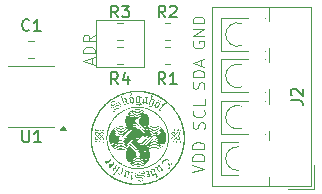
<source format=gbr>
%TF.GenerationSoftware,KiCad,Pcbnew,7.0.11-7.0.11~ubuntu22.04.1*%
%TF.CreationDate,2024-03-25T14:33:56+01:00*%
%TF.ProjectId,sensorshield,73656e73-6f72-4736-9869-656c642e6b69,rev?*%
%TF.SameCoordinates,Original*%
%TF.FileFunction,Legend,Top*%
%TF.FilePolarity,Positive*%
%FSLAX46Y46*%
G04 Gerber Fmt 4.6, Leading zero omitted, Abs format (unit mm)*
G04 Created by KiCad (PCBNEW 7.0.11-7.0.11~ubuntu22.04.1) date 2024-03-25 14:33:56*
%MOMM*%
%LPD*%
G01*
G04 APERTURE LIST*
%ADD10C,0.100000*%
%ADD11C,0.150000*%
%ADD12C,0.120000*%
G04 APERTURE END LIST*
D10*
X133086704Y-117743734D02*
X133086704Y-117267544D01*
X133372419Y-117838972D02*
X132372419Y-117505639D01*
X132372419Y-117505639D02*
X133372419Y-117172306D01*
X133372419Y-116838972D02*
X132372419Y-116838972D01*
X132372419Y-116838972D02*
X132372419Y-116600877D01*
X132372419Y-116600877D02*
X132420038Y-116458020D01*
X132420038Y-116458020D02*
X132515276Y-116362782D01*
X132515276Y-116362782D02*
X132610514Y-116315163D01*
X132610514Y-116315163D02*
X132800990Y-116267544D01*
X132800990Y-116267544D02*
X132943847Y-116267544D01*
X132943847Y-116267544D02*
X133134323Y-116315163D01*
X133134323Y-116315163D02*
X133229561Y-116362782D01*
X133229561Y-116362782D02*
X133324800Y-116458020D01*
X133324800Y-116458020D02*
X133372419Y-116600877D01*
X133372419Y-116600877D02*
X133372419Y-116838972D01*
X133372419Y-115267544D02*
X132896228Y-115600877D01*
X133372419Y-115838972D02*
X132372419Y-115838972D01*
X132372419Y-115838972D02*
X132372419Y-115458020D01*
X132372419Y-115458020D02*
X132420038Y-115362782D01*
X132420038Y-115362782D02*
X132467657Y-115315163D01*
X132467657Y-115315163D02*
X132562895Y-115267544D01*
X132562895Y-115267544D02*
X132705752Y-115267544D01*
X132705752Y-115267544D02*
X132800990Y-115315163D01*
X132800990Y-115315163D02*
X132848609Y-115362782D01*
X132848609Y-115362782D02*
X132896228Y-115458020D01*
X132896228Y-115458020D02*
X132896228Y-115838972D01*
X133500000Y-114000000D02*
X137500000Y-114000000D01*
X137500000Y-118000000D01*
X133500000Y-118000000D01*
X133500000Y-114000000D01*
X142599879Y-119847887D02*
X142647498Y-119705030D01*
X142647498Y-119705030D02*
X142647498Y-119466935D01*
X142647498Y-119466935D02*
X142599879Y-119371697D01*
X142599879Y-119371697D02*
X142552259Y-119324078D01*
X142552259Y-119324078D02*
X142457021Y-119276459D01*
X142457021Y-119276459D02*
X142361783Y-119276459D01*
X142361783Y-119276459D02*
X142266545Y-119324078D01*
X142266545Y-119324078D02*
X142218926Y-119371697D01*
X142218926Y-119371697D02*
X142171307Y-119466935D01*
X142171307Y-119466935D02*
X142123688Y-119657411D01*
X142123688Y-119657411D02*
X142076069Y-119752649D01*
X142076069Y-119752649D02*
X142028450Y-119800268D01*
X142028450Y-119800268D02*
X141933212Y-119847887D01*
X141933212Y-119847887D02*
X141837974Y-119847887D01*
X141837974Y-119847887D02*
X141742736Y-119800268D01*
X141742736Y-119800268D02*
X141695117Y-119752649D01*
X141695117Y-119752649D02*
X141647498Y-119657411D01*
X141647498Y-119657411D02*
X141647498Y-119419316D01*
X141647498Y-119419316D02*
X141695117Y-119276459D01*
X142647498Y-118847887D02*
X141647498Y-118847887D01*
X141647498Y-118847887D02*
X141647498Y-118609792D01*
X141647498Y-118609792D02*
X141695117Y-118466935D01*
X141695117Y-118466935D02*
X141790355Y-118371697D01*
X141790355Y-118371697D02*
X141885593Y-118324078D01*
X141885593Y-118324078D02*
X142076069Y-118276459D01*
X142076069Y-118276459D02*
X142218926Y-118276459D01*
X142218926Y-118276459D02*
X142409402Y-118324078D01*
X142409402Y-118324078D02*
X142504640Y-118371697D01*
X142504640Y-118371697D02*
X142599879Y-118466935D01*
X142599879Y-118466935D02*
X142647498Y-118609792D01*
X142647498Y-118609792D02*
X142647498Y-118847887D01*
X142361783Y-117895506D02*
X142361783Y-117419316D01*
X142647498Y-117990744D02*
X141647498Y-117657411D01*
X141647498Y-117657411D02*
X142647498Y-117324078D01*
X142620327Y-123221690D02*
X142667946Y-123078833D01*
X142667946Y-123078833D02*
X142667946Y-122840738D01*
X142667946Y-122840738D02*
X142620327Y-122745500D01*
X142620327Y-122745500D02*
X142572707Y-122697881D01*
X142572707Y-122697881D02*
X142477469Y-122650262D01*
X142477469Y-122650262D02*
X142382231Y-122650262D01*
X142382231Y-122650262D02*
X142286993Y-122697881D01*
X142286993Y-122697881D02*
X142239374Y-122745500D01*
X142239374Y-122745500D02*
X142191755Y-122840738D01*
X142191755Y-122840738D02*
X142144136Y-123031214D01*
X142144136Y-123031214D02*
X142096517Y-123126452D01*
X142096517Y-123126452D02*
X142048898Y-123174071D01*
X142048898Y-123174071D02*
X141953660Y-123221690D01*
X141953660Y-123221690D02*
X141858422Y-123221690D01*
X141858422Y-123221690D02*
X141763184Y-123174071D01*
X141763184Y-123174071D02*
X141715565Y-123126452D01*
X141715565Y-123126452D02*
X141667946Y-123031214D01*
X141667946Y-123031214D02*
X141667946Y-122793119D01*
X141667946Y-122793119D02*
X141715565Y-122650262D01*
X142572707Y-121650262D02*
X142620327Y-121697881D01*
X142620327Y-121697881D02*
X142667946Y-121840738D01*
X142667946Y-121840738D02*
X142667946Y-121935976D01*
X142667946Y-121935976D02*
X142620327Y-122078833D01*
X142620327Y-122078833D02*
X142525088Y-122174071D01*
X142525088Y-122174071D02*
X142429850Y-122221690D01*
X142429850Y-122221690D02*
X142239374Y-122269309D01*
X142239374Y-122269309D02*
X142096517Y-122269309D01*
X142096517Y-122269309D02*
X141906041Y-122221690D01*
X141906041Y-122221690D02*
X141810803Y-122174071D01*
X141810803Y-122174071D02*
X141715565Y-122078833D01*
X141715565Y-122078833D02*
X141667946Y-121935976D01*
X141667946Y-121935976D02*
X141667946Y-121840738D01*
X141667946Y-121840738D02*
X141715565Y-121697881D01*
X141715565Y-121697881D02*
X141763184Y-121650262D01*
X142667946Y-120745500D02*
X142667946Y-121221690D01*
X142667946Y-121221690D02*
X141667946Y-121221690D01*
X141689045Y-115833967D02*
X141641426Y-115929205D01*
X141641426Y-115929205D02*
X141641426Y-116072062D01*
X141641426Y-116072062D02*
X141689045Y-116214919D01*
X141689045Y-116214919D02*
X141784283Y-116310157D01*
X141784283Y-116310157D02*
X141879521Y-116357776D01*
X141879521Y-116357776D02*
X142069997Y-116405395D01*
X142069997Y-116405395D02*
X142212854Y-116405395D01*
X142212854Y-116405395D02*
X142403330Y-116357776D01*
X142403330Y-116357776D02*
X142498568Y-116310157D01*
X142498568Y-116310157D02*
X142593807Y-116214919D01*
X142593807Y-116214919D02*
X142641426Y-116072062D01*
X142641426Y-116072062D02*
X142641426Y-115976824D01*
X142641426Y-115976824D02*
X142593807Y-115833967D01*
X142593807Y-115833967D02*
X142546187Y-115786348D01*
X142546187Y-115786348D02*
X142212854Y-115786348D01*
X142212854Y-115786348D02*
X142212854Y-115976824D01*
X142641426Y-115357776D02*
X141641426Y-115357776D01*
X141641426Y-115357776D02*
X142641426Y-114786348D01*
X142641426Y-114786348D02*
X141641426Y-114786348D01*
X142641426Y-114310157D02*
X141641426Y-114310157D01*
X141641426Y-114310157D02*
X141641426Y-114072062D01*
X141641426Y-114072062D02*
X141689045Y-113929205D01*
X141689045Y-113929205D02*
X141784283Y-113833967D01*
X141784283Y-113833967D02*
X141879521Y-113786348D01*
X141879521Y-113786348D02*
X142069997Y-113738729D01*
X142069997Y-113738729D02*
X142212854Y-113738729D01*
X142212854Y-113738729D02*
X142403330Y-113786348D01*
X142403330Y-113786348D02*
X142498568Y-113833967D01*
X142498568Y-113833967D02*
X142593807Y-113929205D01*
X142593807Y-113929205D02*
X142641426Y-114072062D01*
X142641426Y-114072062D02*
X142641426Y-114310157D01*
X141629799Y-126927853D02*
X142629799Y-126594520D01*
X142629799Y-126594520D02*
X141629799Y-126261187D01*
X142629799Y-125927853D02*
X141629799Y-125927853D01*
X141629799Y-125927853D02*
X141629799Y-125689758D01*
X141629799Y-125689758D02*
X141677418Y-125546901D01*
X141677418Y-125546901D02*
X141772656Y-125451663D01*
X141772656Y-125451663D02*
X141867894Y-125404044D01*
X141867894Y-125404044D02*
X142058370Y-125356425D01*
X142058370Y-125356425D02*
X142201227Y-125356425D01*
X142201227Y-125356425D02*
X142391703Y-125404044D01*
X142391703Y-125404044D02*
X142486941Y-125451663D01*
X142486941Y-125451663D02*
X142582180Y-125546901D01*
X142582180Y-125546901D02*
X142629799Y-125689758D01*
X142629799Y-125689758D02*
X142629799Y-125927853D01*
X142629799Y-124927853D02*
X141629799Y-124927853D01*
X141629799Y-124927853D02*
X141629799Y-124689758D01*
X141629799Y-124689758D02*
X141677418Y-124546901D01*
X141677418Y-124546901D02*
X141772656Y-124451663D01*
X141772656Y-124451663D02*
X141867894Y-124404044D01*
X141867894Y-124404044D02*
X142058370Y-124356425D01*
X142058370Y-124356425D02*
X142201227Y-124356425D01*
X142201227Y-124356425D02*
X142391703Y-124404044D01*
X142391703Y-124404044D02*
X142486941Y-124451663D01*
X142486941Y-124451663D02*
X142582180Y-124546901D01*
X142582180Y-124546901D02*
X142629799Y-124689758D01*
X142629799Y-124689758D02*
X142629799Y-124927853D01*
D11*
X139333333Y-119454819D02*
X139000000Y-118978628D01*
X138761905Y-119454819D02*
X138761905Y-118454819D01*
X138761905Y-118454819D02*
X139142857Y-118454819D01*
X139142857Y-118454819D02*
X139238095Y-118502438D01*
X139238095Y-118502438D02*
X139285714Y-118550057D01*
X139285714Y-118550057D02*
X139333333Y-118645295D01*
X139333333Y-118645295D02*
X139333333Y-118788152D01*
X139333333Y-118788152D02*
X139285714Y-118883390D01*
X139285714Y-118883390D02*
X139238095Y-118931009D01*
X139238095Y-118931009D02*
X139142857Y-118978628D01*
X139142857Y-118978628D02*
X138761905Y-118978628D01*
X140285714Y-119454819D02*
X139714286Y-119454819D01*
X140000000Y-119454819D02*
X140000000Y-118454819D01*
X140000000Y-118454819D02*
X139904762Y-118597676D01*
X139904762Y-118597676D02*
X139809524Y-118692914D01*
X139809524Y-118692914D02*
X139714286Y-118740533D01*
X135333333Y-119454819D02*
X135000000Y-118978628D01*
X134761905Y-119454819D02*
X134761905Y-118454819D01*
X134761905Y-118454819D02*
X135142857Y-118454819D01*
X135142857Y-118454819D02*
X135238095Y-118502438D01*
X135238095Y-118502438D02*
X135285714Y-118550057D01*
X135285714Y-118550057D02*
X135333333Y-118645295D01*
X135333333Y-118645295D02*
X135333333Y-118788152D01*
X135333333Y-118788152D02*
X135285714Y-118883390D01*
X135285714Y-118883390D02*
X135238095Y-118931009D01*
X135238095Y-118931009D02*
X135142857Y-118978628D01*
X135142857Y-118978628D02*
X134761905Y-118978628D01*
X136190476Y-118788152D02*
X136190476Y-119454819D01*
X135952381Y-118407200D02*
X135714286Y-119121485D01*
X135714286Y-119121485D02*
X136333333Y-119121485D01*
X139333333Y-113804819D02*
X139000000Y-113328628D01*
X138761905Y-113804819D02*
X138761905Y-112804819D01*
X138761905Y-112804819D02*
X139142857Y-112804819D01*
X139142857Y-112804819D02*
X139238095Y-112852438D01*
X139238095Y-112852438D02*
X139285714Y-112900057D01*
X139285714Y-112900057D02*
X139333333Y-112995295D01*
X139333333Y-112995295D02*
X139333333Y-113138152D01*
X139333333Y-113138152D02*
X139285714Y-113233390D01*
X139285714Y-113233390D02*
X139238095Y-113281009D01*
X139238095Y-113281009D02*
X139142857Y-113328628D01*
X139142857Y-113328628D02*
X138761905Y-113328628D01*
X139714286Y-112900057D02*
X139761905Y-112852438D01*
X139761905Y-112852438D02*
X139857143Y-112804819D01*
X139857143Y-112804819D02*
X140095238Y-112804819D01*
X140095238Y-112804819D02*
X140190476Y-112852438D01*
X140190476Y-112852438D02*
X140238095Y-112900057D01*
X140238095Y-112900057D02*
X140285714Y-112995295D01*
X140285714Y-112995295D02*
X140285714Y-113090533D01*
X140285714Y-113090533D02*
X140238095Y-113233390D01*
X140238095Y-113233390D02*
X139666667Y-113804819D01*
X139666667Y-113804819D02*
X140285714Y-113804819D01*
X135333333Y-113804819D02*
X135000000Y-113328628D01*
X134761905Y-113804819D02*
X134761905Y-112804819D01*
X134761905Y-112804819D02*
X135142857Y-112804819D01*
X135142857Y-112804819D02*
X135238095Y-112852438D01*
X135238095Y-112852438D02*
X135285714Y-112900057D01*
X135285714Y-112900057D02*
X135333333Y-112995295D01*
X135333333Y-112995295D02*
X135333333Y-113138152D01*
X135333333Y-113138152D02*
X135285714Y-113233390D01*
X135285714Y-113233390D02*
X135238095Y-113281009D01*
X135238095Y-113281009D02*
X135142857Y-113328628D01*
X135142857Y-113328628D02*
X134761905Y-113328628D01*
X135666667Y-112804819D02*
X136285714Y-112804819D01*
X136285714Y-112804819D02*
X135952381Y-113185771D01*
X135952381Y-113185771D02*
X136095238Y-113185771D01*
X136095238Y-113185771D02*
X136190476Y-113233390D01*
X136190476Y-113233390D02*
X136238095Y-113281009D01*
X136238095Y-113281009D02*
X136285714Y-113376247D01*
X136285714Y-113376247D02*
X136285714Y-113614342D01*
X136285714Y-113614342D02*
X136238095Y-113709580D01*
X136238095Y-113709580D02*
X136190476Y-113757200D01*
X136190476Y-113757200D02*
X136095238Y-113804819D01*
X136095238Y-113804819D02*
X135809524Y-113804819D01*
X135809524Y-113804819D02*
X135714286Y-113757200D01*
X135714286Y-113757200D02*
X135666667Y-113709580D01*
X127833333Y-114859580D02*
X127785714Y-114907200D01*
X127785714Y-114907200D02*
X127642857Y-114954819D01*
X127642857Y-114954819D02*
X127547619Y-114954819D01*
X127547619Y-114954819D02*
X127404762Y-114907200D01*
X127404762Y-114907200D02*
X127309524Y-114811961D01*
X127309524Y-114811961D02*
X127261905Y-114716723D01*
X127261905Y-114716723D02*
X127214286Y-114526247D01*
X127214286Y-114526247D02*
X127214286Y-114383390D01*
X127214286Y-114383390D02*
X127261905Y-114192914D01*
X127261905Y-114192914D02*
X127309524Y-114097676D01*
X127309524Y-114097676D02*
X127404762Y-114002438D01*
X127404762Y-114002438D02*
X127547619Y-113954819D01*
X127547619Y-113954819D02*
X127642857Y-113954819D01*
X127642857Y-113954819D02*
X127785714Y-114002438D01*
X127785714Y-114002438D02*
X127833333Y-114050057D01*
X128785714Y-114954819D02*
X128214286Y-114954819D01*
X128500000Y-114954819D02*
X128500000Y-113954819D01*
X128500000Y-113954819D02*
X128404762Y-114097676D01*
X128404762Y-114097676D02*
X128309524Y-114192914D01*
X128309524Y-114192914D02*
X128214286Y-114240533D01*
X149954819Y-120833333D02*
X150669104Y-120833333D01*
X150669104Y-120833333D02*
X150811961Y-120880952D01*
X150811961Y-120880952D02*
X150907200Y-120976190D01*
X150907200Y-120976190D02*
X150954819Y-121119047D01*
X150954819Y-121119047D02*
X150954819Y-121214285D01*
X150050057Y-120404761D02*
X150002438Y-120357142D01*
X150002438Y-120357142D02*
X149954819Y-120261904D01*
X149954819Y-120261904D02*
X149954819Y-120023809D01*
X149954819Y-120023809D02*
X150002438Y-119928571D01*
X150002438Y-119928571D02*
X150050057Y-119880952D01*
X150050057Y-119880952D02*
X150145295Y-119833333D01*
X150145295Y-119833333D02*
X150240533Y-119833333D01*
X150240533Y-119833333D02*
X150383390Y-119880952D01*
X150383390Y-119880952D02*
X150954819Y-120452380D01*
X150954819Y-120452380D02*
X150954819Y-119833333D01*
X127238095Y-123354819D02*
X127238095Y-124164342D01*
X127238095Y-124164342D02*
X127285714Y-124259580D01*
X127285714Y-124259580D02*
X127333333Y-124307200D01*
X127333333Y-124307200D02*
X127428571Y-124354819D01*
X127428571Y-124354819D02*
X127619047Y-124354819D01*
X127619047Y-124354819D02*
X127714285Y-124307200D01*
X127714285Y-124307200D02*
X127761904Y-124259580D01*
X127761904Y-124259580D02*
X127809523Y-124164342D01*
X127809523Y-124164342D02*
X127809523Y-123354819D01*
X128809523Y-124354819D02*
X128238095Y-124354819D01*
X128523809Y-124354819D02*
X128523809Y-123354819D01*
X128523809Y-123354819D02*
X128428571Y-123497676D01*
X128428571Y-123497676D02*
X128333333Y-123592914D01*
X128333333Y-123592914D02*
X128238095Y-123640533D01*
D12*
%TO.C,R1*%
X139272936Y-116265000D02*
X139727064Y-116265000D01*
X139272936Y-117735000D02*
X139727064Y-117735000D01*
%TO.C,R4*%
X135272936Y-116265000D02*
X135727064Y-116265000D01*
X135272936Y-117735000D02*
X135727064Y-117735000D01*
%TO.C,R2*%
X139272936Y-114265000D02*
X139727064Y-114265000D01*
X139272936Y-115735000D02*
X139727064Y-115735000D01*
%TO.C,R3*%
X135272936Y-114265000D02*
X135727064Y-114265000D01*
X135272936Y-115735000D02*
X135727064Y-115735000D01*
%TO.C,C1*%
X128223752Y-117235000D02*
X127701248Y-117235000D01*
X128223752Y-115765000D02*
X127701248Y-115765000D01*
%TO.C,J2*%
X149705000Y-128300000D02*
X151945000Y-128300000D01*
X151945000Y-128300000D02*
X151945000Y-126300000D01*
X143285000Y-128060000D02*
X151705000Y-128060000D01*
X143285000Y-128060000D02*
X143285000Y-112940000D01*
X148146000Y-128060000D02*
X148146000Y-127290000D01*
X151705000Y-128060000D02*
X151705000Y-112940000D01*
X144045000Y-127150000D02*
X145505000Y-127150000D01*
X144045000Y-127150000D02*
X144045000Y-124350000D01*
X144045000Y-124350000D02*
X145505000Y-124350000D01*
X148146000Y-124210000D02*
X148146000Y-123383000D01*
X144045000Y-123650000D02*
X146356000Y-123650000D01*
X144045000Y-123650000D02*
X144045000Y-120850000D01*
X147734000Y-123650000D02*
X147795000Y-123650000D01*
X147795000Y-123650000D02*
X147795000Y-123649000D01*
X148146000Y-121116000D02*
X148146000Y-119883000D01*
X144045000Y-120850000D02*
X146356000Y-120850000D01*
X147734000Y-120850000D02*
X147795000Y-120850000D01*
X147795000Y-120850000D02*
X147795000Y-120850000D01*
X144045000Y-120150000D02*
X146356000Y-120150000D01*
X144045000Y-120150000D02*
X144045000Y-117350000D01*
X147734000Y-120150000D02*
X147795000Y-120150000D01*
X147795000Y-120150000D02*
X147795000Y-120149000D01*
X148146000Y-117616000D02*
X148146000Y-116383000D01*
X144045000Y-117350000D02*
X146356000Y-117350000D01*
X147734000Y-117350000D02*
X147795000Y-117350000D01*
X147795000Y-117350000D02*
X147795000Y-117350000D01*
X144045000Y-116650000D02*
X146356000Y-116650000D01*
X144045000Y-116650000D02*
X144045000Y-113850000D01*
X147734000Y-116650000D02*
X147795000Y-116650000D01*
X147795000Y-116650000D02*
X147795000Y-116649000D01*
X148146000Y-114116000D02*
X148146000Y-112940000D01*
X144045000Y-113850000D02*
X146356000Y-113850000D01*
X147734000Y-113850000D02*
X147795000Y-113850000D01*
X147795000Y-113850000D02*
X147795000Y-113850000D01*
X143285000Y-112940000D02*
X151705000Y-112940000D01*
X145514000Y-124752001D02*
G75*
G03*
X145515566Y-126747889I-69000J-997999D01*
G01*
X145787000Y-121310001D02*
G75*
G03*
X145787233Y-123189914I-342000J-939999D01*
G01*
X145787000Y-117810001D02*
G75*
G03*
X145787233Y-119689914I-342000J-939999D01*
G01*
X145787000Y-114310001D02*
G75*
G03*
X145787233Y-116189914I-342000J-939999D01*
G01*
%TO.C,U1*%
X128000000Y-123060000D02*
X129950000Y-123060000D01*
X128000000Y-123060000D02*
X126050000Y-123060000D01*
X128000000Y-117940000D02*
X129950000Y-117940000D01*
X128000000Y-117940000D02*
X126050000Y-117940000D01*
X130940000Y-123295000D02*
X130460000Y-123295000D01*
X130700000Y-122965000D01*
X130940000Y-123295000D01*
G36*
X130940000Y-123295000D02*
G01*
X130460000Y-123295000D01*
X130700000Y-122965000D01*
X130940000Y-123295000D01*
G37*
%TO.C,G\u002A\u002A\u002A*%
G36*
X138786980Y-120749884D02*
G01*
X138798369Y-120753574D01*
X138805279Y-120757446D01*
X138814407Y-120765330D01*
X138821037Y-120774724D01*
X138825207Y-120785173D01*
X138826957Y-120796220D01*
X138826325Y-120807410D01*
X138823348Y-120818288D01*
X138818066Y-120828398D01*
X138810518Y-120837285D01*
X138800740Y-120844493D01*
X138797799Y-120846055D01*
X138787779Y-120849734D01*
X138776735Y-120851724D01*
X138765948Y-120851865D01*
X138759402Y-120850822D01*
X138748120Y-120846444D01*
X138738588Y-120839697D01*
X138731001Y-120831021D01*
X138725555Y-120820851D01*
X138722444Y-120809627D01*
X138721862Y-120797785D01*
X138724005Y-120785764D01*
X138727000Y-120777957D01*
X138733395Y-120767983D01*
X138741927Y-120759945D01*
X138752072Y-120753980D01*
X138763310Y-120750224D01*
X138775120Y-120748813D01*
X138786980Y-120749884D01*
G37*
G36*
X138961224Y-120853186D02*
G01*
X138972313Y-120857531D01*
X138982423Y-120864432D01*
X138988172Y-120870217D01*
X138994424Y-120879654D01*
X138998171Y-120890582D01*
X138999530Y-120903371D01*
X138999536Y-120905489D01*
X138998050Y-120918653D01*
X138993900Y-120930099D01*
X138987142Y-120939730D01*
X138977835Y-120947449D01*
X138972900Y-120950238D01*
X138967500Y-120952738D01*
X138962867Y-120954216D01*
X138957759Y-120954930D01*
X138950932Y-120955139D01*
X138949301Y-120955143D01*
X138941812Y-120954980D01*
X138936257Y-120954327D01*
X138931371Y-120952937D01*
X138925895Y-120950565D01*
X138915409Y-120943970D01*
X138906477Y-120935164D01*
X138899776Y-120924872D01*
X138897899Y-120920572D01*
X138895095Y-120909132D01*
X138894856Y-120897203D01*
X138897126Y-120885742D01*
X138900257Y-120878369D01*
X138907426Y-120868287D01*
X138916414Y-120860500D01*
X138926753Y-120855054D01*
X138937978Y-120851991D01*
X138949624Y-120851354D01*
X138961224Y-120853186D01*
G37*
G36*
X133917399Y-124278098D02*
G01*
X133918713Y-124279645D01*
X133918546Y-124281719D01*
X133917654Y-124286558D01*
X133916120Y-124293829D01*
X133914027Y-124303196D01*
X133911458Y-124314326D01*
X133908496Y-124326883D01*
X133905224Y-124340534D01*
X133901724Y-124354945D01*
X133898080Y-124369780D01*
X133894374Y-124384706D01*
X133890689Y-124399388D01*
X133887108Y-124413492D01*
X133883714Y-124426683D01*
X133880589Y-124438627D01*
X133877817Y-124448989D01*
X133875480Y-124457437D01*
X133873661Y-124463633D01*
X133872444Y-124467246D01*
X133872031Y-124468038D01*
X133868056Y-124469914D01*
X133864343Y-124468678D01*
X133862960Y-124467468D01*
X133861205Y-124464353D01*
X133861142Y-124462254D01*
X133861678Y-124460249D01*
X133862945Y-124455426D01*
X133864870Y-124448075D01*
X133867377Y-124438484D01*
X133870390Y-124426940D01*
X133873835Y-124413732D01*
X133877636Y-124399149D01*
X133881717Y-124383478D01*
X133884657Y-124372184D01*
X133888905Y-124355893D01*
X133892943Y-124340461D01*
X133896694Y-124326182D01*
X133900079Y-124313347D01*
X133903023Y-124302250D01*
X133905446Y-124293183D01*
X133907272Y-124286438D01*
X133908423Y-124282308D01*
X133908780Y-124281144D01*
X133911001Y-124278567D01*
X133914315Y-124277485D01*
X133917399Y-124278098D01*
G37*
G36*
X140412074Y-124278484D02*
G01*
X140413239Y-124279909D01*
X140413045Y-124281894D01*
X140412142Y-124286652D01*
X140410614Y-124293849D01*
X140408542Y-124303147D01*
X140406007Y-124314211D01*
X140403091Y-124326705D01*
X140399876Y-124340293D01*
X140396444Y-124354639D01*
X140392876Y-124369406D01*
X140389254Y-124384259D01*
X140385660Y-124398862D01*
X140382176Y-124412879D01*
X140378882Y-124425974D01*
X140375862Y-124437810D01*
X140373196Y-124448052D01*
X140370966Y-124456364D01*
X140369255Y-124462410D01*
X140368143Y-124465853D01*
X140367880Y-124466434D01*
X140365037Y-124469452D01*
X140361611Y-124469585D01*
X140358886Y-124468311D01*
X140356547Y-124465723D01*
X140356079Y-124463945D01*
X140356471Y-124462086D01*
X140357589Y-124457459D01*
X140359346Y-124450398D01*
X140361656Y-124441240D01*
X140364433Y-124430318D01*
X140367589Y-124417969D01*
X140371037Y-124404527D01*
X140374692Y-124390329D01*
X140378466Y-124375709D01*
X140382273Y-124361002D01*
X140386026Y-124346544D01*
X140389638Y-124332670D01*
X140393023Y-124319715D01*
X140396094Y-124308014D01*
X140398765Y-124297904D01*
X140400948Y-124289718D01*
X140402557Y-124283793D01*
X140403506Y-124280463D01*
X140403544Y-124280341D01*
X140405597Y-124278211D01*
X140408951Y-124277569D01*
X140412074Y-124278484D01*
G37*
G36*
X133817315Y-123213202D02*
G01*
X133818480Y-123214406D01*
X133818316Y-123216198D01*
X133816566Y-123219080D01*
X133812975Y-123223556D01*
X133810692Y-123226223D01*
X133801916Y-123238191D01*
X133794827Y-123251570D01*
X133789595Y-123265738D01*
X133786392Y-123280070D01*
X133785388Y-123293945D01*
X133786753Y-123306740D01*
X133787653Y-123310285D01*
X133793523Y-123324995D01*
X133801832Y-123338061D01*
X133812235Y-123349217D01*
X133824389Y-123358198D01*
X133837951Y-123364737D01*
X133852576Y-123368570D01*
X133864221Y-123369508D01*
X133874044Y-123368379D01*
X133885203Y-123365158D01*
X133896927Y-123360173D01*
X133908446Y-123353753D01*
X133918990Y-123346225D01*
X133919214Y-123346043D01*
X133924168Y-123342655D01*
X133928463Y-123340909D01*
X133931500Y-123340940D01*
X133932684Y-123342887D01*
X133932684Y-123342957D01*
X133931423Y-123347887D01*
X133927957Y-123354003D01*
X133922766Y-123360734D01*
X133916329Y-123367508D01*
X133909126Y-123373753D01*
X133903587Y-123377695D01*
X133891520Y-123383673D01*
X133877822Y-123387412D01*
X133863295Y-123388765D01*
X133849264Y-123387674D01*
X133842440Y-123386049D01*
X133834259Y-123383404D01*
X133826188Y-123380242D01*
X133821992Y-123378299D01*
X133809852Y-123370572D01*
X133798750Y-123360355D01*
X133789287Y-123348338D01*
X133782063Y-123335208D01*
X133780086Y-123330228D01*
X133776691Y-123316349D01*
X133775659Y-123300997D01*
X133776951Y-123284826D01*
X133780526Y-123268490D01*
X133784548Y-123256850D01*
X133787941Y-123249486D01*
X133792216Y-123241758D01*
X133797032Y-123234119D01*
X133802046Y-123227024D01*
X133806919Y-123220928D01*
X133811309Y-123216285D01*
X133814874Y-123213550D01*
X133817273Y-123213177D01*
X133817315Y-123213202D01*
G37*
G36*
X140312018Y-123214289D02*
G01*
X140311511Y-123217033D01*
X140308782Y-123221680D01*
X140304766Y-123227005D01*
X140294141Y-123242339D01*
X140286648Y-123258229D01*
X140282240Y-123274816D01*
X140280869Y-123292238D01*
X140280954Y-123295832D01*
X140281374Y-123303515D01*
X140282101Y-123309211D01*
X140283433Y-123314141D01*
X140285669Y-123319525D01*
X140287818Y-123323991D01*
X140296328Y-123337876D01*
X140306921Y-123349430D01*
X140319380Y-123358491D01*
X140333489Y-123364898D01*
X140347054Y-123368205D01*
X140361567Y-123368862D01*
X140376253Y-123366443D01*
X140390805Y-123361043D01*
X140404916Y-123352760D01*
X140411020Y-123348135D01*
X140417632Y-123343260D01*
X140422388Y-123340945D01*
X140425350Y-123341176D01*
X140426581Y-123343942D01*
X140426626Y-123345067D01*
X140425201Y-123350482D01*
X140421320Y-123356787D01*
X140415441Y-123363528D01*
X140408022Y-123370256D01*
X140399521Y-123376517D01*
X140390398Y-123381861D01*
X140388164Y-123382959D01*
X140382537Y-123385411D01*
X140377562Y-123386941D01*
X140372056Y-123387793D01*
X140364838Y-123388215D01*
X140362496Y-123388285D01*
X140352431Y-123388175D01*
X140343399Y-123387370D01*
X140338110Y-123386385D01*
X140325134Y-123381953D01*
X140312394Y-123375497D01*
X140301227Y-123367716D01*
X140299319Y-123366080D01*
X140287936Y-123353923D01*
X140279339Y-123340356D01*
X140273543Y-123325592D01*
X140270566Y-123309841D01*
X140270424Y-123293316D01*
X140273134Y-123276229D01*
X140278712Y-123258790D01*
X140287175Y-123241212D01*
X140289250Y-123237640D01*
X140293435Y-123231253D01*
X140298002Y-123225270D01*
X140302535Y-123220116D01*
X140306618Y-123216220D01*
X140309834Y-123214007D01*
X140311770Y-123213903D01*
X140312018Y-123214289D01*
G37*
G36*
X136493628Y-120212967D02*
G01*
X136505491Y-120214973D01*
X136514959Y-120218835D01*
X136521944Y-120224489D01*
X136526358Y-120231868D01*
X136528115Y-120240905D01*
X136527512Y-120249501D01*
X136525724Y-120254843D01*
X136521939Y-120262096D01*
X136516434Y-120270757D01*
X136512298Y-120276673D01*
X136506684Y-120284467D01*
X136499785Y-120293887D01*
X136491795Y-120304679D01*
X136482906Y-120316591D01*
X136473312Y-120329368D01*
X136463207Y-120342759D01*
X136452783Y-120356509D01*
X136442235Y-120370367D01*
X136431754Y-120384078D01*
X136421535Y-120397390D01*
X136411771Y-120410050D01*
X136402654Y-120421804D01*
X136394379Y-120432400D01*
X136387139Y-120441584D01*
X136381126Y-120449103D01*
X136376535Y-120454705D01*
X136373558Y-120458136D01*
X136372647Y-120459032D01*
X136366430Y-120462858D01*
X136360611Y-120464445D01*
X136355760Y-120463758D01*
X136352452Y-120460768D01*
X136352142Y-120460159D01*
X136351288Y-120458081D01*
X136350697Y-120455916D01*
X136350439Y-120453436D01*
X136350585Y-120450413D01*
X136351206Y-120446618D01*
X136352374Y-120441821D01*
X136354159Y-120435796D01*
X136356631Y-120428313D01*
X136359862Y-120419143D01*
X136363922Y-120408058D01*
X136368882Y-120394830D01*
X136374814Y-120379230D01*
X136381787Y-120361030D01*
X136387373Y-120346500D01*
X136393963Y-120329426D01*
X136400355Y-120312980D01*
X136406433Y-120297449D01*
X136412082Y-120283123D01*
X136417188Y-120270291D01*
X136421634Y-120259242D01*
X136425306Y-120250266D01*
X136428088Y-120243651D01*
X136429866Y-120239687D01*
X136430092Y-120239235D01*
X136435133Y-120230786D01*
X136440703Y-120224333D01*
X136447322Y-120219599D01*
X136455507Y-120216305D01*
X136465779Y-120214176D01*
X136478656Y-120212934D01*
X136479455Y-120212886D01*
X136493628Y-120212967D01*
G37*
G36*
X140019810Y-124294736D02*
G01*
X140027260Y-124297895D01*
X140035065Y-124302575D01*
X140042383Y-124308300D01*
X140046331Y-124312191D01*
X140055278Y-124323912D01*
X140062040Y-124337230D01*
X140066726Y-124352449D01*
X140069445Y-124369875D01*
X140070061Y-124378642D01*
X140070368Y-124387771D01*
X140070235Y-124394859D01*
X140069570Y-124401057D01*
X140068282Y-124407513D01*
X140067532Y-124410582D01*
X140063513Y-124423427D01*
X140058241Y-124435676D01*
X140052148Y-124446453D01*
X140045774Y-124454766D01*
X140040877Y-124459268D01*
X140036151Y-124461603D01*
X140030873Y-124461832D01*
X140024325Y-124460017D01*
X140017770Y-124457175D01*
X140006953Y-124450595D01*
X139996519Y-124441531D01*
X139987148Y-124430694D01*
X139979521Y-124418793D01*
X139977854Y-124415499D01*
X139971041Y-124398226D01*
X139967188Y-124381306D01*
X139966292Y-124364931D01*
X139966663Y-124362116D01*
X139978376Y-124362116D01*
X139978950Y-124371165D01*
X139982444Y-124387266D01*
X139988382Y-124402021D01*
X139997030Y-124415964D01*
X140006947Y-124427834D01*
X140016401Y-124437045D01*
X140025119Y-124443695D01*
X140032912Y-124447666D01*
X140039592Y-124448837D01*
X140039986Y-124448814D01*
X140043674Y-124448082D01*
X140046496Y-124446060D01*
X140049455Y-124441980D01*
X140049957Y-124441167D01*
X140054323Y-124432179D01*
X140057474Y-124421302D01*
X140059514Y-124408101D01*
X140060345Y-124397050D01*
X140060065Y-124378337D01*
X140057258Y-124361581D01*
X140051914Y-124346753D01*
X140044022Y-124333822D01*
X140037635Y-124326532D01*
X140029465Y-124319583D01*
X140020357Y-124313850D01*
X140011316Y-124309906D01*
X140006125Y-124308599D01*
X140002497Y-124308339D01*
X139999707Y-124309366D01*
X139996593Y-124312233D01*
X139995192Y-124313797D01*
X139988277Y-124323803D01*
X139982998Y-124335798D01*
X139979612Y-124348872D01*
X139978376Y-124362116D01*
X139966663Y-124362116D01*
X139968352Y-124349294D01*
X139973365Y-124334588D01*
X139978788Y-124324705D01*
X139986546Y-124313775D01*
X139994246Y-124304966D01*
X140001627Y-124298512D01*
X140008425Y-124294648D01*
X140013557Y-124293576D01*
X140019810Y-124294736D01*
G37*
G36*
X133528995Y-124295956D02*
G01*
X133537754Y-124300663D01*
X133540046Y-124302184D01*
X133550521Y-124311224D01*
X133559374Y-124322665D01*
X133566475Y-124336065D01*
X133571698Y-124350987D01*
X133574914Y-124366990D01*
X133575996Y-124383635D01*
X133574816Y-124400483D01*
X133572342Y-124413093D01*
X133569125Y-124423255D01*
X133564857Y-124433127D01*
X133559856Y-124442245D01*
X133554441Y-124450145D01*
X133548931Y-124456365D01*
X133543644Y-124460441D01*
X133538900Y-124461911D01*
X133538736Y-124461909D01*
X133534059Y-124461263D01*
X133528679Y-124459821D01*
X133527859Y-124459533D01*
X133520811Y-124456093D01*
X133512797Y-124450844D01*
X133504798Y-124444531D01*
X133497792Y-124437895D01*
X133494725Y-124434387D01*
X133485211Y-124419971D01*
X133477956Y-124403544D01*
X133473120Y-124385517D01*
X133471396Y-124373620D01*
X133471496Y-124361508D01*
X133483496Y-124361508D01*
X133484976Y-124376216D01*
X133489214Y-124391248D01*
X133495904Y-124405972D01*
X133504741Y-124419757D01*
X133515420Y-124431970D01*
X133519170Y-124435438D01*
X133528473Y-124442757D01*
X133536452Y-124447230D01*
X133543211Y-124448882D01*
X133548851Y-124447742D01*
X133553096Y-124444302D01*
X133557686Y-124436990D01*
X133561128Y-124427239D01*
X133563470Y-124414857D01*
X133564757Y-124399654D01*
X133564892Y-124396248D01*
X133564716Y-124378895D01*
X133562855Y-124363955D01*
X133559180Y-124351032D01*
X133553560Y-124339734D01*
X133545864Y-124329664D01*
X133541333Y-124325094D01*
X133535493Y-124320356D01*
X133528566Y-124315822D01*
X133521410Y-124311950D01*
X133514880Y-124309200D01*
X133509835Y-124308029D01*
X133509407Y-124308016D01*
X133504852Y-124309520D01*
X133500171Y-124313686D01*
X133495617Y-124319991D01*
X133491444Y-124327910D01*
X133487906Y-124336919D01*
X133485255Y-124346495D01*
X133483747Y-124356115D01*
X133483496Y-124361508D01*
X133471496Y-124361508D01*
X133471517Y-124358894D01*
X133474766Y-124344299D01*
X133481067Y-124330029D01*
X133490341Y-124316278D01*
X133497911Y-124307726D01*
X133503575Y-124302239D01*
X133508736Y-124297831D01*
X133512768Y-124295010D01*
X133514388Y-124294291D01*
X133521341Y-124293873D01*
X133528995Y-124295956D01*
G37*
G36*
X134073138Y-123211481D02*
G01*
X134086912Y-123216493D01*
X134090242Y-123218104D01*
X134098486Y-123223420D01*
X134106856Y-123230755D01*
X134114419Y-123239149D01*
X134120242Y-123247645D01*
X134121640Y-123250344D01*
X134123601Y-123254832D01*
X134124861Y-123258838D01*
X134125564Y-123263279D01*
X134125855Y-123269074D01*
X134125878Y-123277142D01*
X134125877Y-123277288D01*
X134125087Y-123290848D01*
X134122741Y-123303200D01*
X134118590Y-123314935D01*
X134112382Y-123326644D01*
X134103866Y-123338916D01*
X134095114Y-123349664D01*
X134090442Y-123355211D01*
X134086666Y-123359887D01*
X134084212Y-123363152D01*
X134083483Y-123364415D01*
X134084316Y-123366510D01*
X134085856Y-123368997D01*
X134087657Y-123371085D01*
X134089731Y-123371550D01*
X134093303Y-123370571D01*
X134094279Y-123370227D01*
X134100206Y-123368714D01*
X134106379Y-123367972D01*
X134106745Y-123367963D01*
X134113936Y-123366826D01*
X134121272Y-123364030D01*
X134127350Y-123360168D01*
X134129052Y-123358529D01*
X134132267Y-123355616D01*
X134134121Y-123355605D01*
X134134581Y-123358482D01*
X134134307Y-123360840D01*
X134131753Y-123369372D01*
X134127040Y-123378438D01*
X134121302Y-123386265D01*
X134115884Y-123392571D01*
X134105882Y-123388082D01*
X134097353Y-123385111D01*
X134089443Y-123384451D01*
X134081119Y-123386124D01*
X134074545Y-123388668D01*
X134070328Y-123390274D01*
X134067478Y-123390872D01*
X134066854Y-123390684D01*
X134066203Y-123388525D01*
X134065377Y-123384501D01*
X134065142Y-123383142D01*
X134064759Y-123379975D01*
X134065070Y-123377367D01*
X134066439Y-123374586D01*
X134069229Y-123370899D01*
X134073801Y-123365572D01*
X134073868Y-123365495D01*
X134086358Y-123349827D01*
X134096478Y-123334211D01*
X134104124Y-123318900D01*
X134109191Y-123304149D01*
X134111574Y-123290212D01*
X134111169Y-123277342D01*
X134110891Y-123275681D01*
X134107030Y-123263008D01*
X134100550Y-123252024D01*
X134091636Y-123242854D01*
X134080469Y-123235623D01*
X134067234Y-123230456D01*
X134052113Y-123227478D01*
X134039124Y-123226754D01*
X134030554Y-123226422D01*
X134025120Y-123225416D01*
X134022819Y-123223723D01*
X134023649Y-123221328D01*
X134027607Y-123218216D01*
X134034687Y-123214374D01*
X134036158Y-123213667D01*
X134047501Y-123210047D01*
X134059915Y-123209326D01*
X134073138Y-123211481D01*
G37*
G36*
X140567119Y-123211481D02*
G01*
X140580893Y-123216493D01*
X140584223Y-123218104D01*
X140592467Y-123223420D01*
X140600837Y-123230755D01*
X140608400Y-123239149D01*
X140614223Y-123247645D01*
X140615620Y-123250344D01*
X140617582Y-123254832D01*
X140618842Y-123258838D01*
X140619545Y-123263279D01*
X140619836Y-123269074D01*
X140619859Y-123277142D01*
X140619858Y-123277288D01*
X140619067Y-123290848D01*
X140616722Y-123303200D01*
X140612571Y-123314935D01*
X140606363Y-123326644D01*
X140597847Y-123338916D01*
X140589095Y-123349664D01*
X140584423Y-123355211D01*
X140580647Y-123359887D01*
X140578193Y-123363152D01*
X140577464Y-123364415D01*
X140578296Y-123366510D01*
X140579837Y-123368997D01*
X140581638Y-123371085D01*
X140583712Y-123371550D01*
X140587284Y-123370571D01*
X140588260Y-123370227D01*
X140594187Y-123368714D01*
X140600360Y-123367972D01*
X140600726Y-123367963D01*
X140607917Y-123366826D01*
X140615253Y-123364030D01*
X140621331Y-123360168D01*
X140623033Y-123358529D01*
X140626248Y-123355616D01*
X140628101Y-123355605D01*
X140628562Y-123358482D01*
X140628287Y-123360840D01*
X140625734Y-123369372D01*
X140621021Y-123378438D01*
X140615283Y-123386265D01*
X140609865Y-123392571D01*
X140599863Y-123388082D01*
X140591334Y-123385111D01*
X140583424Y-123384451D01*
X140575100Y-123386124D01*
X140568526Y-123388668D01*
X140564309Y-123390274D01*
X140561459Y-123390872D01*
X140560835Y-123390684D01*
X140560184Y-123388525D01*
X140559358Y-123384501D01*
X140559123Y-123383142D01*
X140558740Y-123379975D01*
X140559051Y-123377367D01*
X140560420Y-123374586D01*
X140563210Y-123370899D01*
X140567782Y-123365572D01*
X140567849Y-123365495D01*
X140580338Y-123349827D01*
X140590459Y-123334211D01*
X140598105Y-123318900D01*
X140603172Y-123304149D01*
X140605555Y-123290212D01*
X140605149Y-123277342D01*
X140604872Y-123275681D01*
X140601010Y-123263008D01*
X140594531Y-123252024D01*
X140585617Y-123242854D01*
X140574450Y-123235623D01*
X140561215Y-123230456D01*
X140546093Y-123227478D01*
X140533105Y-123226754D01*
X140524535Y-123226422D01*
X140519101Y-123225416D01*
X140516800Y-123223723D01*
X140517630Y-123221328D01*
X140521587Y-123218216D01*
X140528668Y-123214374D01*
X140530139Y-123213667D01*
X140541482Y-123210047D01*
X140553896Y-123209326D01*
X140567119Y-123211481D01*
G37*
G36*
X139992502Y-123216790D02*
G01*
X139998259Y-123220203D01*
X140004573Y-123225250D01*
X140010841Y-123231408D01*
X140016461Y-123238154D01*
X140019953Y-123243393D01*
X140022294Y-123247678D01*
X140024188Y-123251988D01*
X140025681Y-123256712D01*
X140026820Y-123262242D01*
X140027651Y-123268967D01*
X140028219Y-123277277D01*
X140028571Y-123287563D01*
X140028754Y-123300215D01*
X140028812Y-123315622D01*
X140028813Y-123318340D01*
X140028813Y-123367542D01*
X140019588Y-123374427D01*
X140014024Y-123378669D01*
X140008677Y-123382891D01*
X140005094Y-123385850D01*
X140001124Y-123389037D01*
X139998532Y-123390128D01*
X139996387Y-123389255D01*
X139994481Y-123387354D01*
X139989818Y-123383551D01*
X139983113Y-123379710D01*
X139975480Y-123376344D01*
X139968038Y-123373969D01*
X139963790Y-123373197D01*
X139958771Y-123372581D01*
X139956163Y-123371720D01*
X139955181Y-123370085D01*
X139955042Y-123367302D01*
X139955429Y-123362530D01*
X139956939Y-123359739D01*
X139960181Y-123358527D01*
X139965766Y-123358489D01*
X139968091Y-123358655D01*
X139976220Y-123359942D01*
X139984368Y-123362306D01*
X139991545Y-123365380D01*
X139996760Y-123368792D01*
X139997664Y-123369680D01*
X140001311Y-123371976D01*
X140005037Y-123372740D01*
X140007185Y-123372562D01*
X140008907Y-123371821D01*
X140010246Y-123370207D01*
X140011241Y-123367409D01*
X140011933Y-123363118D01*
X140012362Y-123357023D01*
X140012570Y-123348814D01*
X140012596Y-123338180D01*
X140012481Y-123324813D01*
X140012378Y-123316592D01*
X140012111Y-123300713D01*
X140011738Y-123287699D01*
X140011206Y-123277208D01*
X140010461Y-123268897D01*
X140009451Y-123262422D01*
X140008123Y-123257442D01*
X140006423Y-123253613D01*
X140004299Y-123250592D01*
X140001781Y-123248108D01*
X139993992Y-123241509D01*
X139988189Y-123236821D01*
X139984004Y-123233780D01*
X139981066Y-123232118D01*
X139979007Y-123231571D01*
X139978843Y-123231567D01*
X139975864Y-123232324D01*
X139971145Y-123234311D01*
X139965692Y-123237103D01*
X139965552Y-123237182D01*
X139959697Y-123240391D01*
X139956081Y-123242139D01*
X139954182Y-123242601D01*
X139953479Y-123241950D01*
X139953413Y-123241235D01*
X139954650Y-123239496D01*
X139957957Y-123236438D01*
X139962727Y-123232512D01*
X139968357Y-123228168D01*
X139974238Y-123223859D01*
X139979767Y-123220035D01*
X139984338Y-123217148D01*
X139987344Y-123215649D01*
X139987905Y-123215536D01*
X139992502Y-123216790D01*
G37*
G36*
X133498541Y-123216836D02*
G01*
X133504234Y-123220428D01*
X133510463Y-123225790D01*
X133516706Y-123232408D01*
X133522442Y-123239771D01*
X133527151Y-123247367D01*
X133527997Y-123249019D01*
X133532425Y-123258037D01*
X133532906Y-123313275D01*
X133533022Y-123328226D01*
X133533075Y-123340283D01*
X133533055Y-123349759D01*
X133532949Y-123356968D01*
X133532748Y-123362222D01*
X133532440Y-123365836D01*
X133532014Y-123368123D01*
X133531459Y-123369396D01*
X133530917Y-123369895D01*
X133528627Y-123371462D01*
X133524535Y-123374516D01*
X133519340Y-123378531D01*
X133516424Y-123380832D01*
X133511205Y-123384936D01*
X133507004Y-123388157D01*
X133504395Y-123390059D01*
X133503837Y-123390387D01*
X133502369Y-123389487D01*
X133499172Y-123387164D01*
X133496192Y-123384891D01*
X133488037Y-123379629D01*
X133479060Y-123375580D01*
X133470391Y-123373191D01*
X133465618Y-123372740D01*
X133461486Y-123372511D01*
X133459902Y-123371630D01*
X133460063Y-123370203D01*
X133460788Y-123366744D01*
X133461037Y-123362984D01*
X133461182Y-123360351D01*
X133462133Y-123358959D01*
X133464661Y-123358417D01*
X133469540Y-123358337D01*
X133470261Y-123358340D01*
X133479894Y-123359541D01*
X133490177Y-123362756D01*
X133499730Y-123367516D01*
X133502365Y-123369260D01*
X133508006Y-123372186D01*
X133512656Y-123372355D01*
X133515487Y-123370447D01*
X133516035Y-123368183D01*
X133516455Y-123363179D01*
X133516754Y-123355901D01*
X133516937Y-123346815D01*
X133517010Y-123336386D01*
X133516979Y-123325081D01*
X133516850Y-123313365D01*
X133516628Y-123301705D01*
X133516320Y-123290565D01*
X133515930Y-123280413D01*
X133515466Y-123271713D01*
X133514932Y-123264932D01*
X133514334Y-123260535D01*
X133514110Y-123259641D01*
X133511676Y-123255068D01*
X133507330Y-123249486D01*
X133501829Y-123243659D01*
X133495932Y-123238356D01*
X133490397Y-123234342D01*
X133487668Y-123232914D01*
X133484944Y-123232056D01*
X133482249Y-123232153D01*
X133478686Y-123233415D01*
X133473358Y-123236054D01*
X133472532Y-123236486D01*
X133466383Y-123239707D01*
X133462541Y-123241629D01*
X133460465Y-123242435D01*
X133459617Y-123242308D01*
X133459458Y-123241433D01*
X133459465Y-123240925D01*
X133460734Y-123238996D01*
X133464094Y-123235802D01*
X133468928Y-123231797D01*
X133474618Y-123227438D01*
X133480548Y-123223179D01*
X133486100Y-123219475D01*
X133490657Y-123216782D01*
X133493602Y-123215554D01*
X133493906Y-123215524D01*
X133498541Y-123216836D01*
G37*
G36*
X140175752Y-123226330D02*
G01*
X140179098Y-123229614D01*
X140183755Y-123234618D01*
X140189365Y-123240956D01*
X140195570Y-123248246D01*
X140195787Y-123248505D01*
X140215288Y-123271861D01*
X140211487Y-123275916D01*
X140208388Y-123278800D01*
X140203601Y-123282786D01*
X140198049Y-123287114D01*
X140196816Y-123288036D01*
X140191553Y-123292173D01*
X140187202Y-123296017D01*
X140184517Y-123298890D01*
X140184166Y-123299427D01*
X140183376Y-123301858D01*
X140184402Y-123304034D01*
X140187601Y-123306865D01*
X140199025Y-123316762D01*
X140207757Y-123326491D01*
X140214220Y-123336654D01*
X140218838Y-123347853D01*
X140220481Y-123353604D01*
X140223073Y-123363284D01*
X140225357Y-123370128D01*
X140227586Y-123374459D01*
X140230010Y-123376600D01*
X140232880Y-123376875D01*
X140236449Y-123375607D01*
X140237270Y-123375195D01*
X140241818Y-123373409D01*
X140245775Y-123372791D01*
X140248223Y-123373419D01*
X140248594Y-123374263D01*
X140247419Y-123376103D01*
X140244488Y-123378824D01*
X140243380Y-123379688D01*
X140235139Y-123384974D01*
X140227652Y-123388064D01*
X140221283Y-123388889D01*
X140216395Y-123387382D01*
X140214221Y-123385173D01*
X140212713Y-123382115D01*
X140210599Y-123376864D01*
X140208220Y-123370293D01*
X140206886Y-123366323D01*
X140200621Y-123349784D01*
X140193640Y-123336370D01*
X140185944Y-123326082D01*
X140177532Y-123318921D01*
X140168406Y-123314888D01*
X140162767Y-123313980D01*
X140158580Y-123313694D01*
X140156022Y-123313499D01*
X140155753Y-123313471D01*
X140155737Y-123312485D01*
X140157986Y-123310158D01*
X140162055Y-123306865D01*
X140167498Y-123302981D01*
X140170788Y-123300811D01*
X140181404Y-123293729D01*
X140189138Y-123287958D01*
X140194024Y-123283472D01*
X140195709Y-123281196D01*
X140196150Y-123279290D01*
X140195333Y-123276813D01*
X140192949Y-123273194D01*
X140188692Y-123267863D01*
X140188236Y-123267315D01*
X140181735Y-123259721D01*
X140175506Y-123252808D01*
X140169930Y-123246966D01*
X140165387Y-123242586D01*
X140162258Y-123240056D01*
X140161189Y-123239588D01*
X140158922Y-123240428D01*
X140155215Y-123242541D01*
X140153599Y-123243599D01*
X140148605Y-123246636D01*
X140145749Y-123247543D01*
X140145120Y-123246308D01*
X140145857Y-123244523D01*
X140147906Y-123242274D01*
X140151879Y-123238990D01*
X140157023Y-123235189D01*
X140162585Y-123231388D01*
X140167810Y-123228106D01*
X140171944Y-123225859D01*
X140174073Y-123225150D01*
X140175752Y-123226330D01*
G37*
G36*
X133680541Y-123226348D02*
G01*
X133684140Y-123229624D01*
X133688855Y-123234496D01*
X133694281Y-123240482D01*
X133700010Y-123247103D01*
X133705637Y-123253876D01*
X133710755Y-123260322D01*
X133714958Y-123265959D01*
X133717840Y-123270306D01*
X133718993Y-123272883D01*
X133718988Y-123273109D01*
X133717568Y-123275047D01*
X133714075Y-123278360D01*
X133709050Y-123282565D01*
X133703675Y-123286710D01*
X133696247Y-123292437D01*
X133691422Y-123296862D01*
X133689092Y-123300400D01*
X133689149Y-123303463D01*
X133691483Y-123306466D01*
X133695987Y-123309822D01*
X133697377Y-123310725D01*
X133706450Y-123317912D01*
X133713962Y-123327010D01*
X133720141Y-123338383D01*
X133725216Y-123352391D01*
X133726529Y-123357058D01*
X133729097Y-123365793D01*
X133731545Y-123371686D01*
X133734192Y-123375075D01*
X133737355Y-123376297D01*
X133741353Y-123375690D01*
X133743396Y-123374954D01*
X133748014Y-123373497D01*
X133751785Y-123372958D01*
X133752462Y-123373017D01*
X133754103Y-123373650D01*
X133753621Y-123375004D01*
X133751354Y-123377306D01*
X133746248Y-123381213D01*
X133739928Y-123384792D01*
X133733544Y-123387489D01*
X133728246Y-123388751D01*
X133727509Y-123388783D01*
X133723223Y-123387997D01*
X133720347Y-123386372D01*
X133718851Y-123383873D01*
X133716763Y-123379084D01*
X133714406Y-123372790D01*
X133712904Y-123368324D01*
X133708711Y-123356935D01*
X133703673Y-123345861D01*
X133698208Y-123335895D01*
X133692732Y-123327829D01*
X133689773Y-123324393D01*
X133683965Y-123319629D01*
X133677319Y-123316031D01*
X133670850Y-123314050D01*
X133666185Y-123313984D01*
X133662487Y-123314238D01*
X133661479Y-123313069D01*
X133663050Y-123310624D01*
X133667093Y-123307052D01*
X133673498Y-123302500D01*
X133675604Y-123301132D01*
X133683943Y-123295516D01*
X133691126Y-123290125D01*
X133696746Y-123285307D01*
X133700397Y-123281409D01*
X133701673Y-123278812D01*
X133700640Y-123276773D01*
X133697847Y-123272942D01*
X133693754Y-123267843D01*
X133688821Y-123261998D01*
X133683508Y-123255932D01*
X133678277Y-123250170D01*
X133673585Y-123245234D01*
X133669895Y-123241648D01*
X133667666Y-123239937D01*
X133667470Y-123239872D01*
X133664481Y-123240448D01*
X133660478Y-123242554D01*
X133659192Y-123243466D01*
X133654421Y-123246586D01*
X133651353Y-123247644D01*
X133650300Y-123246821D01*
X133651571Y-123244294D01*
X133654749Y-123240904D01*
X133658542Y-123237738D01*
X133663460Y-123234102D01*
X133668719Y-123230515D01*
X133673536Y-123227498D01*
X133677128Y-123225571D01*
X133678466Y-123225150D01*
X133680541Y-123226348D01*
G37*
G36*
X134011157Y-124306228D02*
G01*
X134038779Y-124324859D01*
X134038144Y-124333213D01*
X134036976Y-124340212D01*
X134034410Y-124347557D01*
X134030282Y-124355465D01*
X134024427Y-124364156D01*
X134016682Y-124373848D01*
X134006882Y-124384762D01*
X133994863Y-124397115D01*
X133980460Y-124411127D01*
X133977820Y-124413636D01*
X133970296Y-124420898D01*
X133963785Y-124427442D01*
X133958612Y-124432921D01*
X133955102Y-124436990D01*
X133953578Y-124439305D01*
X133953540Y-124439509D01*
X133954855Y-124443355D01*
X133958564Y-124445354D01*
X133964314Y-124445318D01*
X133964346Y-124445313D01*
X133980234Y-124443018D01*
X133994066Y-124441840D01*
X134005419Y-124441813D01*
X134007282Y-124441942D01*
X134017241Y-124443000D01*
X134025565Y-124444334D01*
X134031812Y-124445846D01*
X134035538Y-124447440D01*
X134036356Y-124448324D01*
X134036093Y-124450926D01*
X134034444Y-124454785D01*
X134033854Y-124455809D01*
X134031701Y-124460023D01*
X134030590Y-124463528D01*
X134030549Y-124464027D01*
X134030361Y-124465837D01*
X134029397Y-124466481D01*
X134027043Y-124465886D01*
X134022686Y-124463977D01*
X134020084Y-124462752D01*
X134005217Y-124457149D01*
X133990273Y-124454533D01*
X133977603Y-124454501D01*
X133968500Y-124455601D01*
X133957785Y-124457654D01*
X133946800Y-124460352D01*
X133936885Y-124463389D01*
X133933888Y-124464486D01*
X133931595Y-124464546D01*
X133931153Y-124462404D01*
X133932422Y-124458376D01*
X133935261Y-124452777D01*
X133939529Y-124445921D01*
X133945086Y-124438124D01*
X133946436Y-124436354D01*
X133949850Y-124432143D01*
X133954897Y-124426189D01*
X133961038Y-124419115D01*
X133967737Y-124411542D01*
X133972109Y-124406676D01*
X133985069Y-124391965D01*
X133995677Y-124379046D01*
X134004075Y-124367692D01*
X134010404Y-124357678D01*
X134014806Y-124348777D01*
X134017424Y-124340762D01*
X134018399Y-124333408D01*
X134018410Y-124332880D01*
X134017318Y-124324516D01*
X134014137Y-124316929D01*
X134009337Y-124310718D01*
X134003388Y-124306479D01*
X133996758Y-124304811D01*
X133996367Y-124304806D01*
X133993593Y-124305139D01*
X133990520Y-124306330D01*
X133986727Y-124308667D01*
X133981791Y-124312437D01*
X133975289Y-124317930D01*
X133969060Y-124323416D01*
X133961919Y-124329326D01*
X133956589Y-124332745D01*
X133953540Y-124333662D01*
X133949564Y-124332749D01*
X133945610Y-124330484D01*
X133942583Y-124327594D01*
X133941390Y-124324804D01*
X133941544Y-124324048D01*
X133943080Y-124322257D01*
X133946665Y-124318835D01*
X133951860Y-124314179D01*
X133958227Y-124308684D01*
X133963058Y-124304623D01*
X133983535Y-124287596D01*
X134011157Y-124306228D01*
G37*
G36*
X133878066Y-123210323D02*
G01*
X133888368Y-123214019D01*
X133899042Y-123215366D01*
X133909118Y-123214284D01*
X133912784Y-123213145D01*
X133917146Y-123211673D01*
X133920123Y-123211031D01*
X133920795Y-123211121D01*
X133921020Y-123213509D01*
X133919073Y-123217647D01*
X133915194Y-123223168D01*
X133909623Y-123229708D01*
X133906349Y-123233171D01*
X133901362Y-123238451D01*
X133897231Y-123243133D01*
X133894482Y-123246600D01*
X133893667Y-123247966D01*
X133894049Y-123250868D01*
X133896853Y-123253223D01*
X133901321Y-123254906D01*
X133906694Y-123255791D01*
X133912214Y-123255754D01*
X133917123Y-123254670D01*
X133920653Y-123252422D01*
X133923598Y-123250069D01*
X133926316Y-123249205D01*
X133927807Y-123250086D01*
X133927872Y-123250569D01*
X133926999Y-123252680D01*
X133924729Y-123256577D01*
X133921582Y-123261477D01*
X133918082Y-123266594D01*
X133914748Y-123271145D01*
X133912103Y-123274344D01*
X133911974Y-123274480D01*
X133910170Y-123276084D01*
X133908007Y-123277129D01*
X133904801Y-123277732D01*
X133899868Y-123278013D01*
X133892523Y-123278089D01*
X133891043Y-123278090D01*
X133883662Y-123278004D01*
X133877320Y-123277771D01*
X133872799Y-123277429D01*
X133871052Y-123277116D01*
X133869054Y-123274800D01*
X133868639Y-123270571D01*
X133869755Y-123265276D01*
X133872151Y-123260081D01*
X133875043Y-123255508D01*
X133878886Y-123249752D01*
X133882048Y-123245196D01*
X133885351Y-123240326D01*
X133886908Y-123237276D01*
X133886968Y-123235355D01*
X133886058Y-123234120D01*
X133883182Y-123232299D01*
X133878270Y-123229958D01*
X133872355Y-123227507D01*
X133866472Y-123225356D01*
X133861656Y-123223914D01*
X133859374Y-123223546D01*
X133854997Y-123224812D01*
X133850543Y-123227972D01*
X133847609Y-123231661D01*
X133846834Y-123234115D01*
X133845608Y-123239222D01*
X133844038Y-123246477D01*
X133842232Y-123255374D01*
X133840298Y-123265409D01*
X133839502Y-123269680D01*
X133837587Y-123280001D01*
X133835821Y-123289367D01*
X133834303Y-123297280D01*
X133833128Y-123303241D01*
X133832391Y-123306750D01*
X133832238Y-123307367D01*
X133830326Y-123309765D01*
X133827660Y-123309833D01*
X133825769Y-123307738D01*
X133825361Y-123304720D01*
X133825283Y-123299177D01*
X133825487Y-123291769D01*
X133825925Y-123283157D01*
X133826547Y-123274001D01*
X133827307Y-123264964D01*
X133828156Y-123256705D01*
X133829044Y-123249885D01*
X133829925Y-123245165D01*
X133830461Y-123243553D01*
X133832393Y-123240537D01*
X133835449Y-123236901D01*
X133839945Y-123232329D01*
X133846199Y-123226505D01*
X133854528Y-123219113D01*
X133858191Y-123215924D01*
X133869525Y-123206095D01*
X133878066Y-123210323D01*
G37*
G36*
X140372705Y-123210205D02*
G01*
X140382987Y-123213930D01*
X140393821Y-123215257D01*
X140404148Y-123214088D01*
X140406717Y-123213330D01*
X140411225Y-123211969D01*
X140414331Y-123211359D01*
X140415098Y-123211444D01*
X140415504Y-123214047D01*
X140413503Y-123218424D01*
X140409221Y-123224378D01*
X140402785Y-123231711D01*
X140401004Y-123233582D01*
X140395910Y-123239087D01*
X140391776Y-123243985D01*
X140389058Y-123247706D01*
X140388203Y-123249558D01*
X140389542Y-123252669D01*
X140393720Y-123254661D01*
X140400820Y-123255565D01*
X140404044Y-123255630D01*
X140409712Y-123255447D01*
X140413049Y-123254735D01*
X140414923Y-123253249D01*
X140415436Y-123252422D01*
X140417652Y-123249993D01*
X140420115Y-123249267D01*
X140421707Y-123250430D01*
X140421853Y-123251345D01*
X140420916Y-123254062D01*
X140418461Y-123258435D01*
X140415022Y-123263652D01*
X140411133Y-123268900D01*
X140407440Y-123273250D01*
X140405409Y-123275327D01*
X140403484Y-123276704D01*
X140400986Y-123277525D01*
X140397232Y-123277934D01*
X140391541Y-123278074D01*
X140384508Y-123278090D01*
X140375451Y-123277983D01*
X140369188Y-123277517D01*
X140365310Y-123276473D01*
X140363406Y-123274633D01*
X140363066Y-123271779D01*
X140363878Y-123267690D01*
X140364014Y-123267178D01*
X140365789Y-123262846D01*
X140368946Y-123257105D01*
X140372869Y-123251055D01*
X140373734Y-123249844D01*
X140377419Y-123244483D01*
X140380210Y-123239837D01*
X140381647Y-123236693D01*
X140381747Y-123236129D01*
X140380584Y-123234189D01*
X140376908Y-123231885D01*
X140370439Y-123229051D01*
X140368964Y-123228475D01*
X140362745Y-123226206D01*
X140357401Y-123224488D01*
X140353837Y-123223605D01*
X140353222Y-123223546D01*
X140350257Y-123224645D01*
X140346645Y-123227367D01*
X140345836Y-123228165D01*
X140344480Y-123229737D01*
X140343269Y-123231636D01*
X140342121Y-123234193D01*
X140340953Y-123237739D01*
X140339683Y-123242606D01*
X140338229Y-123249126D01*
X140336508Y-123257629D01*
X140334438Y-123268448D01*
X140331938Y-123281913D01*
X140330357Y-123290523D01*
X140328794Y-123298770D01*
X140327559Y-123304351D01*
X140326479Y-123307771D01*
X140325377Y-123309534D01*
X140324081Y-123310141D01*
X140323544Y-123310175D01*
X140322412Y-123310058D01*
X140321600Y-123309418D01*
X140321072Y-123307823D01*
X140320794Y-123304840D01*
X140320729Y-123300037D01*
X140320844Y-123292979D01*
X140321103Y-123283235D01*
X140321170Y-123280897D01*
X140321552Y-123268811D01*
X140322081Y-123259355D01*
X140323004Y-123251950D01*
X140324564Y-123246020D01*
X140327007Y-123240985D01*
X140330576Y-123236269D01*
X140335518Y-123231295D01*
X140342077Y-123225483D01*
X140346129Y-123222006D01*
X140364666Y-123206132D01*
X140372705Y-123210205D01*
G37*
G36*
X133541597Y-123884039D02*
G01*
X133562051Y-123904448D01*
X133511052Y-123955834D01*
X133500289Y-123966746D01*
X133490063Y-123977244D01*
X133480634Y-123987052D01*
X133472261Y-123995894D01*
X133465204Y-124003493D01*
X133459725Y-124009572D01*
X133456082Y-124013857D01*
X133454777Y-124015619D01*
X133447298Y-124030388D01*
X133442704Y-124045996D01*
X133440996Y-124062012D01*
X133442173Y-124078003D01*
X133446236Y-124093536D01*
X133453183Y-124108177D01*
X133454773Y-124110735D01*
X133465696Y-124125045D01*
X133478171Y-124136808D01*
X133491918Y-124145938D01*
X133506655Y-124152349D01*
X133522101Y-124155955D01*
X133537975Y-124156670D01*
X133553996Y-124154408D01*
X133569883Y-124149083D01*
X133573891Y-124147219D01*
X133575871Y-124146226D01*
X133577795Y-124145185D01*
X133579795Y-124143972D01*
X133581999Y-124142463D01*
X133584539Y-124140534D01*
X133587543Y-124138061D01*
X133591142Y-124134920D01*
X133595466Y-124130987D01*
X133600644Y-124126138D01*
X133606806Y-124120249D01*
X133614083Y-124113195D01*
X133622603Y-124104854D01*
X133632498Y-124095100D01*
X133643896Y-124083810D01*
X133656928Y-124070860D01*
X133671723Y-124056126D01*
X133688413Y-124039483D01*
X133707125Y-124020808D01*
X133725759Y-124002205D01*
X133864549Y-123863637D01*
X133885368Y-123884503D01*
X133906188Y-123905369D01*
X133770642Y-124041016D01*
X133753095Y-124058557D01*
X133736035Y-124075570D01*
X133719616Y-124091906D01*
X133703990Y-124107414D01*
X133689311Y-124121944D01*
X133675731Y-124135345D01*
X133663404Y-124147466D01*
X133652482Y-124158157D01*
X133643119Y-124167267D01*
X133635467Y-124174647D01*
X133629679Y-124180144D01*
X133625909Y-124183609D01*
X133624670Y-124184658D01*
X133612967Y-124192517D01*
X133599445Y-124199790D01*
X133585385Y-124205857D01*
X133572071Y-124210101D01*
X133571729Y-124210185D01*
X133560668Y-124212280D01*
X133548005Y-124213674D01*
X133534822Y-124214324D01*
X133522202Y-124214187D01*
X133511225Y-124213220D01*
X133508138Y-124212709D01*
X133489488Y-124208105D01*
X133472526Y-124201574D01*
X133456076Y-124192642D01*
X133452213Y-124190181D01*
X133435173Y-124177178D01*
X133420054Y-124161856D01*
X133407138Y-124144611D01*
X133396708Y-124125842D01*
X133389047Y-124105946D01*
X133386992Y-124098463D01*
X133385257Y-124090291D01*
X133384171Y-124082114D01*
X133383624Y-124072810D01*
X133383497Y-124063367D01*
X133383682Y-124052260D01*
X133384311Y-124043220D01*
X133385496Y-124035122D01*
X133386992Y-124028271D01*
X133390743Y-124015868D01*
X133395926Y-124002724D01*
X133401963Y-123990158D01*
X133408161Y-123979669D01*
X133410342Y-123976966D01*
X133414547Y-123972264D01*
X133420527Y-123965825D01*
X133428029Y-123957912D01*
X133436804Y-123948787D01*
X133446602Y-123938712D01*
X133457170Y-123927951D01*
X133467252Y-123917778D01*
X133521142Y-123863630D01*
X133541597Y-123884039D01*
G37*
G36*
X133426176Y-124306190D02*
G01*
X133435941Y-124312905D01*
X133443328Y-124318168D01*
X133448599Y-124322352D01*
X133452016Y-124325829D01*
X133453842Y-124328971D01*
X133454337Y-124332150D01*
X133453765Y-124335738D01*
X133452388Y-124340106D01*
X133451617Y-124342305D01*
X133449055Y-124348668D01*
X133445762Y-124354990D01*
X133441480Y-124361590D01*
X133435955Y-124368785D01*
X133428930Y-124376894D01*
X133420148Y-124386236D01*
X133409355Y-124397130D01*
X133400851Y-124405475D01*
X133392392Y-124413789D01*
X133384740Y-124421471D01*
X133378186Y-124428214D01*
X133373022Y-124433713D01*
X133369540Y-124437661D01*
X133368030Y-124439755D01*
X133367990Y-124439915D01*
X133369357Y-124443454D01*
X133373128Y-124445367D01*
X133378789Y-124445404D01*
X133392022Y-124443532D01*
X133402775Y-124442345D01*
X133411688Y-124441794D01*
X133419405Y-124441829D01*
X133422535Y-124442013D01*
X133431405Y-124442866D01*
X133439424Y-124443982D01*
X133445984Y-124445244D01*
X133450475Y-124446540D01*
X133452220Y-124447595D01*
X133452017Y-124449737D01*
X133450431Y-124453302D01*
X133449848Y-124454306D01*
X133447695Y-124458753D01*
X133446629Y-124462749D01*
X133446604Y-124463225D01*
X133446140Y-124465733D01*
X133444444Y-124466541D01*
X133441042Y-124465628D01*
X133435462Y-124462975D01*
X133435012Y-124462741D01*
X133425551Y-124458837D01*
X133414538Y-124455869D01*
X133403583Y-124454227D01*
X133399049Y-124454025D01*
X133391013Y-124454526D01*
X133381160Y-124455923D01*
X133370683Y-124457992D01*
X133360772Y-124460512D01*
X133355855Y-124462058D01*
X133350889Y-124463630D01*
X133347277Y-124464519D01*
X133345936Y-124464566D01*
X133345993Y-124462539D01*
X133347609Y-124458531D01*
X133350451Y-124453154D01*
X133354187Y-124447020D01*
X133358485Y-124440739D01*
X133359938Y-124438780D01*
X133364021Y-124433642D01*
X133369674Y-124426861D01*
X133376290Y-124419151D01*
X133383262Y-124411224D01*
X133386918Y-124407151D01*
X133400420Y-124391805D01*
X133411489Y-124378236D01*
X133420222Y-124366248D01*
X133426716Y-124355646D01*
X133431069Y-124346233D01*
X133433379Y-124337815D01*
X133433743Y-124330195D01*
X133432258Y-124323178D01*
X133430626Y-124319382D01*
X133426082Y-124312627D01*
X133420533Y-124307670D01*
X133414677Y-124305065D01*
X133412341Y-124304806D01*
X133409567Y-124304997D01*
X133406852Y-124305772D01*
X133403726Y-124307439D01*
X133399717Y-124310301D01*
X133394353Y-124314666D01*
X133387163Y-124320839D01*
X133385845Y-124321986D01*
X133379283Y-124327409D01*
X133373847Y-124331323D01*
X133369989Y-124333416D01*
X133368816Y-124333683D01*
X133365113Y-124332721D01*
X133361116Y-124330382D01*
X133357956Y-124327484D01*
X133356761Y-124324971D01*
X133357934Y-124323232D01*
X133361147Y-124319925D01*
X133365937Y-124315491D01*
X133371842Y-124310372D01*
X133373204Y-124309233D01*
X133379769Y-124303738D01*
X133385827Y-124298607D01*
X133390744Y-124294378D01*
X133393888Y-124291593D01*
X133394092Y-124291404D01*
X133398535Y-124287253D01*
X133426176Y-124306190D01*
G37*
G36*
X133678043Y-124306190D02*
G01*
X133687808Y-124312905D01*
X133695195Y-124318168D01*
X133700466Y-124322352D01*
X133703883Y-124325829D01*
X133705708Y-124328971D01*
X133706204Y-124332150D01*
X133705632Y-124335738D01*
X133704254Y-124340106D01*
X133703484Y-124342305D01*
X133700922Y-124348668D01*
X133697628Y-124354990D01*
X133693347Y-124361590D01*
X133687821Y-124368785D01*
X133680796Y-124376894D01*
X133672015Y-124386236D01*
X133661222Y-124397130D01*
X133652718Y-124405475D01*
X133644259Y-124413789D01*
X133636606Y-124421471D01*
X133630053Y-124428214D01*
X133624889Y-124433713D01*
X133621406Y-124437661D01*
X133619897Y-124439755D01*
X133619857Y-124439915D01*
X133621224Y-124443454D01*
X133624995Y-124445367D01*
X133630655Y-124445404D01*
X133643889Y-124443532D01*
X133654641Y-124442345D01*
X133663555Y-124441794D01*
X133671271Y-124441829D01*
X133674401Y-124442013D01*
X133683271Y-124442866D01*
X133691291Y-124443982D01*
X133697851Y-124445244D01*
X133702342Y-124446540D01*
X133704087Y-124447595D01*
X133703883Y-124449737D01*
X133702297Y-124453302D01*
X133701714Y-124454306D01*
X133699561Y-124458753D01*
X133698495Y-124462749D01*
X133698471Y-124463225D01*
X133698007Y-124465733D01*
X133696310Y-124466541D01*
X133692908Y-124465628D01*
X133687328Y-124462975D01*
X133686878Y-124462741D01*
X133677418Y-124458837D01*
X133666405Y-124455869D01*
X133655449Y-124454227D01*
X133650916Y-124454025D01*
X133642880Y-124454526D01*
X133633027Y-124455923D01*
X133622549Y-124457992D01*
X133612638Y-124460512D01*
X133607721Y-124462058D01*
X133602756Y-124463630D01*
X133599143Y-124464519D01*
X133597802Y-124464566D01*
X133597859Y-124462539D01*
X133599475Y-124458531D01*
X133602317Y-124453154D01*
X133606053Y-124447020D01*
X133610351Y-124440739D01*
X133611805Y-124438780D01*
X133615887Y-124433642D01*
X133621540Y-124426861D01*
X133628157Y-124419151D01*
X133635128Y-124411224D01*
X133638785Y-124407151D01*
X133652287Y-124391805D01*
X133663355Y-124378236D01*
X133672088Y-124366248D01*
X133678582Y-124355646D01*
X133682936Y-124346233D01*
X133685246Y-124337815D01*
X133685610Y-124330195D01*
X133684125Y-124323178D01*
X133682493Y-124319382D01*
X133677948Y-124312627D01*
X133672400Y-124307670D01*
X133666543Y-124305065D01*
X133664207Y-124304806D01*
X133661433Y-124304997D01*
X133658718Y-124305772D01*
X133655592Y-124307439D01*
X133651583Y-124310301D01*
X133646220Y-124314666D01*
X133639030Y-124320839D01*
X133637711Y-124321986D01*
X133631149Y-124327409D01*
X133625713Y-124331323D01*
X133621856Y-124333416D01*
X133620682Y-124333683D01*
X133616980Y-124332721D01*
X133612982Y-124330382D01*
X133609822Y-124327484D01*
X133608627Y-124324971D01*
X133609800Y-124323232D01*
X133613013Y-124319925D01*
X133617803Y-124315491D01*
X133623709Y-124310372D01*
X133625071Y-124309233D01*
X133631635Y-124303738D01*
X133637693Y-124298607D01*
X133642610Y-124294378D01*
X133645754Y-124291593D01*
X133645958Y-124291404D01*
X133650402Y-124287253D01*
X133678043Y-124306190D01*
G37*
G36*
X133951242Y-123826755D02*
G01*
X133968782Y-123844302D01*
X133985795Y-123861362D01*
X134002131Y-123877781D01*
X134017640Y-123893407D01*
X134032169Y-123908086D01*
X134045570Y-123921666D01*
X134057691Y-123933993D01*
X134068382Y-123944915D01*
X134077493Y-123954279D01*
X134084872Y-123961931D01*
X134090369Y-123967718D01*
X134093835Y-123971488D01*
X134094883Y-123972728D01*
X134102379Y-123983842D01*
X134109481Y-123996810D01*
X134115562Y-124010350D01*
X134119993Y-124023184D01*
X134120450Y-124024866D01*
X134123146Y-124038760D01*
X134124609Y-124054314D01*
X134124789Y-124070204D01*
X134123632Y-124085106D01*
X134122958Y-124089529D01*
X134117734Y-124110360D01*
X134109677Y-124130006D01*
X134099020Y-124148221D01*
X134085999Y-124164756D01*
X134070849Y-124179363D01*
X134053804Y-124191793D01*
X134035101Y-124201799D01*
X134014973Y-124209133D01*
X134008022Y-124210932D01*
X133997951Y-124212692D01*
X133986112Y-124213837D01*
X133973619Y-124214334D01*
X133961583Y-124214150D01*
X133951119Y-124213254D01*
X133947700Y-124212703D01*
X133930152Y-124208448D01*
X133914124Y-124202489D01*
X133898430Y-124194345D01*
X133890974Y-124189717D01*
X133886991Y-124186955D01*
X133882473Y-124183453D01*
X133877192Y-124179000D01*
X133870921Y-124173388D01*
X133863432Y-124166404D01*
X133854497Y-124157839D01*
X133843886Y-124147481D01*
X133831374Y-124135121D01*
X133825200Y-124128987D01*
X133773062Y-124077112D01*
X133793091Y-124057005D01*
X133799650Y-124050503D01*
X133805484Y-124044877D01*
X133810200Y-124040493D01*
X133813404Y-124037718D01*
X133814654Y-124036897D01*
X133816073Y-124037993D01*
X133819530Y-124041131D01*
X133824793Y-124046085D01*
X133831627Y-124052633D01*
X133839801Y-124060550D01*
X133849080Y-124069610D01*
X133859233Y-124079590D01*
X133868420Y-124088673D01*
X133881423Y-124101539D01*
X133892423Y-124112341D01*
X133901679Y-124121291D01*
X133909449Y-124128600D01*
X133915993Y-124134480D01*
X133921570Y-124139142D01*
X133926438Y-124142799D01*
X133930857Y-124145660D01*
X133935086Y-124147939D01*
X133939383Y-124149846D01*
X133944008Y-124151594D01*
X133946551Y-124152482D01*
X133961740Y-124156067D01*
X133977278Y-124156676D01*
X133992777Y-124154459D01*
X134007851Y-124149562D01*
X134022112Y-124142133D01*
X134035173Y-124132321D01*
X134046646Y-124120274D01*
X134052648Y-124111972D01*
X134058928Y-124101097D01*
X134063120Y-124090710D01*
X134065529Y-124079736D01*
X134066462Y-124067101D01*
X134066501Y-124063367D01*
X134065910Y-124050181D01*
X134063941Y-124038944D01*
X134060301Y-124028587D01*
X134054696Y-124018038D01*
X134053574Y-124016224D01*
X134051402Y-124013472D01*
X134046956Y-124008496D01*
X134040252Y-124001315D01*
X134031311Y-123991949D01*
X134020150Y-123980416D01*
X134006789Y-123966735D01*
X133991246Y-123950926D01*
X133973540Y-123933009D01*
X133953690Y-123913001D01*
X133931714Y-123890923D01*
X133910877Y-123870043D01*
X133773845Y-123732866D01*
X133794719Y-123712038D01*
X133815594Y-123691209D01*
X133951242Y-123826755D01*
G37*
G36*
X139920157Y-124306190D02*
G01*
X139929922Y-124312905D01*
X139937309Y-124318168D01*
X139942580Y-124322352D01*
X139945997Y-124325829D01*
X139947823Y-124328971D01*
X139948318Y-124332150D01*
X139947746Y-124335738D01*
X139946369Y-124340106D01*
X139945598Y-124342305D01*
X139943036Y-124348668D01*
X139939743Y-124354990D01*
X139935461Y-124361590D01*
X139929936Y-124368785D01*
X139922911Y-124376894D01*
X139914129Y-124386236D01*
X139903336Y-124397130D01*
X139894832Y-124405475D01*
X139886373Y-124413789D01*
X139878721Y-124421471D01*
X139872167Y-124428214D01*
X139867003Y-124433713D01*
X139863521Y-124437661D01*
X139862011Y-124439755D01*
X139861971Y-124439915D01*
X139863338Y-124443454D01*
X139867109Y-124445367D01*
X139872770Y-124445404D01*
X139886003Y-124443532D01*
X139896756Y-124442345D01*
X139905669Y-124441794D01*
X139913386Y-124441829D01*
X139916516Y-124442013D01*
X139925386Y-124442866D01*
X139933405Y-124443982D01*
X139939965Y-124445244D01*
X139944456Y-124446540D01*
X139946201Y-124447595D01*
X139945998Y-124449737D01*
X139944411Y-124453302D01*
X139943829Y-124454306D01*
X139941676Y-124458753D01*
X139940610Y-124462749D01*
X139940585Y-124463225D01*
X139940121Y-124465733D01*
X139938425Y-124466541D01*
X139935023Y-124465628D01*
X139929443Y-124462975D01*
X139928993Y-124462741D01*
X139919532Y-124458837D01*
X139908519Y-124455869D01*
X139897564Y-124454227D01*
X139893030Y-124454025D01*
X139884994Y-124454526D01*
X139875141Y-124455923D01*
X139864664Y-124457992D01*
X139854753Y-124460512D01*
X139849836Y-124462058D01*
X139844870Y-124463630D01*
X139841258Y-124464519D01*
X139839917Y-124464566D01*
X139839974Y-124462539D01*
X139841590Y-124458531D01*
X139844431Y-124453154D01*
X139848168Y-124447020D01*
X139852466Y-124440739D01*
X139853919Y-124438780D01*
X139858001Y-124433642D01*
X139863655Y-124426861D01*
X139870271Y-124419151D01*
X139877243Y-124411224D01*
X139880899Y-124407151D01*
X139894401Y-124391805D01*
X139905470Y-124378236D01*
X139914203Y-124366248D01*
X139920697Y-124355646D01*
X139925050Y-124346233D01*
X139927360Y-124337815D01*
X139927724Y-124330195D01*
X139926239Y-124323178D01*
X139924607Y-124319382D01*
X139920063Y-124312627D01*
X139914514Y-124307670D01*
X139908658Y-124305065D01*
X139906322Y-124304806D01*
X139903548Y-124304997D01*
X139900833Y-124305772D01*
X139897707Y-124307439D01*
X139893698Y-124310301D01*
X139888334Y-124314666D01*
X139881144Y-124320839D01*
X139879826Y-124321986D01*
X139873264Y-124327409D01*
X139867828Y-124331323D01*
X139863970Y-124333416D01*
X139862796Y-124333683D01*
X139859094Y-124332721D01*
X139855097Y-124330382D01*
X139851937Y-124327484D01*
X139850742Y-124324971D01*
X139851915Y-124323232D01*
X139855128Y-124319925D01*
X139859917Y-124315491D01*
X139865823Y-124310372D01*
X139867185Y-124309233D01*
X139873750Y-124303738D01*
X139879808Y-124298607D01*
X139884725Y-124294378D01*
X139887869Y-124291593D01*
X139888073Y-124291404D01*
X139892516Y-124287253D01*
X139920157Y-124306190D01*
G37*
G36*
X140172024Y-124306190D02*
G01*
X140181789Y-124312905D01*
X140189176Y-124318168D01*
X140194447Y-124322352D01*
X140197864Y-124325829D01*
X140199689Y-124328971D01*
X140200185Y-124332150D01*
X140199613Y-124335738D01*
X140198235Y-124340106D01*
X140197464Y-124342305D01*
X140194903Y-124348668D01*
X140191609Y-124354990D01*
X140187328Y-124361590D01*
X140181802Y-124368785D01*
X140174777Y-124376894D01*
X140165996Y-124386236D01*
X140155203Y-124397130D01*
X140146698Y-124405475D01*
X140138240Y-124413789D01*
X140130587Y-124421471D01*
X140124034Y-124428214D01*
X140118870Y-124433713D01*
X140115387Y-124437661D01*
X140113877Y-124439755D01*
X140113838Y-124439915D01*
X140115205Y-124443454D01*
X140118976Y-124445367D01*
X140124636Y-124445404D01*
X140137870Y-124443532D01*
X140148622Y-124442345D01*
X140157536Y-124441794D01*
X140165252Y-124441829D01*
X140168382Y-124442013D01*
X140177252Y-124442866D01*
X140185272Y-124443982D01*
X140191832Y-124445244D01*
X140196323Y-124446540D01*
X140198068Y-124447595D01*
X140197864Y-124449737D01*
X140196278Y-124453302D01*
X140195695Y-124454306D01*
X140193542Y-124458753D01*
X140192476Y-124462749D01*
X140192452Y-124463225D01*
X140191988Y-124465733D01*
X140190291Y-124466541D01*
X140186889Y-124465628D01*
X140181309Y-124462975D01*
X140180859Y-124462741D01*
X140171399Y-124458837D01*
X140160386Y-124455869D01*
X140149430Y-124454227D01*
X140144897Y-124454025D01*
X140136860Y-124454526D01*
X140127008Y-124455923D01*
X140116530Y-124457992D01*
X140106619Y-124460512D01*
X140101702Y-124462058D01*
X140096737Y-124463630D01*
X140093124Y-124464519D01*
X140091783Y-124464566D01*
X140091840Y-124462539D01*
X140093456Y-124458531D01*
X140096298Y-124453154D01*
X140100034Y-124447020D01*
X140104332Y-124440739D01*
X140105786Y-124438780D01*
X140109868Y-124433642D01*
X140115521Y-124426861D01*
X140122138Y-124419151D01*
X140129109Y-124411224D01*
X140132766Y-124407151D01*
X140146267Y-124391805D01*
X140157336Y-124378236D01*
X140166069Y-124366248D01*
X140172563Y-124355646D01*
X140176917Y-124346233D01*
X140179227Y-124337815D01*
X140179590Y-124330195D01*
X140178106Y-124323178D01*
X140176474Y-124319382D01*
X140171929Y-124312627D01*
X140166381Y-124307670D01*
X140160524Y-124305065D01*
X140158188Y-124304806D01*
X140155414Y-124304997D01*
X140152699Y-124305772D01*
X140149573Y-124307439D01*
X140145564Y-124310301D01*
X140140200Y-124314666D01*
X140133011Y-124320839D01*
X140131692Y-124321986D01*
X140125130Y-124327409D01*
X140119694Y-124331323D01*
X140115837Y-124333416D01*
X140114663Y-124333683D01*
X140110961Y-124332721D01*
X140106963Y-124330382D01*
X140103803Y-124327484D01*
X140102608Y-124324971D01*
X140103781Y-124323232D01*
X140106994Y-124319925D01*
X140111784Y-124315491D01*
X140117690Y-124310372D01*
X140119052Y-124309233D01*
X140125616Y-124303738D01*
X140131674Y-124298607D01*
X140136591Y-124294378D01*
X140139735Y-124291593D01*
X140139939Y-124291404D01*
X140144383Y-124287253D01*
X140172024Y-124306190D01*
G37*
G36*
X140505707Y-124306190D02*
G01*
X140515471Y-124312905D01*
X140522858Y-124318168D01*
X140528129Y-124322352D01*
X140531546Y-124325829D01*
X140533372Y-124328971D01*
X140533867Y-124332150D01*
X140533295Y-124335738D01*
X140531918Y-124340106D01*
X140531147Y-124342305D01*
X140528586Y-124348668D01*
X140525292Y-124354990D01*
X140521010Y-124361590D01*
X140515485Y-124368785D01*
X140508460Y-124376894D01*
X140499679Y-124386236D01*
X140488886Y-124397130D01*
X140480381Y-124405475D01*
X140471922Y-124413789D01*
X140464270Y-124421471D01*
X140457716Y-124428214D01*
X140452552Y-124433713D01*
X140449070Y-124437661D01*
X140447560Y-124439755D01*
X140447521Y-124439915D01*
X140448888Y-124443454D01*
X140452659Y-124445367D01*
X140458319Y-124445404D01*
X140471552Y-124443532D01*
X140482305Y-124442345D01*
X140491218Y-124441794D01*
X140498935Y-124441829D01*
X140502065Y-124442013D01*
X140510935Y-124442866D01*
X140518954Y-124443982D01*
X140525514Y-124445244D01*
X140530005Y-124446540D01*
X140531750Y-124447595D01*
X140531547Y-124449737D01*
X140529961Y-124453302D01*
X140529378Y-124454306D01*
X140527225Y-124458753D01*
X140526159Y-124462749D01*
X140526135Y-124463225D01*
X140525670Y-124465733D01*
X140523974Y-124466541D01*
X140520572Y-124465628D01*
X140514992Y-124462975D01*
X140514542Y-124462741D01*
X140505081Y-124458837D01*
X140494069Y-124455869D01*
X140483113Y-124454227D01*
X140478579Y-124454025D01*
X140470543Y-124454526D01*
X140460691Y-124455923D01*
X140450213Y-124457992D01*
X140440302Y-124460512D01*
X140435385Y-124462058D01*
X140430420Y-124463630D01*
X140426807Y-124464519D01*
X140425466Y-124464566D01*
X140425523Y-124462539D01*
X140427139Y-124458531D01*
X140429981Y-124453154D01*
X140433717Y-124447020D01*
X140438015Y-124440739D01*
X140439468Y-124438780D01*
X140443551Y-124433642D01*
X140449204Y-124426861D01*
X140455820Y-124419151D01*
X140462792Y-124411224D01*
X140466448Y-124407151D01*
X140479950Y-124391805D01*
X140491019Y-124378236D01*
X140499752Y-124366248D01*
X140506246Y-124355646D01*
X140510600Y-124346233D01*
X140512909Y-124337815D01*
X140513273Y-124330195D01*
X140511788Y-124323178D01*
X140510156Y-124319382D01*
X140505612Y-124312627D01*
X140500063Y-124307670D01*
X140494207Y-124305065D01*
X140491871Y-124304806D01*
X140489097Y-124304997D01*
X140486382Y-124305772D01*
X140483256Y-124307439D01*
X140479247Y-124310301D01*
X140473883Y-124314666D01*
X140466693Y-124320839D01*
X140465375Y-124321986D01*
X140458813Y-124327409D01*
X140453377Y-124331323D01*
X140449520Y-124333416D01*
X140448346Y-124333683D01*
X140444643Y-124332721D01*
X140440646Y-124330382D01*
X140437486Y-124327484D01*
X140436291Y-124324971D01*
X140437464Y-124323232D01*
X140440677Y-124319925D01*
X140445467Y-124315491D01*
X140451372Y-124310372D01*
X140452734Y-124309233D01*
X140459299Y-124303738D01*
X140465357Y-124298607D01*
X140470274Y-124294378D01*
X140473418Y-124291593D01*
X140473622Y-124291404D01*
X140478066Y-124287253D01*
X140505707Y-124306190D01*
G37*
G36*
X133983024Y-123473218D02*
G01*
X133994843Y-123473970D01*
X134004773Y-123475408D01*
X134006860Y-123475880D01*
X134028346Y-123482721D01*
X134047984Y-123492149D01*
X134065955Y-123504266D01*
X134080356Y-123517055D01*
X134094769Y-123533345D01*
X134106289Y-123550658D01*
X134115180Y-123569448D01*
X134120677Y-123586212D01*
X134122813Y-123597010D01*
X134124099Y-123609883D01*
X134124535Y-123623811D01*
X134124122Y-123637775D01*
X134122861Y-123650757D01*
X134120754Y-123661736D01*
X134120602Y-123662306D01*
X134116299Y-123675074D01*
X134110328Y-123688646D01*
X134103318Y-123701746D01*
X134095896Y-123713101D01*
X134094886Y-123714444D01*
X134092041Y-123717805D01*
X134087196Y-123723123D01*
X134080634Y-123730105D01*
X134072639Y-123738454D01*
X134063495Y-123747877D01*
X134053484Y-123758077D01*
X134042891Y-123768761D01*
X134037069Y-123774587D01*
X133987243Y-123824301D01*
X133967183Y-123804289D01*
X133960691Y-123797729D01*
X133955075Y-123791893D01*
X133950700Y-123787175D01*
X133947935Y-123783970D01*
X133947123Y-123782722D01*
X133948219Y-123781302D01*
X133951361Y-123777843D01*
X133956325Y-123772577D01*
X133962889Y-123765734D01*
X133970828Y-123757545D01*
X133979922Y-123748243D01*
X133989946Y-123738057D01*
X133999750Y-123728154D01*
X134012299Y-123715490D01*
X134022779Y-123704852D01*
X134031398Y-123696011D01*
X134038367Y-123688735D01*
X134043894Y-123682794D01*
X134048190Y-123677956D01*
X134051465Y-123673991D01*
X134053927Y-123670669D01*
X134055786Y-123667757D01*
X134057253Y-123665026D01*
X134057447Y-123664628D01*
X134063773Y-123648160D01*
X134066926Y-123631731D01*
X134066938Y-123615522D01*
X134063842Y-123599714D01*
X134057669Y-123584489D01*
X134048453Y-123570028D01*
X134038597Y-123558817D01*
X134025606Y-123547489D01*
X134012237Y-123539212D01*
X133998128Y-123533827D01*
X133982918Y-123531178D01*
X133974395Y-123530828D01*
X133958459Y-123531986D01*
X133944049Y-123535617D01*
X133930412Y-123541935D01*
X133926201Y-123544487D01*
X133923746Y-123546321D01*
X133919939Y-123549568D01*
X133914703Y-123554303D01*
X133907958Y-123560603D01*
X133899627Y-123568545D01*
X133889631Y-123578204D01*
X133877891Y-123589656D01*
X133864330Y-123602979D01*
X133848869Y-123618248D01*
X133831429Y-123635539D01*
X133811932Y-123654930D01*
X133790300Y-123676496D01*
X133779457Y-123687321D01*
X133643074Y-123823534D01*
X133622647Y-123803062D01*
X133602220Y-123782590D01*
X133742185Y-123642849D01*
X133759960Y-123625123D01*
X133777204Y-123607966D01*
X133793769Y-123591522D01*
X133809510Y-123575934D01*
X133824279Y-123561348D01*
X133837931Y-123547906D01*
X133850318Y-123535752D01*
X133861295Y-123525031D01*
X133870714Y-123515886D01*
X133878429Y-123508460D01*
X133884294Y-123502898D01*
X133888161Y-123499343D01*
X133889756Y-123498017D01*
X133899654Y-123492132D01*
X133911382Y-123486314D01*
X133923607Y-123481163D01*
X133934995Y-123477283D01*
X133936695Y-123476808D01*
X133946151Y-123474947D01*
X133957686Y-123473720D01*
X133970308Y-123473139D01*
X133983024Y-123473218D01*
G37*
G36*
X133554061Y-123473938D02*
G01*
X133575435Y-123478423D01*
X133583380Y-123480899D01*
X133590357Y-123483346D01*
X133596623Y-123485778D01*
X133602444Y-123488402D01*
X133608090Y-123491426D01*
X133613826Y-123495059D01*
X133619923Y-123499508D01*
X133626646Y-123504982D01*
X133634264Y-123511689D01*
X133643045Y-123519835D01*
X133653257Y-123529631D01*
X133665167Y-123541283D01*
X133679044Y-123554999D01*
X133680016Y-123555963D01*
X133734560Y-123610045D01*
X133713753Y-123630937D01*
X133692947Y-123651828D01*
X133639958Y-123599236D01*
X133626850Y-123586248D01*
X133615745Y-123575323D01*
X133606384Y-123566252D01*
X133598506Y-123558825D01*
X133591850Y-123552832D01*
X133586158Y-123548062D01*
X133581168Y-123544306D01*
X133576621Y-123541354D01*
X133572256Y-123538996D01*
X133567813Y-123537022D01*
X133563032Y-123535221D01*
X133558896Y-123533800D01*
X133549203Y-123531623D01*
X133537742Y-123530744D01*
X133525671Y-123531150D01*
X133514151Y-123532828D01*
X133508295Y-123534344D01*
X133494408Y-123540193D01*
X133480954Y-123548740D01*
X133468571Y-123559483D01*
X133457896Y-123571918D01*
X133454622Y-123576670D01*
X133447242Y-123590954D01*
X133442702Y-123606260D01*
X133441002Y-123622117D01*
X133442142Y-123638057D01*
X133446121Y-123653610D01*
X133452940Y-123668307D01*
X133454705Y-123671196D01*
X133456525Y-123673637D01*
X133459741Y-123677412D01*
X133464430Y-123682601D01*
X133470668Y-123689283D01*
X133478534Y-123697538D01*
X133488105Y-123707445D01*
X133499457Y-123719083D01*
X133512668Y-123732532D01*
X133527817Y-123747872D01*
X133544979Y-123765181D01*
X133564232Y-123784540D01*
X133585654Y-123806028D01*
X133597920Y-123818313D01*
X133734523Y-123955070D01*
X133714513Y-123975128D01*
X133707945Y-123981622D01*
X133702090Y-123987239D01*
X133697347Y-123991613D01*
X133694110Y-123994377D01*
X133692834Y-123995187D01*
X133691510Y-123994073D01*
X133688063Y-123990824D01*
X133682633Y-123985578D01*
X133675360Y-123978474D01*
X133666384Y-123969652D01*
X133655847Y-123959249D01*
X133643887Y-123947405D01*
X133630646Y-123934259D01*
X133616263Y-123919949D01*
X133600879Y-123904614D01*
X133584633Y-123888393D01*
X133567667Y-123871425D01*
X133554687Y-123858425D01*
X133533705Y-123837374D01*
X133514053Y-123817601D01*
X133495820Y-123799200D01*
X133479097Y-123782263D01*
X133463972Y-123766881D01*
X133450536Y-123753146D01*
X133438879Y-123741151D01*
X133429091Y-123730988D01*
X133421261Y-123722748D01*
X133415479Y-123716524D01*
X133411836Y-123712408D01*
X133410711Y-123710985D01*
X133399485Y-123692539D01*
X133391300Y-123673413D01*
X133386062Y-123653304D01*
X133383676Y-123631910D01*
X133383497Y-123623804D01*
X133384860Y-123601790D01*
X133389001Y-123581288D01*
X133395995Y-123562122D01*
X133405919Y-123544114D01*
X133418849Y-123527086D01*
X133429983Y-123515409D01*
X133439171Y-123506925D01*
X133447428Y-123500250D01*
X133455787Y-123494660D01*
X133465283Y-123489428D01*
X133471048Y-123486591D01*
X133490865Y-123478867D01*
X133511494Y-123474174D01*
X133532653Y-123472526D01*
X133554061Y-123473938D01*
G37*
G36*
X133603997Y-123228335D02*
G01*
X133613077Y-123233315D01*
X133617323Y-123236969D01*
X133620497Y-123240266D01*
X133623095Y-123243427D01*
X133625182Y-123246811D01*
X133626823Y-123250773D01*
X133628080Y-123255671D01*
X133629018Y-123261862D01*
X133629702Y-123269702D01*
X133630196Y-123279549D01*
X133630563Y-123291759D01*
X133630868Y-123306690D01*
X133630977Y-123312929D01*
X133631251Y-123327786D01*
X133631524Y-123339751D01*
X133631814Y-123349141D01*
X133632142Y-123356270D01*
X133632525Y-123361456D01*
X133632984Y-123365014D01*
X133633536Y-123367262D01*
X133634201Y-123368514D01*
X133634326Y-123368650D01*
X133637093Y-123370632D01*
X133641865Y-123373343D01*
X133647811Y-123376388D01*
X133654097Y-123379366D01*
X133659891Y-123381881D01*
X133664360Y-123383535D01*
X133666376Y-123383970D01*
X133669229Y-123383038D01*
X133673454Y-123380635D01*
X133676698Y-123378355D01*
X133682201Y-123374516D01*
X133685758Y-123372776D01*
X133687213Y-123373089D01*
X133686414Y-123375408D01*
X133683205Y-123379687D01*
X133682780Y-123380180D01*
X133679447Y-123383720D01*
X133675032Y-123388012D01*
X133670164Y-123392495D01*
X133665473Y-123396608D01*
X133661589Y-123399791D01*
X133659140Y-123401481D01*
X133658738Y-123401617D01*
X133656882Y-123400754D01*
X133653310Y-123398522D01*
X133649920Y-123396194D01*
X133638480Y-123389364D01*
X133626500Y-123384557D01*
X133614662Y-123381958D01*
X133603651Y-123381756D01*
X133599476Y-123382422D01*
X133593981Y-123384008D01*
X133587156Y-123386483D01*
X133580897Y-123389126D01*
X133574158Y-123391869D01*
X133569886Y-123392824D01*
X133568150Y-123392023D01*
X133569020Y-123389497D01*
X133572566Y-123385279D01*
X133572569Y-123385276D01*
X133580106Y-123379231D01*
X133589244Y-123374464D01*
X133598539Y-123371704D01*
X133599804Y-123371515D01*
X133607621Y-123369883D01*
X133612534Y-123367177D01*
X133614694Y-123363110D01*
X133614250Y-123357391D01*
X133611353Y-123349732D01*
X133611235Y-123349479D01*
X133604648Y-123338767D01*
X133595195Y-123328625D01*
X133582719Y-123318891D01*
X133580642Y-123317498D01*
X133573533Y-123312631D01*
X133568964Y-123308952D01*
X133566660Y-123306114D01*
X133566343Y-123303768D01*
X133567738Y-123301564D01*
X133567902Y-123301398D01*
X133572305Y-123299213D01*
X133578497Y-123299578D01*
X133586360Y-123302461D01*
X133595778Y-123307831D01*
X133598512Y-123309662D01*
X133603008Y-123312652D01*
X133606359Y-123314371D01*
X133608733Y-123314527D01*
X133610298Y-123312827D01*
X133611222Y-123308980D01*
X133611675Y-123302692D01*
X133611823Y-123293671D01*
X133611836Y-123286501D01*
X133611804Y-123276418D01*
X133611668Y-123268956D01*
X133611364Y-123263530D01*
X133610833Y-123259553D01*
X133610010Y-123256440D01*
X133608835Y-123253602D01*
X133608226Y-123252361D01*
X133603208Y-123245479D01*
X133596017Y-123240629D01*
X133586443Y-123237691D01*
X133580683Y-123236901D01*
X133574085Y-123235899D01*
X133570635Y-123234425D01*
X133570344Y-123232492D01*
X133573220Y-123230108D01*
X133574537Y-123229391D01*
X133584031Y-123226250D01*
X133594083Y-123225939D01*
X133603997Y-123228335D01*
G37*
G36*
X140263839Y-124292835D02*
G01*
X140268664Y-124294706D01*
X140274875Y-124297573D01*
X140281838Y-124301093D01*
X140288915Y-124304925D01*
X140295469Y-124308727D01*
X140300865Y-124312156D01*
X140304466Y-124314870D01*
X140305617Y-124316263D01*
X140306026Y-124321829D01*
X140304617Y-124328884D01*
X140301755Y-124336564D01*
X140297804Y-124344008D01*
X140293128Y-124350350D01*
X140289936Y-124353422D01*
X140286303Y-124356978D01*
X140284154Y-124360327D01*
X140283888Y-124361496D01*
X140284956Y-124364031D01*
X140287816Y-124368095D01*
X140291949Y-124372987D01*
X140294092Y-124375278D01*
X140302088Y-124384298D01*
X140307606Y-124392459D01*
X140310977Y-124400450D01*
X140312530Y-124408963D01*
X140312729Y-124414243D01*
X140311978Y-124424600D01*
X140309770Y-124432312D01*
X140309755Y-124432344D01*
X140305749Y-124438685D01*
X140299787Y-124445177D01*
X140292594Y-124451285D01*
X140284891Y-124456473D01*
X140277403Y-124460209D01*
X140270852Y-124461957D01*
X140269590Y-124462022D01*
X140266455Y-124461365D01*
X140262304Y-124459212D01*
X140256691Y-124455292D01*
X140250687Y-124450573D01*
X140243792Y-124444990D01*
X140236679Y-124439242D01*
X140230383Y-124434163D01*
X140227351Y-124431723D01*
X140222851Y-124427785D01*
X140219566Y-124424295D01*
X140218142Y-124421949D01*
X140218127Y-124421795D01*
X140219370Y-124418706D01*
X140222349Y-124415371D01*
X140225894Y-124412903D01*
X140228083Y-124412291D01*
X140230088Y-124413278D01*
X140234087Y-124416018D01*
X140239637Y-124420179D01*
X140246294Y-124425429D01*
X140252778Y-124430739D01*
X140261439Y-124437869D01*
X140268124Y-124443069D01*
X140273272Y-124446526D01*
X140277317Y-124448426D01*
X140280698Y-124448954D01*
X140283851Y-124448298D01*
X140287212Y-124446644D01*
X140288396Y-124445939D01*
X140294015Y-124440727D01*
X140297197Y-124433445D01*
X140297931Y-124424125D01*
X140297720Y-124421370D01*
X140294888Y-124408645D01*
X140289380Y-124397447D01*
X140281476Y-124388055D01*
X140271455Y-124380751D01*
X140259597Y-124375813D01*
X140250267Y-124373903D01*
X140243066Y-124372868D01*
X140238677Y-124371835D01*
X140236708Y-124370625D01*
X140236769Y-124369059D01*
X140237483Y-124368031D01*
X140240618Y-124366493D01*
X140246652Y-124365803D01*
X140248855Y-124365767D01*
X140259294Y-124364272D01*
X140268691Y-124360079D01*
X140276602Y-124353628D01*
X140282581Y-124345360D01*
X140286184Y-124335715D01*
X140287061Y-124327904D01*
X140285974Y-124320078D01*
X140282924Y-124313446D01*
X140278331Y-124308762D01*
X140275589Y-124307386D01*
X140273621Y-124306985D01*
X140271315Y-124307324D01*
X140268175Y-124308639D01*
X140263702Y-124311166D01*
X140257396Y-124315143D01*
X140252420Y-124318393D01*
X140233441Y-124330874D01*
X140228184Y-124324792D01*
X140225169Y-124321125D01*
X140223286Y-124318489D01*
X140222964Y-124317774D01*
X140224249Y-124316432D01*
X140227663Y-124313791D01*
X140232610Y-124310247D01*
X140238497Y-124306199D01*
X140244729Y-124302045D01*
X140250712Y-124298181D01*
X140255851Y-124295007D01*
X140259552Y-124292918D01*
X140261038Y-124292302D01*
X140263839Y-124292835D01*
G37*
G36*
X139903307Y-123218044D02*
G01*
X139910975Y-123222562D01*
X139913304Y-123224536D01*
X139919502Y-123231265D01*
X139923494Y-123238605D01*
X139925598Y-123247363D01*
X139926141Y-123256977D01*
X139926050Y-123261445D01*
X139925794Y-123268654D01*
X139925396Y-123278140D01*
X139924880Y-123289442D01*
X139924271Y-123302095D01*
X139923591Y-123315639D01*
X139922867Y-123329609D01*
X139922120Y-123343545D01*
X139921376Y-123356982D01*
X139920659Y-123369458D01*
X139919991Y-123380511D01*
X139919398Y-123389678D01*
X139918904Y-123396496D01*
X139918902Y-123396515D01*
X139917966Y-123408257D01*
X139924271Y-123414562D01*
X139928743Y-123418519D01*
X139932556Y-123420421D01*
X139936380Y-123420868D01*
X139940607Y-123421355D01*
X139942157Y-123422927D01*
X139942184Y-123423274D01*
X139941613Y-123424459D01*
X139939535Y-123425193D01*
X139935394Y-123425568D01*
X139928641Y-123425680D01*
X139928066Y-123425680D01*
X139920247Y-123425449D01*
X139914756Y-123424790D01*
X139912025Y-123423756D01*
X139912024Y-123423755D01*
X139911040Y-123421020D01*
X139910405Y-123415122D01*
X139910117Y-123406051D01*
X139910099Y-123402378D01*
X139910062Y-123394130D01*
X139909882Y-123388454D01*
X139909452Y-123384712D01*
X139908667Y-123382267D01*
X139907422Y-123380481D01*
X139906284Y-123379341D01*
X139902469Y-123375758D01*
X139888879Y-123379697D01*
X139882020Y-123381815D01*
X139875762Y-123383973D01*
X139871191Y-123385790D01*
X139870314Y-123386210D01*
X139866258Y-123388174D01*
X139864269Y-123388543D01*
X139863622Y-123387303D01*
X139863576Y-123386081D01*
X139864925Y-123382677D01*
X139868544Y-123378394D01*
X139873788Y-123373699D01*
X139880012Y-123369056D01*
X139886572Y-123364930D01*
X139892823Y-123361787D01*
X139898122Y-123360091D01*
X139899824Y-123359922D01*
X139903997Y-123358546D01*
X139907000Y-123354386D01*
X139908904Y-123347325D01*
X139909223Y-123345047D01*
X139909697Y-123337761D01*
X139908953Y-123331737D01*
X139906656Y-123326446D01*
X139902474Y-123321358D01*
X139896075Y-123315943D01*
X139887126Y-123309671D01*
X139886940Y-123309547D01*
X139880140Y-123305449D01*
X139874521Y-123302889D01*
X139871165Y-123302153D01*
X139867825Y-123301545D01*
X139867419Y-123299780D01*
X139869923Y-123296947D01*
X139873161Y-123294533D01*
X139878231Y-123291788D01*
X139882798Y-123291244D01*
X139887835Y-123292963D01*
X139892452Y-123295737D01*
X139897179Y-123298473D01*
X139901360Y-123300214D01*
X139903084Y-123300542D01*
X139905797Y-123300251D01*
X139907732Y-123299083D01*
X139908980Y-123296611D01*
X139909636Y-123292410D01*
X139909794Y-123286056D01*
X139909545Y-123277123D01*
X139909324Y-123272108D01*
X139908531Y-123259884D01*
X139907350Y-123250409D01*
X139905639Y-123243232D01*
X139903259Y-123237905D01*
X139900070Y-123233976D01*
X139896645Y-123231416D01*
X139890498Y-123229131D01*
X139883041Y-123228414D01*
X139875817Y-123229367D01*
X139874108Y-123229923D01*
X139871060Y-123230715D01*
X139870025Y-123229738D01*
X139869993Y-123229237D01*
X139871444Y-123226238D01*
X139875350Y-123222986D01*
X139881035Y-123219943D01*
X139886518Y-123217936D01*
X139895329Y-123216545D01*
X139903307Y-123218044D01*
G37*
G36*
X140093082Y-123226709D02*
G01*
X140099726Y-123228520D01*
X140101958Y-123229539D01*
X140109823Y-123235129D01*
X140116784Y-123242791D01*
X140121385Y-123250476D01*
X140122142Y-123252503D01*
X140122768Y-123255181D01*
X140123280Y-123258857D01*
X140123702Y-123263873D01*
X140124051Y-123270574D01*
X140124351Y-123279305D01*
X140124620Y-123290410D01*
X140124879Y-123304234D01*
X140124991Y-123310977D01*
X140125237Y-123323953D01*
X140125535Y-123335945D01*
X140125869Y-123346566D01*
X140126226Y-123355428D01*
X140126590Y-123362145D01*
X140126945Y-123366330D01*
X140127196Y-123367572D01*
X140129401Y-123369418D01*
X140133791Y-123372071D01*
X140139570Y-123375146D01*
X140145944Y-123378258D01*
X140152118Y-123381020D01*
X140157297Y-123383047D01*
X140160688Y-123383954D01*
X140160979Y-123383970D01*
X140164386Y-123382970D01*
X140168859Y-123380410D01*
X140171591Y-123378355D01*
X140176372Y-123374777D01*
X140179904Y-123372937D01*
X140181817Y-123372934D01*
X140181742Y-123374863D01*
X140181302Y-123375787D01*
X140179393Y-123378268D01*
X140175838Y-123382031D01*
X140171228Y-123386534D01*
X140166156Y-123391235D01*
X140161215Y-123395594D01*
X140156997Y-123399068D01*
X140154094Y-123401117D01*
X140153242Y-123401438D01*
X140151166Y-123400488D01*
X140147282Y-123398152D01*
X140142390Y-123394915D01*
X140141859Y-123394548D01*
X140128932Y-123387348D01*
X140115308Y-123383090D01*
X140103641Y-123381893D01*
X140097624Y-123382190D01*
X140091633Y-123383344D01*
X140084584Y-123385609D01*
X140079148Y-123387710D01*
X140072822Y-123390215D01*
X140067653Y-123392189D01*
X140064333Y-123393373D01*
X140063506Y-123393595D01*
X140062500Y-123392560D01*
X140063701Y-123389688D01*
X140066721Y-123385618D01*
X140073095Y-123380055D01*
X140081776Y-123375375D01*
X140091894Y-123372015D01*
X140095272Y-123371293D01*
X140102033Y-123369762D01*
X140106180Y-123367905D01*
X140108303Y-123365239D01*
X140108992Y-123361286D01*
X140109010Y-123360111D01*
X140107602Y-123352874D01*
X140103683Y-123344830D01*
X140097658Y-123336509D01*
X140089933Y-123328438D01*
X140080915Y-123321148D01*
X140077286Y-123318726D01*
X140069227Y-123313354D01*
X140063971Y-123309079D01*
X140061382Y-123305705D01*
X140061329Y-123303035D01*
X140063676Y-123300873D01*
X140064786Y-123300313D01*
X140070697Y-123299242D01*
X140077926Y-123300873D01*
X140086587Y-123305240D01*
X140090598Y-123307842D01*
X140096955Y-123311996D01*
X140101283Y-123314223D01*
X140104038Y-123314625D01*
X140105675Y-123313305D01*
X140106410Y-123311378D01*
X140106931Y-123307576D01*
X140107253Y-123301367D01*
X140107386Y-123293547D01*
X140107342Y-123284909D01*
X140107134Y-123276248D01*
X140106772Y-123268360D01*
X140106267Y-123262038D01*
X140105633Y-123258078D01*
X140105631Y-123258073D01*
X140101906Y-123250321D01*
X140095756Y-123243901D01*
X140087893Y-123239454D01*
X140083679Y-123238200D01*
X140077813Y-123237140D01*
X140072422Y-123236483D01*
X140070327Y-123236379D01*
X140066898Y-123235948D01*
X140065925Y-123234363D01*
X140066013Y-123233584D01*
X140068145Y-123230362D01*
X140072657Y-123227980D01*
X140078809Y-123226522D01*
X140085863Y-123226071D01*
X140093082Y-123226709D01*
G37*
G36*
X140008753Y-123882883D02*
G01*
X140015244Y-123889443D01*
X140020861Y-123895279D01*
X140025235Y-123899997D01*
X140028000Y-123903202D01*
X140028813Y-123904449D01*
X140027715Y-123905869D01*
X140024571Y-123909326D01*
X140019603Y-123914589D01*
X140013035Y-123921428D01*
X140005089Y-123929611D01*
X139995988Y-123938909D01*
X139985955Y-123949089D01*
X139976112Y-123959018D01*
X139963545Y-123971682D01*
X139953051Y-123982319D01*
X139944419Y-123991161D01*
X139937441Y-123998438D01*
X139931907Y-124004378D01*
X139927607Y-124009213D01*
X139924333Y-124013172D01*
X139921875Y-124016486D01*
X139920024Y-124019384D01*
X139918570Y-124022097D01*
X139918394Y-124022459D01*
X139912017Y-124038970D01*
X139908844Y-124055375D01*
X139908876Y-124071727D01*
X139912112Y-124088085D01*
X139918442Y-124104276D01*
X139923607Y-124112753D01*
X139930894Y-124121842D01*
X139939531Y-124130775D01*
X139948744Y-124138784D01*
X139957759Y-124145101D01*
X139961785Y-124147305D01*
X139977716Y-124153375D01*
X139994034Y-124156379D01*
X140010393Y-124156335D01*
X140026449Y-124153262D01*
X140041855Y-124147177D01*
X140049784Y-124142646D01*
X140052263Y-124140786D01*
X140056142Y-124137466D01*
X140061495Y-124132613D01*
X140068398Y-124126155D01*
X140076925Y-124118017D01*
X140087152Y-124108128D01*
X140099153Y-124096415D01*
X140113003Y-124082803D01*
X140128777Y-124067221D01*
X140146551Y-124049596D01*
X140166399Y-124029854D01*
X140188395Y-124007922D01*
X140196483Y-123999848D01*
X140332871Y-123863646D01*
X140353293Y-123884114D01*
X140373715Y-123904582D01*
X140233750Y-124044323D01*
X140215975Y-124062049D01*
X140198731Y-124079206D01*
X140182166Y-124095650D01*
X140166426Y-124111238D01*
X140151656Y-124125824D01*
X140138004Y-124139266D01*
X140125617Y-124151420D01*
X140114641Y-124162141D01*
X140105222Y-124171286D01*
X140097506Y-124178712D01*
X140091642Y-124184274D01*
X140087774Y-124187828D01*
X140086180Y-124189155D01*
X140076063Y-124195162D01*
X140064153Y-124201038D01*
X140051820Y-124206167D01*
X140040430Y-124209935D01*
X140039240Y-124210254D01*
X140030674Y-124211957D01*
X140020155Y-124213260D01*
X140008719Y-124214108D01*
X139997404Y-124214444D01*
X139987245Y-124214211D01*
X139979883Y-124213460D01*
X139958058Y-124208290D01*
X139937643Y-124200322D01*
X139918831Y-124189726D01*
X139901819Y-124176673D01*
X139886799Y-124161333D01*
X139873966Y-124143876D01*
X139863515Y-124124474D01*
X139856073Y-124104738D01*
X139854460Y-124099223D01*
X139853305Y-124094398D01*
X139852534Y-124089535D01*
X139852070Y-124083909D01*
X139851838Y-124076793D01*
X139851761Y-124067461D01*
X139851757Y-124063367D01*
X139851795Y-124053063D01*
X139851960Y-124045236D01*
X139852329Y-124039154D01*
X139852980Y-124034086D01*
X139853989Y-124029300D01*
X139855434Y-124024065D01*
X139856159Y-124021657D01*
X139861429Y-124007292D01*
X139868364Y-123992725D01*
X139876309Y-123979238D01*
X139881798Y-123971535D01*
X139884465Y-123968439D01*
X139889137Y-123963374D01*
X139895536Y-123956629D01*
X139903383Y-123948491D01*
X139912402Y-123939246D01*
X139922314Y-123929182D01*
X139932842Y-123918586D01*
X139938844Y-123912585D01*
X139988692Y-123862871D01*
X140008753Y-123882883D01*
G37*
G36*
X133768987Y-124292988D02*
G01*
X133772760Y-124294248D01*
X133778179Y-124296635D01*
X133785777Y-124300334D01*
X133787597Y-124301244D01*
X133794924Y-124305025D01*
X133801310Y-124308520D01*
X133806146Y-124311383D01*
X133808822Y-124313265D01*
X133809042Y-124313490D01*
X133810407Y-124317258D01*
X133810458Y-124323003D01*
X133809303Y-124329825D01*
X133807049Y-124336825D01*
X133805958Y-124339279D01*
X133802532Y-124344913D01*
X133797914Y-124350769D01*
X133795272Y-124353514D01*
X133791529Y-124357387D01*
X133788999Y-124360677D01*
X133788302Y-124362301D01*
X133789379Y-124364348D01*
X133792265Y-124367988D01*
X133796448Y-124372601D01*
X133798962Y-124375175D01*
X133807944Y-124385446D01*
X133814184Y-124395495D01*
X133814409Y-124395966D01*
X133817029Y-124401964D01*
X133818354Y-124406725D01*
X133818676Y-124411801D01*
X133818411Y-124417103D01*
X133816069Y-124428810D01*
X133810811Y-124439189D01*
X133802634Y-124448244D01*
X133791533Y-124455980D01*
X133787698Y-124458012D01*
X133779887Y-124461124D01*
X133773578Y-124461791D01*
X133768262Y-124460072D01*
X133765880Y-124458406D01*
X133761735Y-124455227D01*
X133756307Y-124450927D01*
X133750073Y-124445900D01*
X133743512Y-124440538D01*
X133737102Y-124435234D01*
X133731321Y-124430383D01*
X133726647Y-124426376D01*
X133723558Y-124423606D01*
X133722528Y-124422485D01*
X133723722Y-124419587D01*
X133726566Y-124416184D01*
X133729953Y-124413386D01*
X133732664Y-124412303D01*
X133735355Y-124413340D01*
X133739855Y-124416194D01*
X133745625Y-124420496D01*
X133750603Y-124424571D01*
X133760758Y-124433140D01*
X133768842Y-124439743D01*
X133775203Y-124444521D01*
X133780192Y-124447614D01*
X133784157Y-124449162D01*
X133787449Y-124449304D01*
X133790416Y-124448181D01*
X133793408Y-124445932D01*
X133796512Y-124442960D01*
X133799879Y-124439395D01*
X133801745Y-124436435D01*
X133802550Y-124432889D01*
X133802738Y-124427567D01*
X133802741Y-124426176D01*
X133801291Y-124413096D01*
X133797084Y-124401461D01*
X133790335Y-124391503D01*
X133781258Y-124383455D01*
X133770068Y-124377551D01*
X133756979Y-124374025D01*
X133754462Y-124373664D01*
X133747923Y-124372787D01*
X133744016Y-124372011D01*
X133742183Y-124371087D01*
X133741866Y-124369764D01*
X133742333Y-124368243D01*
X133743808Y-124366778D01*
X133747224Y-124365988D01*
X133753196Y-124365733D01*
X133753360Y-124365732D01*
X133764039Y-124364586D01*
X133772910Y-124361052D01*
X133780569Y-124354868D01*
X133782322Y-124352926D01*
X133788311Y-124344174D01*
X133791707Y-124335218D01*
X133792469Y-124326520D01*
X133790559Y-124318543D01*
X133785937Y-124311746D01*
X133785854Y-124311663D01*
X133782161Y-124308494D01*
X133778965Y-124306625D01*
X133778024Y-124306410D01*
X133775801Y-124307264D01*
X133771500Y-124309604D01*
X133765685Y-124313101D01*
X133758923Y-124317424D01*
X133756958Y-124318723D01*
X133738471Y-124331036D01*
X133733773Y-124325541D01*
X133730910Y-124321859D01*
X133729208Y-124319028D01*
X133729011Y-124318356D01*
X133730230Y-124316832D01*
X133733544Y-124313991D01*
X133738359Y-124310259D01*
X133744076Y-124306063D01*
X133750100Y-124301832D01*
X133755834Y-124297991D01*
X133760681Y-124294969D01*
X133764046Y-124293192D01*
X133764254Y-124293109D01*
X133766329Y-124292670D01*
X133768987Y-124292988D01*
G37*
G36*
X134002476Y-123233182D02*
G01*
X134003600Y-123234598D01*
X134004464Y-123237567D01*
X134005115Y-123242326D01*
X134005602Y-123249113D01*
X134005970Y-123258166D01*
X134006267Y-123269723D01*
X134006542Y-123284021D01*
X134006827Y-123300552D01*
X134007116Y-123317438D01*
X134007377Y-123331396D01*
X134007656Y-123342703D01*
X134008000Y-123351638D01*
X134008453Y-123358479D01*
X134009063Y-123363505D01*
X134009875Y-123366994D01*
X134010936Y-123369225D01*
X134012291Y-123370476D01*
X134013987Y-123371026D01*
X134016070Y-123371153D01*
X134018512Y-123371136D01*
X134023163Y-123371869D01*
X134026627Y-123373430D01*
X134028361Y-123374946D01*
X134028484Y-123376442D01*
X134026751Y-123378773D01*
X134024384Y-123381274D01*
X134014940Y-123388855D01*
X134004020Y-123393860D01*
X133992256Y-123396089D01*
X133980279Y-123395343D01*
X133980010Y-123395290D01*
X133969529Y-123393232D01*
X133961627Y-123391801D01*
X133955748Y-123390943D01*
X133951336Y-123390603D01*
X133947834Y-123390727D01*
X133944687Y-123391260D01*
X133943075Y-123391662D01*
X133936271Y-123393131D01*
X133932243Y-123393091D01*
X133930896Y-123391468D01*
X133932138Y-123388190D01*
X133934440Y-123384944D01*
X133938238Y-123380881D01*
X133942636Y-123377961D01*
X133948208Y-123376018D01*
X133955528Y-123374886D01*
X133965170Y-123374398D01*
X133971085Y-123374344D01*
X133979611Y-123374324D01*
X133985509Y-123374195D01*
X133989360Y-123373856D01*
X133991746Y-123373205D01*
X133993247Y-123372140D01*
X133994445Y-123370562D01*
X133994667Y-123370224D01*
X133996771Y-123364831D01*
X133997590Y-123357922D01*
X133997140Y-123350798D01*
X133995441Y-123344759D01*
X133994283Y-123342756D01*
X133989722Y-123337871D01*
X133984286Y-123333873D01*
X133979019Y-123331447D01*
X133976469Y-123331030D01*
X133973805Y-123330469D01*
X133973682Y-123329282D01*
X133975993Y-123328286D01*
X133980132Y-123328541D01*
X133984715Y-123328731D01*
X133988133Y-123326883D01*
X133988787Y-123326263D01*
X133990801Y-123323908D01*
X133991203Y-123321665D01*
X133990115Y-123318187D01*
X133989628Y-123316978D01*
X133986437Y-123311460D01*
X133981723Y-123305943D01*
X133976389Y-123301303D01*
X133971337Y-123298416D01*
X133970113Y-123298045D01*
X133961858Y-123296071D01*
X133956545Y-123294450D01*
X133953957Y-123292989D01*
X133953875Y-123291494D01*
X133956080Y-123289773D01*
X133959014Y-123288261D01*
X133962233Y-123286919D01*
X133965156Y-123286456D01*
X133968885Y-123286872D01*
X133974524Y-123288172D01*
X133974985Y-123288287D01*
X133980526Y-123289626D01*
X133984853Y-123290575D01*
X133986986Y-123290924D01*
X133989011Y-123289677D01*
X133989426Y-123286518D01*
X133988210Y-123282323D01*
X133987215Y-123280475D01*
X133984671Y-123276886D01*
X133981804Y-123274479D01*
X133977637Y-123272645D01*
X133971988Y-123270985D01*
X133967258Y-123269097D01*
X133965686Y-123266941D01*
X133967254Y-123264711D01*
X133971944Y-123262597D01*
X133972791Y-123262339D01*
X133979391Y-123260322D01*
X133983540Y-123258645D01*
X133985880Y-123256801D01*
X133987052Y-123254282D01*
X133987699Y-123250580D01*
X133987702Y-123250557D01*
X133989236Y-123244839D01*
X133992605Y-123240072D01*
X133994435Y-123238285D01*
X133997072Y-123235869D01*
X133999260Y-123234055D01*
X134001045Y-123233080D01*
X134002476Y-123233182D01*
G37*
G36*
X140496457Y-123233182D02*
G01*
X140497581Y-123234598D01*
X140498445Y-123237567D01*
X140499096Y-123242326D01*
X140499582Y-123249113D01*
X140499951Y-123258166D01*
X140500248Y-123269723D01*
X140500522Y-123284021D01*
X140500808Y-123300552D01*
X140501097Y-123317438D01*
X140501358Y-123331396D01*
X140501637Y-123342703D01*
X140501981Y-123351638D01*
X140502434Y-123358479D01*
X140503044Y-123363505D01*
X140503856Y-123366994D01*
X140504917Y-123369225D01*
X140506272Y-123370476D01*
X140507968Y-123371026D01*
X140510051Y-123371153D01*
X140512492Y-123371136D01*
X140517144Y-123371869D01*
X140520608Y-123373430D01*
X140522342Y-123374946D01*
X140522465Y-123376442D01*
X140520732Y-123378773D01*
X140518365Y-123381274D01*
X140508921Y-123388855D01*
X140498001Y-123393860D01*
X140486236Y-123396089D01*
X140474260Y-123395343D01*
X140473991Y-123395290D01*
X140463510Y-123393232D01*
X140455608Y-123391801D01*
X140449729Y-123390943D01*
X140445317Y-123390603D01*
X140441815Y-123390727D01*
X140438667Y-123391260D01*
X140437056Y-123391662D01*
X140430252Y-123393131D01*
X140426224Y-123393091D01*
X140424877Y-123391468D01*
X140426119Y-123388190D01*
X140428421Y-123384944D01*
X140432219Y-123380881D01*
X140436617Y-123377961D01*
X140442189Y-123376018D01*
X140449509Y-123374886D01*
X140459151Y-123374398D01*
X140465066Y-123374344D01*
X140473592Y-123374324D01*
X140479490Y-123374195D01*
X140483341Y-123373856D01*
X140485727Y-123373205D01*
X140487228Y-123372140D01*
X140488426Y-123370562D01*
X140488648Y-123370224D01*
X140490752Y-123364831D01*
X140491571Y-123357922D01*
X140491121Y-123350798D01*
X140489422Y-123344759D01*
X140488264Y-123342756D01*
X140483702Y-123337871D01*
X140478267Y-123333873D01*
X140473000Y-123331447D01*
X140470450Y-123331030D01*
X140467786Y-123330469D01*
X140467663Y-123329282D01*
X140469974Y-123328286D01*
X140474113Y-123328541D01*
X140478695Y-123328731D01*
X140482114Y-123326883D01*
X140482768Y-123326263D01*
X140484782Y-123323908D01*
X140485184Y-123321665D01*
X140484095Y-123318187D01*
X140483609Y-123316978D01*
X140480418Y-123311460D01*
X140475704Y-123305943D01*
X140470370Y-123301303D01*
X140465318Y-123298416D01*
X140464094Y-123298045D01*
X140455838Y-123296071D01*
X140450526Y-123294450D01*
X140447938Y-123292989D01*
X140447856Y-123291494D01*
X140450061Y-123289773D01*
X140452995Y-123288261D01*
X140456214Y-123286919D01*
X140459137Y-123286456D01*
X140462866Y-123286872D01*
X140468505Y-123288172D01*
X140468966Y-123288287D01*
X140474506Y-123289626D01*
X140478834Y-123290575D01*
X140480967Y-123290924D01*
X140482992Y-123289677D01*
X140483407Y-123286518D01*
X140482190Y-123282323D01*
X140481196Y-123280475D01*
X140478652Y-123276886D01*
X140475785Y-123274479D01*
X140471617Y-123272645D01*
X140465969Y-123270985D01*
X140461239Y-123269097D01*
X140459667Y-123266941D01*
X140461235Y-123264711D01*
X140465924Y-123262597D01*
X140466771Y-123262339D01*
X140473372Y-123260322D01*
X140477521Y-123258645D01*
X140479860Y-123256801D01*
X140481032Y-123254282D01*
X140481680Y-123250580D01*
X140481683Y-123250557D01*
X140483217Y-123244839D01*
X140486585Y-123240072D01*
X140488416Y-123238285D01*
X140491053Y-123235869D01*
X140493241Y-123234055D01*
X140495026Y-123233080D01*
X140496457Y-123233182D01*
G37*
G36*
X133411070Y-123219214D02*
G01*
X133418485Y-123224130D01*
X133424723Y-123231085D01*
X133429234Y-123239702D01*
X133429681Y-123240972D01*
X133430304Y-123242983D01*
X133430801Y-123245087D01*
X133431166Y-123247578D01*
X133431395Y-123250750D01*
X133431480Y-123254894D01*
X133431417Y-123260304D01*
X133431201Y-123267273D01*
X133430826Y-123276094D01*
X133430286Y-123287060D01*
X133429577Y-123300464D01*
X133428692Y-123316600D01*
X133428063Y-123327922D01*
X133427016Y-123347083D01*
X133426180Y-123363256D01*
X133425547Y-123376655D01*
X133425112Y-123387496D01*
X133424867Y-123395990D01*
X133424806Y-123402354D01*
X133424923Y-123406799D01*
X133425209Y-123409541D01*
X133425483Y-123410509D01*
X133428990Y-123414969D01*
X133434459Y-123418591D01*
X133440641Y-123420643D01*
X133443123Y-123420862D01*
X133446979Y-123421374D01*
X133447806Y-123422873D01*
X133446042Y-123423755D01*
X133441951Y-123424519D01*
X133436411Y-123425114D01*
X133430303Y-123425487D01*
X133424506Y-123425588D01*
X133419899Y-123425364D01*
X133417364Y-123424764D01*
X133417243Y-123424667D01*
X133416804Y-123422708D01*
X133416445Y-123418214D01*
X133416204Y-123411859D01*
X133416118Y-123404501D01*
X133415918Y-123394499D01*
X133415234Y-123387218D01*
X133413941Y-123382191D01*
X133411911Y-123378949D01*
X133409018Y-123377025D01*
X133408654Y-123376879D01*
X133406091Y-123376930D01*
X133401319Y-123377843D01*
X133395149Y-123379390D01*
X133388390Y-123381342D01*
X133381853Y-123383473D01*
X133376346Y-123385552D01*
X133373857Y-123386689D01*
X133370000Y-123388251D01*
X133368498Y-123387655D01*
X133369219Y-123384768D01*
X133370113Y-123382916D01*
X133373987Y-123377747D01*
X133380007Y-123372304D01*
X133387245Y-123367229D01*
X133394774Y-123363164D01*
X133401664Y-123360752D01*
X133402300Y-123360623D01*
X133407977Y-123359022D01*
X133411632Y-123356345D01*
X133413657Y-123351989D01*
X133414446Y-123345347D01*
X133414503Y-123341859D01*
X133414092Y-123333831D01*
X133412527Y-123327851D01*
X133409286Y-123322876D01*
X133403846Y-123317863D01*
X133401626Y-123316133D01*
X133392008Y-123309234D01*
X133384338Y-123304640D01*
X133378689Y-123302390D01*
X133376846Y-123302153D01*
X133373582Y-123301427D01*
X133372964Y-123299550D01*
X133374860Y-123296981D01*
X133379137Y-123294175D01*
X133379156Y-123294165D01*
X133384446Y-123291798D01*
X133388496Y-123291217D01*
X133392538Y-123292526D01*
X133397669Y-123295737D01*
X133403704Y-123299270D01*
X133408358Y-123300408D01*
X133412254Y-123299261D01*
X133413294Y-123298544D01*
X133414267Y-123297479D01*
X133414902Y-123295723D01*
X133415218Y-123292780D01*
X133415238Y-123288154D01*
X133414982Y-123281348D01*
X133414470Y-123271865D01*
X133414434Y-123271252D01*
X133413709Y-123260276D01*
X133412874Y-123251960D01*
X133411770Y-123245758D01*
X133410238Y-123241123D01*
X133408119Y-123237506D01*
X133405255Y-123234360D01*
X133403218Y-123232560D01*
X133398941Y-123229734D01*
X133394097Y-123228523D01*
X133390221Y-123228358D01*
X133384828Y-123228700D01*
X133380345Y-123229565D01*
X133378977Y-123230092D01*
X133376057Y-123231067D01*
X133374728Y-123230818D01*
X133374443Y-123228664D01*
X133376624Y-123225883D01*
X133380695Y-123222871D01*
X133386078Y-123220021D01*
X133392199Y-123217727D01*
X133394901Y-123217013D01*
X133403025Y-123216716D01*
X133411070Y-123219214D01*
G37*
G36*
X137481697Y-126816225D02*
G01*
X137494514Y-126819081D01*
X137508220Y-126824168D01*
X137522444Y-126831221D01*
X137536816Y-126839972D01*
X137550966Y-126850154D01*
X137564524Y-126861503D01*
X137577121Y-126873751D01*
X137588384Y-126886631D01*
X137597946Y-126899877D01*
X137605435Y-126913224D01*
X137605475Y-126913307D01*
X137611058Y-126927717D01*
X137613734Y-126941469D01*
X137613625Y-126954752D01*
X137610358Y-126970571D01*
X137604110Y-126985403D01*
X137594981Y-126999157D01*
X137583070Y-127011745D01*
X137568477Y-127023078D01*
X137551301Y-127033066D01*
X137531641Y-127041620D01*
X137509597Y-127048652D01*
X137508545Y-127048933D01*
X137503297Y-127050285D01*
X137498670Y-127051339D01*
X137494147Y-127052137D01*
X137489214Y-127052722D01*
X137483353Y-127053136D01*
X137476051Y-127053422D01*
X137466791Y-127053623D01*
X137455057Y-127053781D01*
X137449188Y-127053845D01*
X137432409Y-127053935D01*
X137418472Y-127053803D01*
X137407017Y-127053440D01*
X137397686Y-127052833D01*
X137390633Y-127052047D01*
X137368872Y-127048309D01*
X137344867Y-127042948D01*
X137319053Y-127036103D01*
X137291866Y-127027914D01*
X137263742Y-127018521D01*
X137235117Y-127008065D01*
X137206427Y-126996684D01*
X137178107Y-126984520D01*
X137172643Y-126982058D01*
X137157595Y-126975048D01*
X137142048Y-126967477D01*
X137126283Y-126959507D01*
X137110579Y-126951299D01*
X137095217Y-126943016D01*
X137080478Y-126934818D01*
X137066642Y-126926866D01*
X137053988Y-126919322D01*
X137042799Y-126912348D01*
X137033353Y-126906105D01*
X137025931Y-126900753D01*
X137020814Y-126896455D01*
X137018282Y-126893372D01*
X137018188Y-126893155D01*
X137018495Y-126889820D01*
X137021699Y-126886449D01*
X137027501Y-126883284D01*
X137032760Y-126881378D01*
X137041253Y-126879166D01*
X137051790Y-126877028D01*
X137063207Y-126875150D01*
X137074339Y-126873718D01*
X137084025Y-126872917D01*
X137086438Y-126872828D01*
X137091012Y-126872833D01*
X137094977Y-126873225D01*
X137099073Y-126874220D01*
X137104039Y-126876035D01*
X137110615Y-126878887D01*
X137116761Y-126881702D01*
X137138825Y-126891495D01*
X137163718Y-126901796D01*
X137191121Y-126912493D01*
X137220716Y-126923473D01*
X137252183Y-126934624D01*
X137285203Y-126945835D01*
X137319458Y-126956994D01*
X137354628Y-126967988D01*
X137390394Y-126978705D01*
X137405102Y-126982978D01*
X137424730Y-126988568D01*
X137441545Y-126993225D01*
X137455787Y-126997006D01*
X137467693Y-126999966D01*
X137477504Y-127002164D01*
X137485459Y-127003656D01*
X137491796Y-127004498D01*
X137496537Y-127004749D01*
X137509684Y-127003550D01*
X137522862Y-127000167D01*
X137535409Y-126994922D01*
X137546666Y-126988138D01*
X137555972Y-126980137D01*
X137561616Y-126973002D01*
X137564835Y-126966311D01*
X137566217Y-126958906D01*
X137565778Y-126950187D01*
X137563537Y-126939557D01*
X137562638Y-126936329D01*
X137556072Y-126919334D01*
X137546661Y-126903537D01*
X137534600Y-126889104D01*
X137520084Y-126876203D01*
X137503308Y-126865002D01*
X137484466Y-126855668D01*
X137463752Y-126848370D01*
X137458996Y-126847062D01*
X137452417Y-126845297D01*
X137448322Y-126843939D01*
X137446086Y-126842597D01*
X137445084Y-126840881D01*
X137444691Y-126838399D01*
X137444660Y-126838081D01*
X137445315Y-126830542D01*
X137448776Y-126824414D01*
X137454916Y-126819808D01*
X137463610Y-126816834D01*
X137470138Y-126815867D01*
X137481697Y-126816225D01*
G37*
G36*
X140459308Y-123473555D02*
G01*
X140480323Y-123477666D01*
X140500850Y-123484850D01*
X140505022Y-123486727D01*
X140518210Y-123493635D01*
X140530061Y-123501556D01*
X140541477Y-123511160D01*
X140552025Y-123521693D01*
X140566006Y-123538726D01*
X140577036Y-123557011D01*
X140585147Y-123576615D01*
X140590371Y-123597609D01*
X140591827Y-123607879D01*
X140592584Y-123629054D01*
X140590320Y-123650281D01*
X140585162Y-123671044D01*
X140577236Y-123690826D01*
X140567399Y-123708027D01*
X140565298Y-123710620D01*
X140561170Y-123715216D01*
X140555264Y-123721555D01*
X140547829Y-123729378D01*
X140539113Y-123738426D01*
X140529364Y-123748439D01*
X140518831Y-123759157D01*
X140508684Y-123769394D01*
X140454794Y-123823542D01*
X140434349Y-123803143D01*
X140413904Y-123782743D01*
X140464911Y-123731348D01*
X140478243Y-123717871D01*
X140489482Y-123706388D01*
X140498834Y-123696652D01*
X140506503Y-123688417D01*
X140512694Y-123681437D01*
X140517612Y-123675464D01*
X140521462Y-123670254D01*
X140524448Y-123665559D01*
X140526776Y-123661134D01*
X140528650Y-123656731D01*
X140529931Y-123653147D01*
X140533983Y-123636417D01*
X140534869Y-123620013D01*
X140532624Y-123604072D01*
X140527284Y-123588729D01*
X140518885Y-123574120D01*
X140507464Y-123560381D01*
X140504547Y-123557486D01*
X140492922Y-123547477D01*
X140481451Y-123540121D01*
X140469378Y-123534996D01*
X140459552Y-123532380D01*
X140443292Y-123530349D01*
X140427674Y-123531340D01*
X140412298Y-123535410D01*
X140400585Y-123540568D01*
X140398736Y-123541571D01*
X140396764Y-123542785D01*
X140394540Y-123544333D01*
X140391937Y-123546338D01*
X140388826Y-123548924D01*
X140385078Y-123552213D01*
X140380566Y-123556328D01*
X140375161Y-123561394D01*
X140368735Y-123567534D01*
X140361160Y-123574870D01*
X140352306Y-123583525D01*
X140342046Y-123593624D01*
X140330252Y-123605289D01*
X140316795Y-123618644D01*
X140301547Y-123633811D01*
X140284379Y-123650915D01*
X140265164Y-123670078D01*
X140250177Y-123685031D01*
X140232613Y-123702553D01*
X140215678Y-123719433D01*
X140199513Y-123735535D01*
X140184255Y-123750721D01*
X140170042Y-123764853D01*
X140157013Y-123777794D01*
X140145307Y-123789408D01*
X140135062Y-123799556D01*
X140126416Y-123808100D01*
X140119508Y-123814905D01*
X140114477Y-123819832D01*
X140111460Y-123822744D01*
X140110584Y-123823533D01*
X140109244Y-123822453D01*
X140106031Y-123819460D01*
X140101327Y-123814920D01*
X140095513Y-123809202D01*
X140090151Y-123803858D01*
X140083739Y-123797342D01*
X140078205Y-123791550D01*
X140073918Y-123786881D01*
X140071248Y-123783737D01*
X140070523Y-123782580D01*
X140071640Y-123781128D01*
X140074881Y-123777595D01*
X140080077Y-123772146D01*
X140087062Y-123764949D01*
X140095668Y-123756167D01*
X140105729Y-123745969D01*
X140117077Y-123734519D01*
X140129546Y-123721984D01*
X140142967Y-123708528D01*
X140157174Y-123694320D01*
X140172000Y-123679523D01*
X140187278Y-123664305D01*
X140202839Y-123648831D01*
X140218518Y-123633267D01*
X140234147Y-123617779D01*
X140249560Y-123602532D01*
X140264587Y-123587694D01*
X140279064Y-123573430D01*
X140292822Y-123559905D01*
X140305694Y-123547286D01*
X140317514Y-123535739D01*
X140328113Y-123525429D01*
X140337326Y-123516523D01*
X140344984Y-123509186D01*
X140350921Y-123503584D01*
X140354969Y-123499884D01*
X140356881Y-123498302D01*
X140376065Y-123487386D01*
X140396185Y-123479431D01*
X140416955Y-123474460D01*
X140438091Y-123472493D01*
X140459308Y-123473555D01*
G37*
G36*
X140423971Y-123833158D02*
G01*
X140444868Y-123854108D01*
X140463620Y-123872918D01*
X140480350Y-123889716D01*
X140495182Y-123904631D01*
X140508239Y-123917793D01*
X140519645Y-123929330D01*
X140529524Y-123939371D01*
X140537999Y-123948045D01*
X140545193Y-123955480D01*
X140551230Y-123961806D01*
X140556234Y-123967150D01*
X140560327Y-123971643D01*
X140563634Y-123975412D01*
X140566278Y-123978587D01*
X140568382Y-123981296D01*
X140570071Y-123983668D01*
X140571466Y-123985832D01*
X140572693Y-123987917D01*
X140573170Y-123988770D01*
X140582472Y-124008672D01*
X140588779Y-124029186D01*
X140592125Y-124050022D01*
X140592546Y-124070890D01*
X140590077Y-124091500D01*
X140584751Y-124111564D01*
X140576605Y-124130790D01*
X140565673Y-124148890D01*
X140551990Y-124165574D01*
X140551870Y-124165701D01*
X140535468Y-124181133D01*
X140518412Y-124193490D01*
X140500473Y-124202878D01*
X140481424Y-124209401D01*
X140461036Y-124213165D01*
X140446718Y-124214189D01*
X140438265Y-124214316D01*
X140430139Y-124214203D01*
X140423354Y-124213877D01*
X140419446Y-124213460D01*
X140400067Y-124208971D01*
X140381304Y-124202149D01*
X140363964Y-124193334D01*
X140351266Y-124184775D01*
X140347906Y-124181924D01*
X140342589Y-124177072D01*
X140335610Y-124170503D01*
X140327263Y-124162500D01*
X140317843Y-124153347D01*
X140307645Y-124143329D01*
X140296964Y-124132729D01*
X140291124Y-124126886D01*
X140241409Y-124077018D01*
X140261421Y-124056958D01*
X140267981Y-124050466D01*
X140273817Y-124044849D01*
X140278535Y-124040475D01*
X140281740Y-124037710D01*
X140282988Y-124036897D01*
X140284408Y-124037994D01*
X140287867Y-124041136D01*
X140293133Y-124046100D01*
X140299976Y-124052663D01*
X140308165Y-124060603D01*
X140317467Y-124069697D01*
X140327653Y-124079721D01*
X140337556Y-124089524D01*
X140350185Y-124102040D01*
X140360787Y-124112489D01*
X140369596Y-124121081D01*
X140376843Y-124128028D01*
X140382761Y-124133541D01*
X140387583Y-124137830D01*
X140391542Y-124141106D01*
X140394870Y-124143580D01*
X140397800Y-124145464D01*
X140400564Y-124146968D01*
X140401339Y-124147349D01*
X140417421Y-124153548D01*
X140433458Y-124156562D01*
X140449608Y-124156409D01*
X140462624Y-124154042D01*
X140472716Y-124151008D01*
X140481404Y-124147233D01*
X140489503Y-124142223D01*
X140497830Y-124135481D01*
X140506131Y-124127582D01*
X140517083Y-124115391D01*
X140525160Y-124103362D01*
X140530608Y-124090924D01*
X140533674Y-124077503D01*
X140534608Y-124062529D01*
X140534603Y-124061749D01*
X140533145Y-124047648D01*
X140529273Y-124033323D01*
X140523372Y-124020060D01*
X140520647Y-124015516D01*
X140518816Y-124013314D01*
X140514853Y-124008996D01*
X140508900Y-124002708D01*
X140501100Y-123994596D01*
X140491597Y-123984807D01*
X140480532Y-123973485D01*
X140468051Y-123960777D01*
X140454294Y-123946828D01*
X140439407Y-123931784D01*
X140423531Y-123915792D01*
X140406810Y-123898996D01*
X140389388Y-123881543D01*
X140378702Y-123870862D01*
X140361288Y-123853456D01*
X140344518Y-123836667D01*
X140328530Y-123820637D01*
X140313465Y-123805505D01*
X140299460Y-123791412D01*
X140286654Y-123778497D01*
X140275187Y-123766902D01*
X140265196Y-123756767D01*
X140256821Y-123748232D01*
X140250201Y-123741437D01*
X140245475Y-123736522D01*
X140242781Y-123733629D01*
X140242177Y-123732873D01*
X140243262Y-123731262D01*
X140246273Y-123727802D01*
X140250842Y-123722888D01*
X140256604Y-123716915D01*
X140262255Y-123711212D01*
X140282333Y-123691183D01*
X140423971Y-123833158D01*
G37*
G36*
X135409471Y-121480930D02*
G01*
X135421033Y-121481194D01*
X135431423Y-121481586D01*
X135440186Y-121482094D01*
X135446867Y-121482707D01*
X135451010Y-121483411D01*
X135451949Y-121483770D01*
X135453619Y-121486491D01*
X135452911Y-121490827D01*
X135450001Y-121496454D01*
X135445063Y-121503042D01*
X135438273Y-121510265D01*
X135437254Y-121511243D01*
X135430489Y-121517362D01*
X135423025Y-121523625D01*
X135415422Y-121529613D01*
X135408240Y-121534905D01*
X135402039Y-121539080D01*
X135397381Y-121541718D01*
X135395853Y-121542316D01*
X135392160Y-121543083D01*
X135386055Y-121544058D01*
X135378317Y-121545127D01*
X135369725Y-121546177D01*
X135367681Y-121546407D01*
X135346246Y-121549118D01*
X135322107Y-121552783D01*
X135295600Y-121557329D01*
X135267061Y-121562685D01*
X135236826Y-121568779D01*
X135205230Y-121575539D01*
X135172611Y-121582893D01*
X135139303Y-121590768D01*
X135105643Y-121599095D01*
X135071966Y-121607799D01*
X135038610Y-121616810D01*
X135038009Y-121616976D01*
X135021761Y-121621526D01*
X135008253Y-121625482D01*
X134997109Y-121629017D01*
X134987955Y-121632305D01*
X134980416Y-121635519D01*
X134974116Y-121638833D01*
X134968679Y-121642421D01*
X134963732Y-121646457D01*
X134958898Y-121651115D01*
X134954749Y-121655526D01*
X134947250Y-121665037D01*
X134941237Y-121675296D01*
X134936886Y-121685747D01*
X134934373Y-121695838D01*
X134933875Y-121705014D01*
X134935567Y-121712721D01*
X134936158Y-121713987D01*
X134940189Y-121719971D01*
X134946328Y-121726886D01*
X134953880Y-121734102D01*
X134962150Y-121740992D01*
X134970441Y-121746926D01*
X134976588Y-121750545D01*
X134987479Y-121755752D01*
X134997603Y-121759522D01*
X135007842Y-121762047D01*
X135019080Y-121763522D01*
X135032201Y-121764141D01*
X135038811Y-121764191D01*
X135048733Y-121764118D01*
X135056425Y-121763847D01*
X135062865Y-121763264D01*
X135069032Y-121762256D01*
X135075902Y-121760706D01*
X135082125Y-121759115D01*
X135089739Y-121757170D01*
X135096370Y-121755572D01*
X135101324Y-121754483D01*
X135103901Y-121754063D01*
X135103940Y-121754062D01*
X135106158Y-121755426D01*
X135108618Y-121758910D01*
X135109404Y-121760488D01*
X135111176Y-121765250D01*
X135111362Y-121769203D01*
X135110381Y-121773338D01*
X135106371Y-121781274D01*
X135099533Y-121788285D01*
X135090164Y-121794179D01*
X135078558Y-121798762D01*
X135067229Y-121801471D01*
X135058901Y-121802514D01*
X135048353Y-121803179D01*
X135036552Y-121803459D01*
X135024464Y-121803347D01*
X135013057Y-121802835D01*
X135003542Y-121801948D01*
X134983377Y-121798317D01*
X134963381Y-121792741D01*
X134944580Y-121785549D01*
X134931138Y-121778878D01*
X134917813Y-121769788D01*
X134907094Y-121759001D01*
X134898991Y-121746712D01*
X134893516Y-121733112D01*
X134890682Y-121718395D01*
X134890498Y-121702753D01*
X134892978Y-121686380D01*
X134898133Y-121669467D01*
X134905973Y-121652208D01*
X134916512Y-121634795D01*
X134922034Y-121627098D01*
X134934619Y-121611876D01*
X134948346Y-121598336D01*
X134964008Y-121585745D01*
X134974641Y-121578357D01*
X134992201Y-121567153D01*
X135009138Y-121557300D01*
X135025991Y-121548571D01*
X135043301Y-121540742D01*
X135061607Y-121533585D01*
X135081450Y-121526875D01*
X135103370Y-121520386D01*
X135127906Y-121513892D01*
X135129957Y-121513376D01*
X135177820Y-121502569D01*
X135226639Y-121493954D01*
X135276855Y-121487468D01*
X135328904Y-121483051D01*
X135360624Y-121481392D01*
X135372314Y-121481025D01*
X135384656Y-121480834D01*
X135397193Y-121480806D01*
X135409471Y-121480930D01*
G37*
G36*
X139464251Y-125817185D02*
G01*
X139499377Y-125821131D01*
X139534075Y-125827955D01*
X139568141Y-125837662D01*
X139601371Y-125850258D01*
X139633559Y-125865748D01*
X139652059Y-125876295D01*
X139670868Y-125888488D01*
X139689068Y-125902012D01*
X139707269Y-125917356D01*
X139726077Y-125935009D01*
X139730521Y-125939415D01*
X139751828Y-125961705D01*
X139770904Y-125983822D01*
X139788227Y-126006434D01*
X139804276Y-126030209D01*
X139819529Y-126055813D01*
X139834464Y-126083915D01*
X139835322Y-126085618D01*
X139851976Y-126121386D01*
X139866515Y-126158039D01*
X139878793Y-126195093D01*
X139888664Y-126232063D01*
X139895982Y-126268464D01*
X139900346Y-126301166D01*
X139901612Y-126316336D01*
X139902089Y-126328617D01*
X139901748Y-126338237D01*
X139900556Y-126345425D01*
X139898483Y-126350409D01*
X139895497Y-126353418D01*
X139893080Y-126354415D01*
X139888225Y-126354638D01*
X139882730Y-126353506D01*
X139877864Y-126351419D01*
X139874894Y-126348775D01*
X139874843Y-126348684D01*
X139874120Y-126346083D01*
X139873201Y-126340925D01*
X139872184Y-126333847D01*
X139871164Y-126325490D01*
X139870687Y-126321068D01*
X139865810Y-126283965D01*
X139858990Y-126248986D01*
X139850077Y-126215593D01*
X139838921Y-126183247D01*
X139825372Y-126151411D01*
X139820311Y-126140845D01*
X139801297Y-126105839D01*
X139779476Y-126072384D01*
X139754856Y-126040490D01*
X139727445Y-126010167D01*
X139705558Y-125988920D01*
X139684557Y-125971014D01*
X139663000Y-125955536D01*
X139640495Y-125942303D01*
X139616648Y-125931131D01*
X139591068Y-125921837D01*
X139563364Y-125914240D01*
X139533142Y-125908156D01*
X139532022Y-125907966D01*
X139522558Y-125906765D01*
X139510578Y-125905851D01*
X139496762Y-125905225D01*
X139481791Y-125904885D01*
X139466344Y-125904833D01*
X139451102Y-125905068D01*
X139436743Y-125905591D01*
X139423949Y-125906401D01*
X139413399Y-125907499D01*
X139410377Y-125907949D01*
X139374204Y-125915343D01*
X139339901Y-125925310D01*
X139307367Y-125937893D01*
X139276499Y-125953133D01*
X139247194Y-125971072D01*
X139232231Y-125981713D01*
X139220179Y-125991267D01*
X139207460Y-126002313D01*
X139194910Y-126014067D01*
X139183364Y-126025743D01*
X139173660Y-126036557D01*
X139173172Y-126037141D01*
X139156316Y-126059751D01*
X139141359Y-126084830D01*
X139128292Y-126112398D01*
X139117111Y-126142477D01*
X139107807Y-126175087D01*
X139100376Y-126210249D01*
X139094810Y-126247983D01*
X139091103Y-126288310D01*
X139090240Y-126303126D01*
X139089650Y-126313796D01*
X139088999Y-126323722D01*
X139088329Y-126332336D01*
X139087689Y-126339069D01*
X139087122Y-126343354D01*
X139086958Y-126344134D01*
X139085040Y-126348980D01*
X139081914Y-126354503D01*
X139080192Y-126356968D01*
X139075070Y-126362220D01*
X139069737Y-126364459D01*
X139063773Y-126363739D01*
X139056759Y-126360116D01*
X139056626Y-126360028D01*
X139049583Y-126353674D01*
X139043183Y-126344355D01*
X139037406Y-126332027D01*
X139032235Y-126316648D01*
X139027651Y-126298175D01*
X139025429Y-126286982D01*
X139020699Y-126253993D01*
X139018513Y-126220725D01*
X139018818Y-126187518D01*
X139021561Y-126154711D01*
X139026688Y-126122642D01*
X139034147Y-126091651D01*
X139043884Y-126062076D01*
X139055846Y-126034256D01*
X139068767Y-126010509D01*
X139082533Y-125990140D01*
X139099113Y-125969589D01*
X139118157Y-125949203D01*
X139139315Y-125929327D01*
X139162235Y-125910307D01*
X139186568Y-125892490D01*
X139192379Y-125888563D01*
X139223567Y-125869683D01*
X139255962Y-125853637D01*
X139289361Y-125840431D01*
X139323559Y-125830070D01*
X139358351Y-125822559D01*
X139393533Y-125817904D01*
X139428901Y-125816111D01*
X139464251Y-125817185D01*
G37*
G36*
X137004308Y-127048661D02*
G01*
X137006856Y-127050171D01*
X137007816Y-127051068D01*
X137010607Y-127055994D01*
X137011171Y-127062437D01*
X137009526Y-127069616D01*
X137007316Y-127074248D01*
X137003685Y-127083055D01*
X137002088Y-127092852D01*
X137002725Y-127102243D01*
X137003087Y-127103765D01*
X137005740Y-127109673D01*
X137010556Y-127116497D01*
X137013122Y-127119463D01*
X137026077Y-127131477D01*
X137041637Y-127142193D01*
X137059399Y-127151428D01*
X137078959Y-127159002D01*
X137099914Y-127164732D01*
X137121862Y-127168438D01*
X137121965Y-127168450D01*
X137126381Y-127168871D01*
X137131514Y-127169152D01*
X137137683Y-127169286D01*
X137145207Y-127169269D01*
X137154404Y-127169094D01*
X137165593Y-127168756D01*
X137179094Y-127168250D01*
X137195225Y-127167570D01*
X137210156Y-127166900D01*
X137235926Y-127165728D01*
X137258741Y-127164707D01*
X137278852Y-127163830D01*
X137296509Y-127163091D01*
X137311961Y-127162483D01*
X137325460Y-127161999D01*
X137337254Y-127161633D01*
X137347594Y-127161379D01*
X137356730Y-127161229D01*
X137364913Y-127161177D01*
X137372391Y-127161217D01*
X137379416Y-127161342D01*
X137386238Y-127161546D01*
X137393106Y-127161821D01*
X137396825Y-127161993D01*
X137427625Y-127164053D01*
X137455505Y-127167170D01*
X137480584Y-127171377D01*
X137502982Y-127176707D01*
X137522821Y-127183196D01*
X137540220Y-127190877D01*
X137555300Y-127199784D01*
X137568182Y-127209952D01*
X137568923Y-127210636D01*
X137578113Y-127220384D01*
X137585143Y-127230707D01*
X137590162Y-127242055D01*
X137593316Y-127254882D01*
X137594755Y-127269639D01*
X137594626Y-127286779D01*
X137594519Y-127288892D01*
X137593116Y-127304682D01*
X137590772Y-127317497D01*
X137587451Y-127327440D01*
X137583118Y-127334614D01*
X137577739Y-127339121D01*
X137577452Y-127339273D01*
X137573027Y-127341211D01*
X137570018Y-127341250D01*
X137567206Y-127339322D01*
X137566531Y-127338666D01*
X137564301Y-127334660D01*
X137562728Y-127327990D01*
X137562425Y-127325692D01*
X137559208Y-127309407D01*
X137553494Y-127294511D01*
X137548724Y-127286140D01*
X137542908Y-127278462D01*
X137535140Y-127269884D01*
X137526210Y-127261171D01*
X137516909Y-127253090D01*
X137508027Y-127246404D01*
X137506941Y-127245675D01*
X137490673Y-127236129D01*
X137472126Y-127227313D01*
X137452211Y-127219590D01*
X137431837Y-127213328D01*
X137418408Y-127210135D01*
X137411995Y-127208828D01*
X137406051Y-127207701D01*
X137400320Y-127206753D01*
X137394547Y-127205983D01*
X137388475Y-127205390D01*
X137381848Y-127204972D01*
X137374410Y-127204728D01*
X137365905Y-127204657D01*
X137356078Y-127204759D01*
X137344671Y-127205031D01*
X137331428Y-127205472D01*
X137316095Y-127206082D01*
X137298414Y-127206859D01*
X137278130Y-127207801D01*
X137254986Y-127208909D01*
X137246251Y-127209331D01*
X137218523Y-127210651D01*
X137193747Y-127211775D01*
X137171674Y-127212695D01*
X137152054Y-127213406D01*
X137134637Y-127213901D01*
X137119172Y-127214175D01*
X137105410Y-127214221D01*
X137093100Y-127214033D01*
X137081993Y-127213605D01*
X137071839Y-127212931D01*
X137062387Y-127212004D01*
X137053387Y-127210818D01*
X137044590Y-127209368D01*
X137035745Y-127207647D01*
X137026603Y-127205648D01*
X137018349Y-127203712D01*
X136996677Y-127197618D01*
X136977890Y-127190438D01*
X136962018Y-127182194D01*
X136949090Y-127172906D01*
X136939133Y-127162596D01*
X136932176Y-127151286D01*
X136928248Y-127138996D01*
X136927825Y-127136398D01*
X136927449Y-127122248D01*
X136930030Y-127108105D01*
X136935354Y-127094445D01*
X136943204Y-127081743D01*
X136953364Y-127070474D01*
X136960417Y-127064644D01*
X136971353Y-127057245D01*
X136980985Y-127052222D01*
X136989850Y-127049327D01*
X136995283Y-127048482D01*
X137000820Y-127048175D01*
X137004308Y-127048661D01*
G37*
G36*
X134122438Y-124291688D02*
G01*
X134126691Y-124295095D01*
X134130723Y-124299761D01*
X134133754Y-124304858D01*
X134134629Y-124307231D01*
X134135220Y-124311035D01*
X134135714Y-124317576D01*
X134136092Y-124326387D01*
X134136332Y-124336998D01*
X134136415Y-124348522D01*
X134136439Y-124361079D01*
X134136599Y-124370792D01*
X134137035Y-124378027D01*
X134137886Y-124383148D01*
X134139294Y-124386521D01*
X134141398Y-124388511D01*
X134144339Y-124389483D01*
X134148257Y-124389801D01*
X134152287Y-124389831D01*
X134161734Y-124389831D01*
X134162793Y-124395473D01*
X134163207Y-124400809D01*
X134161995Y-124403515D01*
X134159244Y-124403520D01*
X134155021Y-124403034D01*
X134149409Y-124403710D01*
X134143861Y-124405242D01*
X134139829Y-124407325D01*
X134139418Y-124407692D01*
X134137756Y-124410081D01*
X134136830Y-124413634D01*
X134136469Y-124419191D01*
X134136445Y-124422317D01*
X134136585Y-124428621D01*
X134136932Y-124434056D01*
X134137410Y-124437464D01*
X134137421Y-124437504D01*
X134139695Y-124441049D01*
X134143676Y-124442095D01*
X134148927Y-124440534D01*
X134149098Y-124440447D01*
X134153890Y-124438489D01*
X134157373Y-124438061D01*
X134158869Y-124439231D01*
X134158883Y-124439443D01*
X134157698Y-124441241D01*
X134154575Y-124444400D01*
X134150163Y-124448381D01*
X134145109Y-124452644D01*
X134140062Y-124456653D01*
X134135670Y-124459867D01*
X134132581Y-124461749D01*
X134131710Y-124462022D01*
X134129100Y-124461168D01*
X134124881Y-124458948D01*
X134120761Y-124456365D01*
X134116398Y-124453243D01*
X134113360Y-124450721D01*
X134112360Y-124449457D01*
X134113236Y-124447493D01*
X134115428Y-124444084D01*
X134116370Y-124442771D01*
X134118573Y-124439269D01*
X134119797Y-124435552D01*
X134120307Y-124430505D01*
X134120381Y-124425831D01*
X134120172Y-124419087D01*
X134119407Y-124414551D01*
X134117879Y-124411240D01*
X134117056Y-124410101D01*
X134113731Y-124405874D01*
X134088284Y-124405874D01*
X134079268Y-124405780D01*
X134071129Y-124405524D01*
X134064524Y-124405137D01*
X134060110Y-124404654D01*
X134058859Y-124404361D01*
X134056676Y-124403398D01*
X134055139Y-124402202D01*
X134054356Y-124400497D01*
X134054434Y-124398009D01*
X134055478Y-124394459D01*
X134057595Y-124389573D01*
X134058075Y-124388628D01*
X134062723Y-124388628D01*
X134064201Y-124389046D01*
X134068336Y-124389401D01*
X134074578Y-124389665D01*
X134082376Y-124389811D01*
X134086765Y-124389831D01*
X134096061Y-124389811D01*
X134102707Y-124389697D01*
X134107262Y-124389411D01*
X134110285Y-124388876D01*
X134112334Y-124388012D01*
X134113968Y-124386741D01*
X134114839Y-124385893D01*
X134116180Y-124384474D01*
X134117176Y-124382966D01*
X134117878Y-124380903D01*
X134118337Y-124377816D01*
X134118605Y-124373239D01*
X134118734Y-124366703D01*
X134118774Y-124357740D01*
X134118777Y-124350100D01*
X134118759Y-124339181D01*
X134118676Y-124331004D01*
X134118484Y-124325106D01*
X134118139Y-124321022D01*
X134117597Y-124318286D01*
X134116814Y-124316433D01*
X134115746Y-124314999D01*
X134115422Y-124314645D01*
X134112228Y-124312230D01*
X134109406Y-124311556D01*
X134108109Y-124312976D01*
X134105467Y-124316740D01*
X134101745Y-124322413D01*
X134097205Y-124329563D01*
X134092110Y-124337754D01*
X134086722Y-124346554D01*
X134081305Y-124355528D01*
X134076121Y-124364243D01*
X134071433Y-124372265D01*
X134067503Y-124379160D01*
X134064595Y-124384494D01*
X134062972Y-124387833D01*
X134062723Y-124388628D01*
X134058075Y-124388628D01*
X134060893Y-124383075D01*
X134065478Y-124374687D01*
X134071457Y-124364135D01*
X134078936Y-124351142D01*
X134080427Y-124348562D01*
X134088713Y-124334253D01*
X134095572Y-124322487D01*
X134101165Y-124313016D01*
X134105654Y-124305595D01*
X134109200Y-124299980D01*
X134111966Y-124295923D01*
X134114112Y-124293180D01*
X134115802Y-124291505D01*
X134117196Y-124290652D01*
X134118456Y-124290376D01*
X134118744Y-124290368D01*
X134122438Y-124291688D01*
G37*
G36*
X135363065Y-121203300D02*
G01*
X135368459Y-121203666D01*
X135372667Y-121204323D01*
X135376362Y-121205340D01*
X135379949Y-121206679D01*
X135391873Y-121213130D01*
X135401789Y-121221933D01*
X135409524Y-121232812D01*
X135414905Y-121245487D01*
X135417760Y-121259682D01*
X135418191Y-121268322D01*
X135417350Y-121281208D01*
X135415015Y-121293771D01*
X135411398Y-121305613D01*
X135406713Y-121316336D01*
X135401171Y-121325541D01*
X135394985Y-121332830D01*
X135388367Y-121337805D01*
X135381531Y-121340067D01*
X135379848Y-121340163D01*
X135373991Y-121338764D01*
X135369745Y-121334771D01*
X135367342Y-121328486D01*
X135366879Y-121323299D01*
X135365765Y-121314988D01*
X135362753Y-121306280D01*
X135358339Y-121298134D01*
X135353019Y-121291510D01*
X135348682Y-121288088D01*
X135340092Y-121283946D01*
X135330362Y-121281075D01*
X135318906Y-121279361D01*
X135305138Y-121278689D01*
X135300303Y-121278675D01*
X135275794Y-121280322D01*
X135251879Y-121285013D01*
X135228286Y-121292811D01*
X135214902Y-121298659D01*
X135211216Y-121300665D01*
X135205141Y-121304286D01*
X135196950Y-121309348D01*
X135186915Y-121315675D01*
X135175311Y-121323093D01*
X135162410Y-121331427D01*
X135148485Y-121340503D01*
X135133810Y-121350145D01*
X135118657Y-121360179D01*
X135117369Y-121361036D01*
X135101727Y-121371414D01*
X135086184Y-121381672D01*
X135071064Y-121391600D01*
X135056690Y-121400987D01*
X135043386Y-121409625D01*
X135031475Y-121417302D01*
X135021283Y-121423808D01*
X135013131Y-121428933D01*
X135007675Y-121432270D01*
X134977989Y-121449166D01*
X134949662Y-121463638D01*
X134922768Y-121475662D01*
X134897380Y-121485214D01*
X134873571Y-121492269D01*
X134851414Y-121496804D01*
X134830982Y-121498794D01*
X134812348Y-121498214D01*
X134809404Y-121497864D01*
X134800891Y-121496130D01*
X134791288Y-121493244D01*
X134782242Y-121489728D01*
X134779180Y-121488279D01*
X134768687Y-121481342D01*
X134758388Y-121471305D01*
X134748372Y-121458274D01*
X134738728Y-121442357D01*
X134735201Y-121435615D01*
X134730204Y-121424192D01*
X134726852Y-121413271D01*
X134725206Y-121403316D01*
X134725324Y-121394793D01*
X134727266Y-121388164D01*
X134728815Y-121385848D01*
X134732324Y-121382957D01*
X134736067Y-121382488D01*
X134740349Y-121384568D01*
X134745477Y-121389324D01*
X134750037Y-121394694D01*
X134758860Y-121404572D01*
X134768266Y-121412531D01*
X134778970Y-121419028D01*
X134791683Y-121424523D01*
X134801668Y-121427867D01*
X134806879Y-121429402D01*
X134811459Y-121430528D01*
X134816059Y-121431312D01*
X134821332Y-121431817D01*
X134827929Y-121432108D01*
X134836504Y-121432251D01*
X134846302Y-121432305D01*
X134862511Y-121432101D01*
X134876575Y-121431263D01*
X134889523Y-121429630D01*
X134902384Y-121427041D01*
X134916186Y-121423335D01*
X134928920Y-121419351D01*
X134935191Y-121417247D01*
X134941158Y-121415098D01*
X134947027Y-121412783D01*
X134953006Y-121410178D01*
X134959302Y-121407162D01*
X134966123Y-121403611D01*
X134973674Y-121399404D01*
X134982165Y-121394417D01*
X134991801Y-121388528D01*
X135002791Y-121381615D01*
X135015341Y-121373556D01*
X135029659Y-121364226D01*
X135045951Y-121353505D01*
X135064426Y-121341269D01*
X135085290Y-121327397D01*
X135092031Y-121322907D01*
X135112745Y-121309123D01*
X135131007Y-121297004D01*
X135147023Y-121286420D01*
X135160999Y-121277240D01*
X135173141Y-121269334D01*
X135183657Y-121262571D01*
X135192750Y-121256820D01*
X135200629Y-121251949D01*
X135207500Y-121247830D01*
X135213567Y-121244329D01*
X135219038Y-121241318D01*
X135224119Y-121238665D01*
X135227590Y-121236933D01*
X135246422Y-121228082D01*
X135263685Y-121220824D01*
X135280349Y-121214790D01*
X135297381Y-121209608D01*
X135302709Y-121208163D01*
X135310358Y-121206224D01*
X135316760Y-121204869D01*
X135322843Y-121203991D01*
X135329536Y-121203484D01*
X135337770Y-121203239D01*
X135346024Y-121203161D01*
X135355811Y-121203155D01*
X135363065Y-121203300D01*
G37*
G36*
X140616419Y-124291688D02*
G01*
X140620672Y-124295095D01*
X140624704Y-124299761D01*
X140627735Y-124304858D01*
X140628610Y-124307231D01*
X140629201Y-124311035D01*
X140629695Y-124317576D01*
X140630073Y-124326387D01*
X140630313Y-124336998D01*
X140630395Y-124348522D01*
X140630420Y-124361079D01*
X140630580Y-124370792D01*
X140631016Y-124378027D01*
X140631867Y-124383148D01*
X140633275Y-124386521D01*
X140635379Y-124388511D01*
X140638320Y-124389483D01*
X140642238Y-124389801D01*
X140646268Y-124389831D01*
X140655715Y-124389831D01*
X140656774Y-124395473D01*
X140657188Y-124400809D01*
X140655975Y-124403515D01*
X140653225Y-124403520D01*
X140649002Y-124403034D01*
X140643390Y-124403710D01*
X140637842Y-124405242D01*
X140633810Y-124407325D01*
X140633399Y-124407692D01*
X140631737Y-124410081D01*
X140630811Y-124413634D01*
X140630450Y-124419191D01*
X140630426Y-124422317D01*
X140630566Y-124428621D01*
X140630913Y-124434056D01*
X140631391Y-124437464D01*
X140631402Y-124437504D01*
X140633676Y-124441049D01*
X140637657Y-124442095D01*
X140642908Y-124440534D01*
X140643079Y-124440447D01*
X140647871Y-124438489D01*
X140651354Y-124438061D01*
X140652850Y-124439231D01*
X140652864Y-124439443D01*
X140651679Y-124441241D01*
X140648556Y-124444400D01*
X140644144Y-124448381D01*
X140639090Y-124452644D01*
X140634043Y-124456653D01*
X140629651Y-124459867D01*
X140626562Y-124461749D01*
X140625691Y-124462022D01*
X140623081Y-124461168D01*
X140618861Y-124458948D01*
X140614742Y-124456365D01*
X140610379Y-124453243D01*
X140607341Y-124450721D01*
X140606341Y-124449457D01*
X140607217Y-124447493D01*
X140609409Y-124444084D01*
X140610351Y-124442771D01*
X140612554Y-124439269D01*
X140613778Y-124435552D01*
X140614288Y-124430505D01*
X140614362Y-124425831D01*
X140614153Y-124419087D01*
X140613388Y-124414551D01*
X140611860Y-124411240D01*
X140611037Y-124410101D01*
X140607712Y-124405874D01*
X140582265Y-124405874D01*
X140573249Y-124405780D01*
X140565110Y-124405524D01*
X140558505Y-124405137D01*
X140554091Y-124404654D01*
X140552840Y-124404361D01*
X140550657Y-124403398D01*
X140549120Y-124402202D01*
X140548337Y-124400497D01*
X140548414Y-124398009D01*
X140549458Y-124394459D01*
X140551576Y-124389573D01*
X140552056Y-124388628D01*
X140556704Y-124388628D01*
X140558181Y-124389046D01*
X140562317Y-124389401D01*
X140568559Y-124389665D01*
X140576357Y-124389811D01*
X140580746Y-124389831D01*
X140590042Y-124389811D01*
X140596688Y-124389697D01*
X140601243Y-124389411D01*
X140604266Y-124388876D01*
X140606315Y-124388012D01*
X140607949Y-124386741D01*
X140608820Y-124385893D01*
X140610161Y-124384474D01*
X140611157Y-124382966D01*
X140611859Y-124380903D01*
X140612318Y-124377816D01*
X140612586Y-124373239D01*
X140612714Y-124366703D01*
X140612755Y-124357740D01*
X140612758Y-124350100D01*
X140612740Y-124339181D01*
X140612657Y-124331004D01*
X140612465Y-124325106D01*
X140612120Y-124321022D01*
X140611578Y-124318286D01*
X140610795Y-124316433D01*
X140609727Y-124314999D01*
X140609403Y-124314645D01*
X140606209Y-124312230D01*
X140603387Y-124311556D01*
X140602090Y-124312976D01*
X140599448Y-124316740D01*
X140595726Y-124322413D01*
X140591186Y-124329563D01*
X140586091Y-124337754D01*
X140580703Y-124346554D01*
X140575286Y-124355528D01*
X140570102Y-124364243D01*
X140565414Y-124372265D01*
X140561484Y-124379160D01*
X140558576Y-124384494D01*
X140556953Y-124387833D01*
X140556704Y-124388628D01*
X140552056Y-124388628D01*
X140554874Y-124383075D01*
X140559459Y-124374687D01*
X140565437Y-124364135D01*
X140572916Y-124351142D01*
X140574408Y-124348562D01*
X140582694Y-124334253D01*
X140589553Y-124322487D01*
X140595146Y-124313016D01*
X140599635Y-124305595D01*
X140603181Y-124299980D01*
X140605947Y-124295923D01*
X140608093Y-124293180D01*
X140609783Y-124291505D01*
X140611177Y-124290652D01*
X140612437Y-124290376D01*
X140612725Y-124290368D01*
X140616419Y-124291688D01*
G37*
G36*
X140012968Y-123473423D02*
G01*
X140021232Y-123473777D01*
X140027976Y-123474453D01*
X140034044Y-123475529D01*
X140039240Y-123476803D01*
X140050343Y-123480412D01*
X140062487Y-123485380D01*
X140074351Y-123491110D01*
X140084611Y-123497003D01*
X140086180Y-123498031D01*
X140088717Y-123500087D01*
X140093114Y-123504038D01*
X140099104Y-123509621D01*
X140106419Y-123516571D01*
X140114791Y-123524624D01*
X140123952Y-123533515D01*
X140133635Y-123542979D01*
X140143572Y-123552752D01*
X140153495Y-123562570D01*
X140163137Y-123572167D01*
X140172230Y-123581280D01*
X140180505Y-123589644D01*
X140187697Y-123596994D01*
X140193535Y-123603066D01*
X140197754Y-123607594D01*
X140200085Y-123610316D01*
X140200467Y-123610962D01*
X140199382Y-123612583D01*
X140196371Y-123616051D01*
X140191802Y-123620971D01*
X140186042Y-123626946D01*
X140180429Y-123632613D01*
X140160390Y-123652603D01*
X140106232Y-123598721D01*
X140093425Y-123586000D01*
X140082646Y-123575355D01*
X140073669Y-123566578D01*
X140066269Y-123559463D01*
X140060219Y-123553804D01*
X140055291Y-123549394D01*
X140051260Y-123546025D01*
X140047899Y-123543492D01*
X140044981Y-123541588D01*
X140042281Y-123540106D01*
X140041647Y-123539793D01*
X140025441Y-123533574D01*
X140009245Y-123530528D01*
X139993232Y-123530622D01*
X139977572Y-123533824D01*
X139962436Y-123540102D01*
X139947996Y-123549424D01*
X139936566Y-123559544D01*
X139924898Y-123573291D01*
X139916304Y-123587869D01*
X139910807Y-123603142D01*
X139908430Y-123618976D01*
X139909196Y-123635237D01*
X139913130Y-123651790D01*
X139918360Y-123664713D01*
X139919238Y-123666405D01*
X139920381Y-123668279D01*
X139921911Y-123670459D01*
X139923949Y-123673074D01*
X139926619Y-123676250D01*
X139930041Y-123680113D01*
X139934337Y-123684791D01*
X139939630Y-123690410D01*
X139946042Y-123697097D01*
X139953694Y-123704978D01*
X139962709Y-123714181D01*
X139973208Y-123724832D01*
X139985313Y-123737059D01*
X139999146Y-123750987D01*
X140014830Y-123766743D01*
X140032485Y-123784455D01*
X140052235Y-123804249D01*
X140061906Y-123813937D01*
X140079438Y-123831513D01*
X140096329Y-123848470D01*
X140112440Y-123864669D01*
X140127635Y-123879971D01*
X140141775Y-123894237D01*
X140154723Y-123907327D01*
X140166342Y-123919102D01*
X140176494Y-123929423D01*
X140185041Y-123938150D01*
X140191847Y-123945145D01*
X140196773Y-123950267D01*
X140199682Y-123953377D01*
X140200467Y-123954333D01*
X140199395Y-123955847D01*
X140196477Y-123959146D01*
X140192160Y-123963775D01*
X140186892Y-123969279D01*
X140181119Y-123975203D01*
X140175290Y-123981091D01*
X140169851Y-123986489D01*
X140165250Y-123990940D01*
X140161934Y-123993990D01*
X140160350Y-123995184D01*
X140160325Y-123995187D01*
X140159114Y-123994074D01*
X140155776Y-123990826D01*
X140150449Y-123985582D01*
X140143273Y-123978478D01*
X140134384Y-123969654D01*
X140123923Y-123959247D01*
X140112026Y-123947394D01*
X140098834Y-123934234D01*
X140084482Y-123919904D01*
X140069111Y-123904542D01*
X140052859Y-123888286D01*
X140035863Y-123871275D01*
X140021433Y-123856821D01*
X140003801Y-123839136D01*
X139986729Y-123821975D01*
X139970363Y-123805489D01*
X139954848Y-123789823D01*
X139940331Y-123775128D01*
X139926957Y-123761550D01*
X139914870Y-123749238D01*
X139904217Y-123738341D01*
X139895143Y-123729005D01*
X139887793Y-123721380D01*
X139882314Y-123715613D01*
X139878850Y-123711853D01*
X139877658Y-123710434D01*
X139870085Y-123698195D01*
X139863099Y-123683987D01*
X139857292Y-123669047D01*
X139856042Y-123665175D01*
X139854421Y-123659685D01*
X139853262Y-123654905D01*
X139852489Y-123650113D01*
X139852027Y-123644584D01*
X139851800Y-123637595D01*
X139851734Y-123628421D01*
X139851735Y-123623804D01*
X139851789Y-123613486D01*
X139851968Y-123605644D01*
X139852350Y-123599543D01*
X139853012Y-123594452D01*
X139854034Y-123589638D01*
X139855492Y-123584368D01*
X139856177Y-123582094D01*
X139863713Y-123562449D01*
X139873856Y-123543939D01*
X139886291Y-123526918D01*
X139900701Y-123511741D01*
X139916772Y-123498760D01*
X139934186Y-123488331D01*
X139943754Y-123483999D01*
X139955205Y-123479698D01*
X139965493Y-123476668D01*
X139975658Y-123474720D01*
X139986736Y-123473665D01*
X139999766Y-123473313D01*
X140002343Y-123473309D01*
X140012968Y-123473423D01*
G37*
G36*
X139516206Y-126083031D02*
G01*
X139519348Y-126084078D01*
X139523083Y-126086080D01*
X139527679Y-126089216D01*
X139533404Y-126093661D01*
X139540523Y-126099594D01*
X139549305Y-126107193D01*
X139560017Y-126116634D01*
X139568878Y-126124498D01*
X139593413Y-126146364D01*
X139615612Y-126166306D01*
X139635596Y-126184467D01*
X139653484Y-126200989D01*
X139669398Y-126216015D01*
X139683456Y-126229686D01*
X139695779Y-126242144D01*
X139706488Y-126253532D01*
X139715701Y-126263991D01*
X139723540Y-126273664D01*
X139730125Y-126282693D01*
X139735575Y-126291220D01*
X139740010Y-126299386D01*
X139743552Y-126307335D01*
X139746319Y-126315208D01*
X139748432Y-126323147D01*
X139750010Y-126331294D01*
X139751175Y-126339791D01*
X139751227Y-126340243D01*
X139751507Y-126344264D01*
X139751764Y-126350942D01*
X139751999Y-126359962D01*
X139752209Y-126371008D01*
X139752395Y-126383767D01*
X139752556Y-126397924D01*
X139752690Y-126413163D01*
X139752797Y-126429172D01*
X139752876Y-126445634D01*
X139752927Y-126462235D01*
X139752948Y-126478661D01*
X139752939Y-126494596D01*
X139752899Y-126509727D01*
X139752827Y-126523739D01*
X139752723Y-126536317D01*
X139752585Y-126547145D01*
X139752414Y-126555911D01*
X139752207Y-126562299D01*
X139751965Y-126565994D01*
X139751791Y-126566800D01*
X139749826Y-126567746D01*
X139745457Y-126569429D01*
X139739337Y-126571609D01*
X139732326Y-126573977D01*
X139712263Y-126581542D01*
X139692660Y-126590762D01*
X139673899Y-126601355D01*
X139656361Y-126613044D01*
X139640429Y-126625548D01*
X139626485Y-126638588D01*
X139614910Y-126651884D01*
X139606086Y-126665158D01*
X139605027Y-126667122D01*
X139602067Y-126673333D01*
X139598405Y-126681841D01*
X139594332Y-126691893D01*
X139590140Y-126702737D01*
X139586124Y-126713620D01*
X139582573Y-126723789D01*
X139580290Y-126730825D01*
X139578056Y-126736698D01*
X139575920Y-126739696D01*
X139574979Y-126740049D01*
X139572761Y-126738946D01*
X139569133Y-126736027D01*
X139564812Y-126731882D01*
X139564022Y-126731058D01*
X139558489Y-126724319D01*
X139553152Y-126716342D01*
X139549995Y-126710580D01*
X139546863Y-126703749D01*
X139544383Y-126697401D01*
X139542469Y-126691013D01*
X139541035Y-126684057D01*
X139539995Y-126676010D01*
X139539262Y-126666346D01*
X139538750Y-126654540D01*
X139538374Y-126640065D01*
X139538365Y-126639604D01*
X139538131Y-126625332D01*
X139538137Y-126613811D01*
X139538456Y-126604588D01*
X139539162Y-126597212D01*
X139540326Y-126591229D01*
X139542021Y-126586188D01*
X139544322Y-126581634D01*
X139547299Y-126577116D01*
X139548739Y-126575160D01*
X139551997Y-126571041D01*
X139555412Y-126567274D01*
X139559284Y-126563672D01*
X139563914Y-126560047D01*
X139569602Y-126556208D01*
X139576645Y-126551969D01*
X139585345Y-126547140D01*
X139596002Y-126541533D01*
X139608914Y-126534959D01*
X139624381Y-126527230D01*
X139626950Y-126525955D01*
X139646429Y-126516213D01*
X139663206Y-126507638D01*
X139677506Y-126500084D01*
X139689556Y-126493407D01*
X139699579Y-126487461D01*
X139707803Y-126482102D01*
X139714452Y-126477183D01*
X139719753Y-126472560D01*
X139723930Y-126468087D01*
X139727210Y-126463620D01*
X139729257Y-126460108D01*
X139731215Y-126454494D01*
X139732626Y-126446699D01*
X139733433Y-126437712D01*
X139733574Y-126428525D01*
X139732992Y-126420128D01*
X139731985Y-126414720D01*
X139728409Y-126404813D01*
X139722794Y-126393597D01*
X139715561Y-126381817D01*
X139707135Y-126370221D01*
X139705894Y-126368666D01*
X139703200Y-126365340D01*
X139698645Y-126359721D01*
X139692388Y-126352007D01*
X139684589Y-126342396D01*
X139675410Y-126331086D01*
X139665011Y-126318274D01*
X139653552Y-126304159D01*
X139641194Y-126288938D01*
X139628098Y-126272810D01*
X139614424Y-126255971D01*
X139600333Y-126238619D01*
X139596509Y-126233910D01*
X139579247Y-126212619D01*
X139563433Y-126193038D01*
X139549131Y-126175249D01*
X139536407Y-126159334D01*
X139525325Y-126145376D01*
X139515950Y-126133457D01*
X139508347Y-126123659D01*
X139502582Y-126116064D01*
X139498718Y-126110755D01*
X139496821Y-126107813D01*
X139496664Y-126107462D01*
X139495366Y-126101203D01*
X139496184Y-126095216D01*
X139498263Y-126089761D01*
X139501482Y-126086377D01*
X139506814Y-126084098D01*
X139507667Y-126083846D01*
X139510633Y-126083092D01*
X139513390Y-126082761D01*
X139516206Y-126083031D01*
G37*
G36*
X135674135Y-120429275D02*
G01*
X135680530Y-120430984D01*
X135681343Y-120431375D01*
X135686144Y-120434935D01*
X135688768Y-120439706D01*
X135689224Y-120445972D01*
X135687523Y-120454012D01*
X135683675Y-120464109D01*
X135682631Y-120466440D01*
X135677857Y-120478485D01*
X135675374Y-120489158D01*
X135675105Y-120499254D01*
X135676975Y-120509570D01*
X135678143Y-120513447D01*
X135679743Y-120518232D01*
X135682281Y-120525701D01*
X135685695Y-120535674D01*
X135689921Y-120547972D01*
X135694898Y-120562416D01*
X135700563Y-120578827D01*
X135706854Y-120597025D01*
X135713709Y-120616831D01*
X135721064Y-120638066D01*
X135728859Y-120660550D01*
X135737030Y-120684105D01*
X135745515Y-120708550D01*
X135754251Y-120733707D01*
X135763177Y-120759397D01*
X135772230Y-120785439D01*
X135781347Y-120811655D01*
X135790466Y-120837866D01*
X135799525Y-120863892D01*
X135808462Y-120889554D01*
X135817213Y-120914672D01*
X135825717Y-120939068D01*
X135833911Y-120962562D01*
X135841734Y-120984975D01*
X135849122Y-121006128D01*
X135856012Y-121025840D01*
X135862344Y-121043934D01*
X135868054Y-121060229D01*
X135873080Y-121074547D01*
X135877360Y-121086708D01*
X135880831Y-121096533D01*
X135883431Y-121103842D01*
X135885098Y-121108457D01*
X135885742Y-121110146D01*
X135891597Y-121120040D01*
X135899248Y-121128605D01*
X135907889Y-121134966D01*
X135909199Y-121135665D01*
X135914380Y-121137663D01*
X135922369Y-121139895D01*
X135932783Y-121142265D01*
X135943792Y-121144412D01*
X135955286Y-121146543D01*
X135964049Y-121148303D01*
X135970512Y-121149857D01*
X135975107Y-121151373D01*
X135978266Y-121153016D01*
X135980421Y-121154954D01*
X135982002Y-121157352D01*
X135983077Y-121159563D01*
X135984698Y-121163324D01*
X135985710Y-121166618D01*
X135985944Y-121169818D01*
X135985236Y-121173299D01*
X135983418Y-121177435D01*
X135980323Y-121182601D01*
X135975786Y-121189169D01*
X135969639Y-121197516D01*
X135961717Y-121208014D01*
X135961226Y-121208662D01*
X135952286Y-121220408D01*
X135944998Y-121229826D01*
X135939110Y-121237167D01*
X135934371Y-121242686D01*
X135930529Y-121246637D01*
X135927331Y-121249272D01*
X135924527Y-121250846D01*
X135921865Y-121251610D01*
X135919092Y-121251820D01*
X135918361Y-121251816D01*
X135915200Y-121251455D01*
X135909322Y-121250481D01*
X135901142Y-121248974D01*
X135891076Y-121247014D01*
X135879538Y-121244683D01*
X135866944Y-121242060D01*
X135856593Y-121239850D01*
X135843644Y-121237028D01*
X135831599Y-121234347D01*
X135820841Y-121231898D01*
X135811754Y-121229770D01*
X135804721Y-121228053D01*
X135800126Y-121226836D01*
X135798439Y-121226271D01*
X135793205Y-121221823D01*
X135790474Y-121215541D01*
X135790260Y-121207615D01*
X135792573Y-121198230D01*
X135796162Y-121189973D01*
X135802431Y-121177617D01*
X135802345Y-121158223D01*
X135802259Y-121138830D01*
X135712761Y-120881349D01*
X135699357Y-120842825D01*
X135686937Y-120807215D01*
X135675506Y-120774529D01*
X135665068Y-120744779D01*
X135655625Y-120717974D01*
X135647183Y-120694126D01*
X135639744Y-120673245D01*
X135633313Y-120655341D01*
X135627893Y-120640425D01*
X135623488Y-120628508D01*
X135620102Y-120619600D01*
X135617738Y-120613712D01*
X135616593Y-120611197D01*
X135611716Y-120603078D01*
X135605870Y-120595028D01*
X135600956Y-120589390D01*
X135595053Y-120584143D01*
X135586840Y-120577924D01*
X135576915Y-120571115D01*
X135565878Y-120564096D01*
X135554326Y-120557250D01*
X135542859Y-120550957D01*
X135532593Y-120545842D01*
X135524700Y-120541976D01*
X135519294Y-120538870D01*
X135515847Y-120536177D01*
X135513836Y-120533549D01*
X135513743Y-120533374D01*
X135511397Y-120525794D01*
X135511949Y-120518462D01*
X135515158Y-120512013D01*
X135520783Y-120507080D01*
X135524360Y-120505404D01*
X135528347Y-120504340D01*
X135534793Y-120503058D01*
X135542966Y-120501685D01*
X135552134Y-120500349D01*
X135557461Y-120499660D01*
X135567608Y-120498354D01*
X135575088Y-120497228D01*
X135580429Y-120496164D01*
X135584159Y-120495044D01*
X135586805Y-120493748D01*
X135588170Y-120492776D01*
X135590589Y-120490760D01*
X135595059Y-120486965D01*
X135601207Y-120481709D01*
X135608660Y-120475314D01*
X135617042Y-120468100D01*
X135625391Y-120460895D01*
X135634221Y-120453309D01*
X135642408Y-120446354D01*
X135649596Y-120440328D01*
X135655427Y-120435529D01*
X135659542Y-120432253D01*
X135661553Y-120430816D01*
X135667283Y-120429204D01*
X135674135Y-120429275D01*
G37*
G36*
X135355787Y-126427687D02*
G01*
X135368156Y-126427954D01*
X135375388Y-126428134D01*
X135389711Y-126428531D01*
X135401186Y-126428962D01*
X135410177Y-126429487D01*
X135417046Y-126430167D01*
X135422153Y-126431061D01*
X135425861Y-126432229D01*
X135428532Y-126433731D01*
X135430528Y-126435629D01*
X135431915Y-126437523D01*
X135433203Y-126439946D01*
X135435615Y-126444929D01*
X135438979Y-126452098D01*
X135443122Y-126461078D01*
X135447872Y-126471497D01*
X135453054Y-126482979D01*
X135457004Y-126491800D01*
X135463038Y-126505353D01*
X135467874Y-126516321D01*
X135471637Y-126525041D01*
X135474454Y-126531849D01*
X135476450Y-126537082D01*
X135477751Y-126541077D01*
X135478483Y-126544172D01*
X135478771Y-126546703D01*
X135478742Y-126549008D01*
X135478678Y-126549851D01*
X135477303Y-126556477D01*
X135474234Y-126561358D01*
X135469060Y-126564827D01*
X135461367Y-126567216D01*
X135455926Y-126568188D01*
X135442173Y-126571599D01*
X135429614Y-126577675D01*
X135417803Y-126586650D01*
X135414229Y-126590052D01*
X135411916Y-126592729D01*
X135408018Y-126597732D01*
X135402516Y-126605087D01*
X135395391Y-126614822D01*
X135386623Y-126626963D01*
X135376194Y-126641538D01*
X135364084Y-126658573D01*
X135350274Y-126678096D01*
X135334745Y-126700133D01*
X135317477Y-126724712D01*
X135298452Y-126751859D01*
X135277651Y-126781601D01*
X135256988Y-126811193D01*
X135240525Y-126834799D01*
X135224483Y-126857827D01*
X135208966Y-126880127D01*
X135194077Y-126901548D01*
X135179921Y-126921940D01*
X135166601Y-126941152D01*
X135154223Y-126959033D01*
X135142888Y-126975434D01*
X135132703Y-126990204D01*
X135123770Y-127003193D01*
X135116194Y-127014250D01*
X135110079Y-127023224D01*
X135105528Y-127029965D01*
X135102645Y-127034324D01*
X135101728Y-127035787D01*
X135095516Y-127047279D01*
X135091283Y-127057557D01*
X135088732Y-127067671D01*
X135087570Y-127078673D01*
X135087418Y-127086635D01*
X135087802Y-127099810D01*
X135088754Y-127113725D01*
X135090169Y-127127328D01*
X135091943Y-127139568D01*
X135093447Y-127147226D01*
X135095250Y-127156580D01*
X135095726Y-127163640D01*
X135094824Y-127169053D01*
X135092492Y-127173468D01*
X135091255Y-127174980D01*
X135085601Y-127179102D01*
X135078652Y-127180993D01*
X135071509Y-127180513D01*
X135066143Y-127178159D01*
X135063470Y-127175941D01*
X135059076Y-127171846D01*
X135053437Y-127166334D01*
X135047028Y-127159869D01*
X135042079Y-127154753D01*
X135022768Y-127134577D01*
X134977850Y-127124056D01*
X134966044Y-127121259D01*
X134955039Y-127118591D01*
X134945287Y-127116167D01*
X134937238Y-127114101D01*
X134931345Y-127112507D01*
X134928061Y-127111499D01*
X134927824Y-127111407D01*
X134922673Y-127107796D01*
X134919359Y-127102533D01*
X134917882Y-127096384D01*
X134918248Y-127090115D01*
X134920458Y-127084491D01*
X134924516Y-127080280D01*
X134927689Y-127078796D01*
X134931765Y-127077696D01*
X134937816Y-127076250D01*
X134944671Y-127074734D01*
X134946076Y-127074439D01*
X134959823Y-127070423D01*
X134970991Y-127064610D01*
X134979702Y-127056934D01*
X134980707Y-127055738D01*
X134982618Y-127053194D01*
X134986220Y-127048207D01*
X134991403Y-127040936D01*
X134998058Y-127031538D01*
X135006074Y-127020170D01*
X135015343Y-127006989D01*
X135025756Y-126992152D01*
X135037203Y-126975817D01*
X135049574Y-126958140D01*
X135062761Y-126939278D01*
X135076654Y-126919390D01*
X135091144Y-126898631D01*
X135106121Y-126877160D01*
X135121476Y-126855132D01*
X135137100Y-126832707D01*
X135152883Y-126810039D01*
X135168716Y-126787288D01*
X135184489Y-126764609D01*
X135200094Y-126742160D01*
X135215420Y-126720098D01*
X135230360Y-126698581D01*
X135244802Y-126677765D01*
X135258638Y-126657808D01*
X135271758Y-126638866D01*
X135284054Y-126621097D01*
X135295415Y-126604659D01*
X135305733Y-126589707D01*
X135314898Y-126576400D01*
X135322801Y-126564894D01*
X135329332Y-126555347D01*
X135334382Y-126547916D01*
X135337841Y-126542758D01*
X135339601Y-126540029D01*
X135339770Y-126539730D01*
X135342882Y-126532871D01*
X135344836Y-126526507D01*
X135345557Y-126520158D01*
X135344975Y-126513340D01*
X135343014Y-126505573D01*
X135339601Y-126496374D01*
X135334665Y-126485260D01*
X135330024Y-126475596D01*
X135325249Y-126465606D01*
X135321914Y-126457891D01*
X135319900Y-126451923D01*
X135319084Y-126447174D01*
X135319346Y-126443117D01*
X135320564Y-126439224D01*
X135321296Y-126437584D01*
X135322794Y-126434574D01*
X135324356Y-126432200D01*
X135326352Y-126430397D01*
X135329151Y-126429100D01*
X135333124Y-126428246D01*
X135338642Y-126427768D01*
X135346072Y-126427604D01*
X135355787Y-126427687D01*
G37*
G36*
X135139985Y-126275140D02*
G01*
X135152598Y-126275266D01*
X135164824Y-126275489D01*
X135176182Y-126275804D01*
X135186192Y-126276203D01*
X135194374Y-126276681D01*
X135200245Y-126277231D01*
X135203102Y-126277762D01*
X135209879Y-126281114D01*
X135214432Y-126286145D01*
X135216858Y-126293102D01*
X135217252Y-126302231D01*
X135216170Y-126311261D01*
X135215646Y-126314198D01*
X135215047Y-126317190D01*
X135214303Y-126320484D01*
X135213338Y-126324322D01*
X135212081Y-126328951D01*
X135210459Y-126334615D01*
X135208399Y-126341558D01*
X135205827Y-126350026D01*
X135202671Y-126360264D01*
X135198858Y-126372515D01*
X135194315Y-126387025D01*
X135188970Y-126404038D01*
X135182748Y-126423800D01*
X135180917Y-126429615D01*
X135176110Y-126444976D01*
X135171580Y-126459653D01*
X135167425Y-126473313D01*
X135163743Y-126485624D01*
X135160633Y-126496256D01*
X135158191Y-126504875D01*
X135156517Y-126511151D01*
X135155709Y-126514752D01*
X135155669Y-126515035D01*
X135155594Y-126523512D01*
X135157701Y-126531135D01*
X135162274Y-126538546D01*
X135169457Y-126546254D01*
X135174950Y-126551838D01*
X135178500Y-126556627D01*
X135180811Y-126561641D01*
X135181476Y-126563702D01*
X135183372Y-126571331D01*
X135183819Y-126577515D01*
X135182814Y-126583671D01*
X135181436Y-126588168D01*
X135177255Y-126595892D01*
X135170750Y-126602517D01*
X135162788Y-126607243D01*
X135159463Y-126608402D01*
X135156585Y-126608968D01*
X135152573Y-126609301D01*
X135147051Y-126609398D01*
X135139646Y-126609254D01*
X135129983Y-126608863D01*
X135117690Y-126608222D01*
X135110200Y-126607792D01*
X135092471Y-126606783D01*
X135077623Y-126606030D01*
X135065337Y-126605552D01*
X135055295Y-126605368D01*
X135047178Y-126605494D01*
X135040667Y-126605950D01*
X135035443Y-126606754D01*
X135031188Y-126607924D01*
X135027583Y-126609479D01*
X135024310Y-126611436D01*
X135022344Y-126612833D01*
X135016796Y-126618350D01*
X135012605Y-126625826D01*
X135009621Y-126635630D01*
X135007691Y-126648129D01*
X135007622Y-126648807D01*
X135006685Y-126659607D01*
X135005760Y-126672824D01*
X135004885Y-126687669D01*
X135004099Y-126703351D01*
X135003441Y-126719080D01*
X135002948Y-126734064D01*
X135002660Y-126747514D01*
X135002617Y-126751468D01*
X135002671Y-126762485D01*
X135003155Y-126770924D01*
X135004254Y-126777409D01*
X135006156Y-126782561D01*
X135009050Y-126787003D01*
X135013121Y-126791357D01*
X135015198Y-126793283D01*
X135018828Y-126796173D01*
X135022884Y-126798435D01*
X135027945Y-126800240D01*
X135034591Y-126801761D01*
X135043401Y-126803171D01*
X135052281Y-126804321D01*
X135060798Y-126805656D01*
X135067722Y-126807328D01*
X135072255Y-126809144D01*
X135072334Y-126809192D01*
X135076707Y-126811269D01*
X135080630Y-126812227D01*
X135080881Y-126812234D01*
X135084286Y-126813689D01*
X135087100Y-126817425D01*
X135088816Y-126822514D01*
X135089038Y-126827170D01*
X135088280Y-126830418D01*
X135086547Y-126833012D01*
X135083607Y-126834962D01*
X135079231Y-126836275D01*
X135073186Y-126836956D01*
X135065242Y-126837015D01*
X135055168Y-126836458D01*
X135042733Y-126835292D01*
X135027705Y-126833525D01*
X135009855Y-126831165D01*
X135001111Y-126829949D01*
X134987730Y-126828023D01*
X134975002Y-126826111D01*
X134963368Y-126824283D01*
X134953269Y-126822613D01*
X134945145Y-126821172D01*
X134939437Y-126820033D01*
X134937040Y-126819431D01*
X134926035Y-126814863D01*
X134917808Y-126808801D01*
X134912185Y-126801013D01*
X134908992Y-126791262D01*
X134908052Y-126780241D01*
X134908197Y-126776777D01*
X134908614Y-126770489D01*
X134909269Y-126761749D01*
X134910129Y-126750929D01*
X134911163Y-126738398D01*
X134912335Y-126724529D01*
X134913615Y-126709691D01*
X134914967Y-126694256D01*
X134916361Y-126678595D01*
X134917761Y-126663079D01*
X134919136Y-126648079D01*
X134920452Y-126633966D01*
X134921677Y-126621111D01*
X134922777Y-126609884D01*
X134923719Y-126600658D01*
X134924471Y-126593802D01*
X134924998Y-126589688D01*
X134925043Y-126589410D01*
X134927691Y-126582735D01*
X134933000Y-126577551D01*
X134940668Y-126574120D01*
X134943460Y-126573456D01*
X134947260Y-126572953D01*
X134953782Y-126572358D01*
X134962544Y-126571703D01*
X134973062Y-126571020D01*
X134984853Y-126570344D01*
X134997433Y-126569706D01*
X135001533Y-126569516D01*
X135013776Y-126568943D01*
X135024948Y-126568382D01*
X135034658Y-126567857D01*
X135042513Y-126567390D01*
X135048120Y-126567004D01*
X135051086Y-126566721D01*
X135051454Y-126566636D01*
X135052297Y-126564821D01*
X135054130Y-126560285D01*
X135056843Y-126553321D01*
X135060327Y-126544222D01*
X135064475Y-126533282D01*
X135069178Y-126520794D01*
X135074328Y-126507051D01*
X135079814Y-126492347D01*
X135085531Y-126476976D01*
X135091367Y-126461230D01*
X135097216Y-126445404D01*
X135102968Y-126429790D01*
X135108516Y-126414682D01*
X135113750Y-126400373D01*
X135118561Y-126387158D01*
X135122843Y-126375328D01*
X135126485Y-126365178D01*
X135129379Y-126357001D01*
X135131417Y-126351091D01*
X135132490Y-126347740D01*
X135132615Y-126347242D01*
X135133294Y-126336705D01*
X135131095Y-126327526D01*
X135126033Y-126319763D01*
X135124784Y-126318487D01*
X135119827Y-126314776D01*
X135112607Y-126310715D01*
X135103989Y-126306680D01*
X135094836Y-126303046D01*
X135086012Y-126300188D01*
X135078970Y-126298575D01*
X135071495Y-126297350D01*
X135066622Y-126296415D01*
X135063795Y-126295474D01*
X135062464Y-126294227D01*
X135062074Y-126292377D01*
X135062072Y-126289625D01*
X135062072Y-126289474D01*
X135062389Y-126285292D01*
X135063635Y-126282210D01*
X135066258Y-126279999D01*
X135070706Y-126278430D01*
X135077424Y-126277274D01*
X135086860Y-126276301D01*
X135087932Y-126276208D01*
X135095273Y-126275747D01*
X135104629Y-126275416D01*
X135115520Y-126275209D01*
X135127466Y-126275119D01*
X135139985Y-126275140D01*
G37*
G36*
X135931110Y-120604848D02*
G01*
X135936143Y-120605784D01*
X135940920Y-120607785D01*
X135943897Y-120609429D01*
X135946313Y-120611185D01*
X135950862Y-120614837D01*
X135957279Y-120620154D01*
X135965297Y-120626905D01*
X135974649Y-120634858D01*
X135985069Y-120643781D01*
X135996291Y-120653442D01*
X136008047Y-120663610D01*
X136020072Y-120674052D01*
X136032098Y-120684537D01*
X136043859Y-120694834D01*
X136055090Y-120704709D01*
X136065522Y-120713933D01*
X136074890Y-120722272D01*
X136082928Y-120729495D01*
X136089368Y-120735370D01*
X136093944Y-120739666D01*
X136095915Y-120741630D01*
X136099030Y-120745618D01*
X136100378Y-120749816D01*
X136100601Y-120754221D01*
X136100459Y-120757276D01*
X136099955Y-120760360D01*
X136098923Y-120763775D01*
X136097202Y-120767821D01*
X136094628Y-120772797D01*
X136091037Y-120779005D01*
X136086267Y-120786744D01*
X136080154Y-120796315D01*
X136072534Y-120808018D01*
X136065642Y-120818513D01*
X136058989Y-120828644D01*
X136052945Y-120837890D01*
X136047726Y-120845918D01*
X136043548Y-120852393D01*
X136040626Y-120856983D01*
X136039177Y-120859352D01*
X136039057Y-120859600D01*
X136039927Y-120861247D01*
X136042424Y-120865295D01*
X136046376Y-120871489D01*
X136051612Y-120879571D01*
X136057961Y-120889285D01*
X136065253Y-120900376D01*
X136073315Y-120912586D01*
X136081977Y-120925660D01*
X136091067Y-120939340D01*
X136100415Y-120953371D01*
X136109849Y-120967497D01*
X136119199Y-120981461D01*
X136128293Y-120995006D01*
X136136960Y-121007877D01*
X136145029Y-121019816D01*
X136152329Y-121030569D01*
X136158688Y-121039878D01*
X136163937Y-121047486D01*
X136167902Y-121053139D01*
X136170415Y-121056579D01*
X136171129Y-121057450D01*
X136179714Y-121064782D01*
X136188289Y-121069082D01*
X136196703Y-121070278D01*
X136198638Y-121070102D01*
X136204229Y-121068486D01*
X136211489Y-121065174D01*
X136219697Y-121060610D01*
X136228135Y-121055240D01*
X136236081Y-121049508D01*
X136242815Y-121043860D01*
X136245656Y-121041044D01*
X136249924Y-121036757D01*
X136253595Y-121033603D01*
X136255966Y-121032176D01*
X136256171Y-121032148D01*
X136260370Y-121033552D01*
X136264136Y-121037053D01*
X136266502Y-121041585D01*
X136266860Y-121043971D01*
X136265862Y-121048089D01*
X136262955Y-121054478D01*
X136258269Y-121062932D01*
X136251936Y-121073245D01*
X136244084Y-121085211D01*
X136234845Y-121098625D01*
X136224348Y-121113279D01*
X136214954Y-121125996D01*
X136205844Y-121137896D01*
X136198137Y-121147259D01*
X136191559Y-121154282D01*
X136185836Y-121159163D01*
X136180696Y-121162101D01*
X136175864Y-121163293D01*
X136171069Y-121162938D01*
X136166219Y-121161315D01*
X136162349Y-121159038D01*
X136157362Y-121155318D01*
X136152770Y-121151351D01*
X136151021Y-121149690D01*
X136149271Y-121147936D01*
X136147379Y-121145902D01*
X136145201Y-121143402D01*
X136142594Y-121140251D01*
X136139417Y-121136262D01*
X136135526Y-121131249D01*
X136130778Y-121125025D01*
X136125031Y-121117405D01*
X136118143Y-121108203D01*
X136109970Y-121097231D01*
X136100369Y-121084305D01*
X136089199Y-121069237D01*
X136076316Y-121051842D01*
X136071237Y-121044982D01*
X136062193Y-121032811D01*
X136053509Y-121021211D01*
X136045419Y-121010488D01*
X136038154Y-121000947D01*
X136031949Y-120992891D01*
X136027036Y-120986628D01*
X136023648Y-120982460D01*
X136022436Y-120981084D01*
X136014512Y-120973875D01*
X136006887Y-120969480D01*
X135998854Y-120967664D01*
X135989702Y-120968196D01*
X135985665Y-120968992D01*
X135973543Y-120970482D01*
X135962671Y-120969218D01*
X135953267Y-120965253D01*
X135946489Y-120959690D01*
X135941476Y-120952116D01*
X135938632Y-120943001D01*
X135938068Y-120933265D01*
X135939896Y-120923829D01*
X135941633Y-120919722D01*
X135943536Y-120916743D01*
X135947205Y-120911656D01*
X135952361Y-120904823D01*
X135958724Y-120896607D01*
X135966015Y-120887371D01*
X135973954Y-120877478D01*
X135977976Y-120872525D01*
X135986147Y-120862398D01*
X135993810Y-120852700D01*
X136000682Y-120843804D01*
X136006483Y-120836081D01*
X136010930Y-120829904D01*
X136013741Y-120825645D01*
X136014423Y-120824398D01*
X136017430Y-120814504D01*
X136017576Y-120804403D01*
X136014947Y-120794794D01*
X136009868Y-120786655D01*
X136006305Y-120782987D01*
X136000640Y-120777775D01*
X135993217Y-120771291D01*
X135984381Y-120763812D01*
X135974476Y-120755609D01*
X135963847Y-120746958D01*
X135952840Y-120738132D01*
X135941798Y-120729406D01*
X135931066Y-120721053D01*
X135920989Y-120713348D01*
X135911912Y-120706563D01*
X135904180Y-120700975D01*
X135898137Y-120696855D01*
X135894128Y-120694479D01*
X135893592Y-120694234D01*
X135885374Y-120692316D01*
X135876311Y-120692662D01*
X135868083Y-120695088D01*
X135864200Y-120697536D01*
X135858831Y-120701858D01*
X135852606Y-120707520D01*
X135847228Y-120712863D01*
X135841255Y-120718807D01*
X135835503Y-120724119D01*
X135830619Y-120728229D01*
X135827248Y-120730565D01*
X135827190Y-120730596D01*
X135822930Y-120733132D01*
X135819749Y-120735639D01*
X135819373Y-120736047D01*
X135815702Y-120738218D01*
X135810584Y-120738632D01*
X135805193Y-120737386D01*
X135800700Y-120734578D01*
X135800600Y-120734480D01*
X135798204Y-120731418D01*
X135797374Y-120728075D01*
X135798154Y-120723724D01*
X135800589Y-120717636D01*
X135801801Y-120715043D01*
X135803487Y-120712648D01*
X135807107Y-120708266D01*
X135812367Y-120702215D01*
X135818970Y-120694812D01*
X135826619Y-120686377D01*
X135835018Y-120677226D01*
X135843871Y-120667677D01*
X135852882Y-120658050D01*
X135861754Y-120648660D01*
X135870191Y-120639828D01*
X135877896Y-120631870D01*
X135884574Y-120625104D01*
X135889927Y-120619849D01*
X135893660Y-120616422D01*
X135893909Y-120616211D01*
X135903052Y-120609784D01*
X135912193Y-120606052D01*
X135922293Y-120604650D01*
X135924354Y-120604617D01*
X135931110Y-120604848D01*
G37*
G36*
X135706312Y-126586883D02*
G01*
X135709705Y-126588914D01*
X135712853Y-126591522D01*
X135716011Y-126594670D01*
X135720639Y-126599843D01*
X135726278Y-126606499D01*
X135732471Y-126614099D01*
X135737858Y-126620938D01*
X135750547Y-126637013D01*
X135761885Y-126650681D01*
X135772189Y-126662278D01*
X135781776Y-126672138D01*
X135790963Y-126680594D01*
X135800069Y-126687982D01*
X135804838Y-126691484D01*
X135812573Y-126697117D01*
X135817975Y-126701461D01*
X135821430Y-126704929D01*
X135823323Y-126707933D01*
X135824043Y-126710885D01*
X135824088Y-126712026D01*
X135823804Y-126715076D01*
X135822632Y-126717665D01*
X135820091Y-126720282D01*
X135815701Y-126723416D01*
X135808984Y-126727556D01*
X135808646Y-126727758D01*
X135802881Y-126731757D01*
X135796242Y-126737203D01*
X135789925Y-126743096D01*
X135788321Y-126744750D01*
X135784743Y-126748612D01*
X135781359Y-126752458D01*
X135778072Y-126756469D01*
X135774786Y-126760823D01*
X135771405Y-126765701D01*
X135767831Y-126771282D01*
X135763969Y-126777746D01*
X135759722Y-126785273D01*
X135754992Y-126794043D01*
X135749685Y-126804235D01*
X135743703Y-126816029D01*
X135736949Y-126829605D01*
X135729328Y-126845143D01*
X135720742Y-126862822D01*
X135711096Y-126882822D01*
X135700292Y-126905324D01*
X135688235Y-126930506D01*
X135685371Y-126936492D01*
X135673803Y-126960688D01*
X135663535Y-126982160D01*
X135654475Y-127001075D01*
X135646530Y-127017599D01*
X135639608Y-127031898D01*
X135633616Y-127044139D01*
X135628461Y-127054488D01*
X135624052Y-127063112D01*
X135620295Y-127070177D01*
X135617098Y-127075850D01*
X135614368Y-127080297D01*
X135612012Y-127083684D01*
X135609939Y-127086178D01*
X135608055Y-127087945D01*
X135606268Y-127089152D01*
X135604486Y-127089965D01*
X135602615Y-127090550D01*
X135600563Y-127091075D01*
X135599173Y-127091439D01*
X135595486Y-127092165D01*
X135589338Y-127093069D01*
X135581468Y-127094055D01*
X135572611Y-127095026D01*
X135568692Y-127095414D01*
X135549623Y-127097408D01*
X135531337Y-127099646D01*
X135514145Y-127102070D01*
X135498357Y-127104623D01*
X135484282Y-127107248D01*
X135472232Y-127109889D01*
X135462517Y-127112488D01*
X135455445Y-127114988D01*
X135451904Y-127116877D01*
X135443656Y-127122052D01*
X135436994Y-127124546D01*
X135431790Y-127124391D01*
X135428644Y-127122434D01*
X135426460Y-127119780D01*
X135422905Y-127114906D01*
X135418229Y-127108196D01*
X135412684Y-127100036D01*
X135406519Y-127090812D01*
X135399985Y-127080909D01*
X135393333Y-127070713D01*
X135386813Y-127060608D01*
X135380676Y-127050980D01*
X135375172Y-127042216D01*
X135370552Y-127034699D01*
X135367066Y-127028815D01*
X135364966Y-127024951D01*
X135364461Y-127023699D01*
X135363988Y-127020064D01*
X135364252Y-127016866D01*
X135365548Y-127013784D01*
X135368169Y-127010499D01*
X135372410Y-127006694D01*
X135378567Y-127002048D01*
X135386932Y-126996242D01*
X135394485Y-126991167D01*
X135403000Y-126985593D01*
X135410800Y-126980692D01*
X135417429Y-126976733D01*
X135422432Y-126973985D01*
X135425357Y-126972718D01*
X135425704Y-126972664D01*
X135428248Y-126973205D01*
X135431097Y-126975008D01*
X135434475Y-126978343D01*
X135438604Y-126983480D01*
X135443708Y-126990689D01*
X135450010Y-127000240D01*
X135455095Y-127008212D01*
X135460588Y-127016776D01*
X135465844Y-127024737D01*
X135470499Y-127031560D01*
X135474189Y-127036712D01*
X135476516Y-127039622D01*
X135482553Y-127044682D01*
X135489740Y-127047867D01*
X135498692Y-127049363D01*
X135508456Y-127049437D01*
X135515687Y-127048977D01*
X135520850Y-127048138D01*
X135525082Y-127046631D01*
X135529522Y-127044167D01*
X135529705Y-127044053D01*
X135536105Y-127038974D01*
X135542076Y-127032304D01*
X135543427Y-127030417D01*
X135545185Y-127027383D01*
X135548168Y-127021719D01*
X135552259Y-127013668D01*
X135557342Y-127003476D01*
X135563302Y-126991385D01*
X135570023Y-126977638D01*
X135577388Y-126962480D01*
X135585281Y-126946154D01*
X135593588Y-126928904D01*
X135602190Y-126910972D01*
X135610973Y-126892604D01*
X135619821Y-126874042D01*
X135628617Y-126855530D01*
X135637246Y-126837311D01*
X135645591Y-126819630D01*
X135653537Y-126802729D01*
X135660967Y-126786853D01*
X135667766Y-126772244D01*
X135673818Y-126759147D01*
X135679006Y-126747806D01*
X135683215Y-126738463D01*
X135686328Y-126731362D01*
X135688230Y-126726747D01*
X135688759Y-126725207D01*
X135690364Y-126716344D01*
X135690287Y-126708042D01*
X135688357Y-126699788D01*
X135684398Y-126691065D01*
X135678238Y-126681358D01*
X135670571Y-126671233D01*
X135658566Y-126656843D01*
X135647891Y-126645372D01*
X135638545Y-126636819D01*
X135630528Y-126631183D01*
X135625436Y-126628886D01*
X135622940Y-126628129D01*
X135620597Y-126627587D01*
X135618012Y-126627294D01*
X135614791Y-126627281D01*
X135610539Y-126627580D01*
X135604860Y-126628225D01*
X135597360Y-126629247D01*
X135587645Y-126630679D01*
X135575318Y-126632552D01*
X135569287Y-126633475D01*
X135554154Y-126635766D01*
X135541869Y-126637524D01*
X135532115Y-126638738D01*
X135524574Y-126639393D01*
X135518930Y-126639477D01*
X135514864Y-126638978D01*
X135512058Y-126637881D01*
X135510196Y-126636174D01*
X135508959Y-126633844D01*
X135508055Y-126630971D01*
X135507113Y-126624088D01*
X135508151Y-126618562D01*
X135511036Y-126615049D01*
X135511326Y-126614883D01*
X135513357Y-126614393D01*
X135518216Y-126613492D01*
X135525559Y-126612235D01*
X135535037Y-126610673D01*
X135546307Y-126608860D01*
X135559020Y-126606848D01*
X135572831Y-126604691D01*
X135587395Y-126602441D01*
X135602364Y-126600150D01*
X135617393Y-126597873D01*
X135632135Y-126595660D01*
X135646244Y-126593567D01*
X135659375Y-126591644D01*
X135671181Y-126589945D01*
X135681315Y-126588523D01*
X135689432Y-126587430D01*
X135695186Y-126586720D01*
X135697353Y-126586500D01*
X135702686Y-126586238D01*
X135706312Y-126586883D01*
G37*
G36*
X136522312Y-126850200D02*
G01*
X136525423Y-126851660D01*
X136529244Y-126854138D01*
X136534047Y-126857812D01*
X136540102Y-126862863D01*
X136547680Y-126869471D01*
X136557053Y-126877816D01*
X136568490Y-126888077D01*
X136571269Y-126890572D01*
X136581168Y-126899518D01*
X136588868Y-126906698D01*
X136594593Y-126912453D01*
X136598566Y-126917121D01*
X136601010Y-126921043D01*
X136602148Y-126924557D01*
X136602203Y-126928004D01*
X136601399Y-126931723D01*
X136600381Y-126934853D01*
X136598641Y-126938625D01*
X136595900Y-126941968D01*
X136591480Y-126945580D01*
X136586861Y-126948749D01*
X136577414Y-126955881D01*
X136570073Y-126963689D01*
X136564272Y-126972945D01*
X136559449Y-126984423D01*
X136558273Y-126987905D01*
X136557670Y-126990535D01*
X136556591Y-126996120D01*
X136555070Y-127004446D01*
X136553145Y-127015302D01*
X136550851Y-127028474D01*
X136548225Y-127043750D01*
X136545303Y-127060917D01*
X136542122Y-127079763D01*
X136538717Y-127100074D01*
X136535126Y-127121639D01*
X136531384Y-127144245D01*
X136527528Y-127167679D01*
X136526623Y-127173195D01*
X136522069Y-127201016D01*
X136518013Y-127225857D01*
X136514428Y-127247902D01*
X136511287Y-127267339D01*
X136508562Y-127284351D01*
X136506226Y-127299123D01*
X136504251Y-127311841D01*
X136502611Y-127322690D01*
X136501277Y-127331856D01*
X136500222Y-127339522D01*
X136499418Y-127345875D01*
X136498840Y-127351099D01*
X136498458Y-127355380D01*
X136498246Y-127358903D01*
X136498175Y-127361853D01*
X136498220Y-127364414D01*
X136498240Y-127364902D01*
X136499664Y-127377665D01*
X136502764Y-127388075D01*
X136507724Y-127396621D01*
X136512007Y-127401384D01*
X136515956Y-127404539D01*
X136521614Y-127408293D01*
X136528242Y-127412240D01*
X136535098Y-127415974D01*
X136541440Y-127419089D01*
X136546527Y-127421181D01*
X136549412Y-127421853D01*
X136552951Y-127422460D01*
X136557506Y-127423944D01*
X136558082Y-127424177D01*
X136562214Y-127426785D01*
X136563627Y-127430341D01*
X136562482Y-127435389D01*
X136561820Y-127436938D01*
X136560325Y-127438732D01*
X136556669Y-127442476D01*
X136551071Y-127447962D01*
X136543745Y-127454986D01*
X136534911Y-127463343D01*
X136524784Y-127472826D01*
X136513582Y-127483231D01*
X136501522Y-127494351D01*
X136491425Y-127503603D01*
X136475032Y-127518600D01*
X136460875Y-127531592D01*
X136448807Y-127542721D01*
X136438679Y-127552129D01*
X136430344Y-127559957D01*
X136423654Y-127566349D01*
X136418460Y-127571445D01*
X136414615Y-127575388D01*
X136411970Y-127578320D01*
X136410379Y-127580382D01*
X136409692Y-127581716D01*
X136409638Y-127582070D01*
X136408371Y-127584017D01*
X136404785Y-127584144D01*
X136399197Y-127582453D01*
X136397934Y-127581927D01*
X136393239Y-127579560D01*
X136390737Y-127577117D01*
X136389524Y-127573675D01*
X136389438Y-127573237D01*
X136388959Y-127566646D01*
X136389593Y-127557706D01*
X136391364Y-127546246D01*
X136394297Y-127532094D01*
X136396851Y-127521316D01*
X136399854Y-127508853D01*
X136402036Y-127498890D01*
X136403437Y-127490837D01*
X136404097Y-127484102D01*
X136404056Y-127478096D01*
X136403354Y-127472227D01*
X136402031Y-127465906D01*
X136400895Y-127461418D01*
X136398292Y-127452037D01*
X136395988Y-127445158D01*
X136393676Y-127440133D01*
X136391047Y-127436314D01*
X136387793Y-127433053D01*
X136387163Y-127432514D01*
X136384070Y-127430224D01*
X136380537Y-127428397D01*
X136376023Y-127426890D01*
X136369987Y-127425562D01*
X136361888Y-127424270D01*
X136351185Y-127422871D01*
X136349967Y-127422721D01*
X136339718Y-127421388D01*
X136332189Y-127420168D01*
X136326903Y-127418925D01*
X136323382Y-127417519D01*
X136321148Y-127415814D01*
X136319919Y-127414054D01*
X136319101Y-127410021D01*
X136319506Y-127404348D01*
X136320927Y-127398264D01*
X136323154Y-127392999D01*
X136323615Y-127392248D01*
X136325404Y-127389973D01*
X136327673Y-127388406D01*
X136331046Y-127387385D01*
X136336148Y-127386751D01*
X136343603Y-127386342D01*
X136347091Y-127386216D01*
X136353032Y-127385933D01*
X136357787Y-127385373D01*
X136362228Y-127384282D01*
X136367228Y-127382409D01*
X136373657Y-127379499D01*
X136378941Y-127376968D01*
X136388183Y-127372297D01*
X136394973Y-127368237D01*
X136399868Y-127364285D01*
X136403425Y-127359937D01*
X136406200Y-127354688D01*
X136407724Y-127350890D01*
X136408539Y-127348234D01*
X136410100Y-127342680D01*
X136412352Y-127334437D01*
X136415239Y-127323714D01*
X136418706Y-127310721D01*
X136422698Y-127295665D01*
X136427159Y-127278756D01*
X136432035Y-127260203D01*
X136437270Y-127240215D01*
X136442809Y-127219001D01*
X136448597Y-127196769D01*
X136454578Y-127173730D01*
X136456124Y-127167766D01*
X136463264Y-127140247D01*
X136469655Y-127115661D01*
X136475327Y-127093826D01*
X136480309Y-127074562D01*
X136484633Y-127057689D01*
X136488328Y-127043026D01*
X136491424Y-127030392D01*
X136493950Y-127019607D01*
X136495938Y-127010490D01*
X136497416Y-127002862D01*
X136498415Y-126996541D01*
X136498966Y-126991347D01*
X136499096Y-126987100D01*
X136498838Y-126983618D01*
X136498220Y-126980722D01*
X136497274Y-126978231D01*
X136496027Y-126975965D01*
X136494512Y-126973742D01*
X136492757Y-126971383D01*
X136490793Y-126968707D01*
X136489496Y-126966828D01*
X136480681Y-126955215D01*
X136471616Y-126946252D01*
X136462490Y-126940070D01*
X136453495Y-126936801D01*
X136445151Y-126936524D01*
X136429406Y-126939685D01*
X136412417Y-126944736D01*
X136405891Y-126947079D01*
X136396894Y-126949931D01*
X136388791Y-126951492D01*
X136382228Y-126951681D01*
X136377911Y-126950461D01*
X136376549Y-126948216D01*
X136375359Y-126943945D01*
X136374914Y-126941142D01*
X136373964Y-126933123D01*
X136439788Y-126892849D01*
X136453149Y-126884715D01*
X136465847Y-126877062D01*
X136477587Y-126870064D01*
X136488073Y-126863893D01*
X136497009Y-126858721D01*
X136504101Y-126854722D01*
X136509052Y-126852067D01*
X136511554Y-126850934D01*
X136514532Y-126850124D01*
X136517138Y-126849612D01*
X136519640Y-126849577D01*
X136522312Y-126850200D01*
G37*
G36*
X134785548Y-126029650D02*
G01*
X134790370Y-126030454D01*
X134797666Y-126031721D01*
X134807097Y-126033389D01*
X134818322Y-126035399D01*
X134831000Y-126037690D01*
X134844793Y-126040202D01*
X134852123Y-126041544D01*
X134867532Y-126044365D01*
X134883002Y-126047186D01*
X134898015Y-126049914D01*
X134912052Y-126052455D01*
X134924594Y-126054715D01*
X134935123Y-126056599D01*
X134943120Y-126058015D01*
X134944382Y-126058236D01*
X134953342Y-126059869D01*
X134961372Y-126061462D01*
X134967855Y-126062883D01*
X134972177Y-126064000D01*
X134973516Y-126064489D01*
X134975991Y-126066311D01*
X134978427Y-126069284D01*
X134980994Y-126073763D01*
X134983863Y-126080106D01*
X134987206Y-126088669D01*
X134991194Y-126099809D01*
X134993099Y-126105334D01*
X134999729Y-126124224D01*
X135005830Y-126140466D01*
X135011623Y-126154529D01*
X135017329Y-126166886D01*
X135023167Y-126178006D01*
X135029360Y-126188361D01*
X135036128Y-126198422D01*
X135037879Y-126200869D01*
X135043679Y-126209535D01*
X135047012Y-126216347D01*
X135047810Y-126221586D01*
X135046001Y-126225534D01*
X135041515Y-126228471D01*
X135034282Y-126230678D01*
X135030196Y-126231493D01*
X135018269Y-126234615D01*
X135005835Y-126239874D01*
X134992690Y-126247402D01*
X134978630Y-126257331D01*
X134963452Y-126269793D01*
X134946951Y-126284921D01*
X134945176Y-126286628D01*
X134940298Y-126291365D01*
X134933349Y-126298152D01*
X134924540Y-126306781D01*
X134914083Y-126317045D01*
X134902186Y-126328738D01*
X134889061Y-126341650D01*
X134874918Y-126355577D01*
X134859969Y-126370310D01*
X134844423Y-126385642D01*
X134828490Y-126401367D01*
X134812904Y-126416761D01*
X134797362Y-126432095D01*
X134782389Y-126446821D01*
X134768153Y-126460779D01*
X134754820Y-126473807D01*
X134742559Y-126485741D01*
X134731536Y-126496421D01*
X134721918Y-126505685D01*
X134713873Y-126513371D01*
X134707567Y-126519317D01*
X134703169Y-126523361D01*
X134700844Y-126525341D01*
X134700632Y-126525481D01*
X134695394Y-126527424D01*
X134689922Y-126528159D01*
X134689913Y-126528158D01*
X134686989Y-126527730D01*
X134681394Y-126526578D01*
X134673554Y-126524804D01*
X134663898Y-126522508D01*
X134652856Y-126519792D01*
X134640855Y-126516755D01*
X134635343Y-126515333D01*
X134622576Y-126512057D01*
X134610153Y-126508936D01*
X134598592Y-126506096D01*
X134588411Y-126503661D01*
X134580127Y-126501757D01*
X134574259Y-126500509D01*
X134572962Y-126500266D01*
X134564203Y-126498447D01*
X134558100Y-126496397D01*
X134554103Y-126493790D01*
X134551663Y-126490300D01*
X134550543Y-126486984D01*
X134550092Y-126483769D01*
X134549590Y-126477734D01*
X134549049Y-126469230D01*
X134548481Y-126458610D01*
X134547896Y-126446224D01*
X134547306Y-126432426D01*
X134546723Y-126417566D01*
X134546157Y-126401996D01*
X134545620Y-126386068D01*
X134545123Y-126370134D01*
X134544678Y-126354546D01*
X134544297Y-126339655D01*
X134543989Y-126325813D01*
X134543768Y-126313371D01*
X134543643Y-126302683D01*
X134543627Y-126294099D01*
X134543731Y-126287971D01*
X134543966Y-126284650D01*
X134544007Y-126284444D01*
X134547963Y-126273478D01*
X134554269Y-126264636D01*
X134563009Y-126257834D01*
X134574264Y-126252991D01*
X134576381Y-126252372D01*
X134580192Y-126251569D01*
X134586781Y-126250460D01*
X134595737Y-126249103D01*
X134606651Y-126247555D01*
X134619113Y-126245875D01*
X134632712Y-126244120D01*
X134647038Y-126242348D01*
X134650584Y-126241921D01*
X134666572Y-126240011D01*
X134679708Y-126238461D01*
X134690322Y-126237250D01*
X134698747Y-126236355D01*
X134705315Y-126235753D01*
X134710359Y-126235421D01*
X134714210Y-126235337D01*
X134717200Y-126235479D01*
X134719662Y-126235823D01*
X134721929Y-126236347D01*
X134723978Y-126236926D01*
X134733202Y-126239614D01*
X134733202Y-126246432D01*
X134732387Y-126252567D01*
X134730217Y-126257356D01*
X134727109Y-126260050D01*
X134725467Y-126260380D01*
X134722398Y-126261109D01*
X134718041Y-126262931D01*
X134716545Y-126263693D01*
X134711522Y-126265625D01*
X134703926Y-126267355D01*
X134693486Y-126268941D01*
X134689371Y-126269442D01*
X134679203Y-126270822D01*
X134670837Y-126272359D01*
X134664823Y-126273946D01*
X134662690Y-126274812D01*
X134654416Y-126280711D01*
X134647282Y-126289016D01*
X134643046Y-126296475D01*
X134641999Y-126298869D01*
X134641166Y-126301257D01*
X134640517Y-126304033D01*
X134640022Y-126307592D01*
X134639654Y-126312326D01*
X134639382Y-126318630D01*
X134639177Y-126326896D01*
X134639011Y-126337519D01*
X134638853Y-126350891D01*
X134638826Y-126353394D01*
X134638727Y-126365965D01*
X134638702Y-126377806D01*
X134638747Y-126388451D01*
X134638859Y-126397433D01*
X134639031Y-126404285D01*
X134639261Y-126408542D01*
X134639344Y-126409266D01*
X134641898Y-126416803D01*
X134645994Y-126422444D01*
X134652766Y-126428296D01*
X134659947Y-126431152D01*
X134667757Y-126431023D01*
X134676421Y-126427916D01*
X134683187Y-126423923D01*
X134685834Y-126421748D01*
X134690488Y-126417469D01*
X134696961Y-126411281D01*
X134705062Y-126403378D01*
X134714602Y-126393954D01*
X134725391Y-126383204D01*
X134737239Y-126371323D01*
X134749956Y-126358504D01*
X134763352Y-126344941D01*
X134777238Y-126330830D01*
X134791423Y-126316365D01*
X134805719Y-126301739D01*
X134819935Y-126287148D01*
X134833881Y-126272785D01*
X134847367Y-126258846D01*
X134860205Y-126245524D01*
X134872203Y-126233013D01*
X134883172Y-126221509D01*
X134892922Y-126211205D01*
X134901264Y-126202296D01*
X134908008Y-126194976D01*
X134912963Y-126189439D01*
X134915940Y-126185881D01*
X134916639Y-126184885D01*
X134919677Y-126178656D01*
X134921522Y-126172254D01*
X134922118Y-126165288D01*
X134921409Y-126157370D01*
X134919339Y-126148111D01*
X134915852Y-126137122D01*
X134910890Y-126124015D01*
X134906203Y-126112642D01*
X134899682Y-126098856D01*
X134893074Y-126088204D01*
X134886327Y-126080614D01*
X134880574Y-126076581D01*
X134877816Y-126075679D01*
X134872347Y-126074331D01*
X134864620Y-126072633D01*
X134855084Y-126070680D01*
X134844194Y-126068566D01*
X134832399Y-126066386D01*
X134830625Y-126066068D01*
X134818702Y-126063883D01*
X134807585Y-126061747D01*
X134797732Y-126059756D01*
X134789603Y-126058006D01*
X134783656Y-126056593D01*
X134780350Y-126055612D01*
X134780126Y-126055516D01*
X134777099Y-126053860D01*
X134775549Y-126051888D01*
X134774984Y-126048554D01*
X134774913Y-126044426D01*
X134775756Y-126037483D01*
X134778091Y-126032397D01*
X134781624Y-126029681D01*
X134783542Y-126029369D01*
X134785548Y-126029650D01*
G37*
G36*
X136882155Y-126954107D02*
G01*
X136887162Y-126955888D01*
X136890180Y-126959453D01*
X136890911Y-126963340D01*
X136890527Y-126965652D01*
X136889148Y-126968315D01*
X136886429Y-126971758D01*
X136882027Y-126976408D01*
X136875599Y-126982693D01*
X136874654Y-126983597D01*
X136861640Y-126996767D01*
X136849777Y-127010435D01*
X136838325Y-127025500D01*
X136828386Y-127040043D01*
X136822320Y-127049750D01*
X136816217Y-127060339D01*
X136810518Y-127070975D01*
X136805668Y-127080825D01*
X136802109Y-127089055D01*
X136801551Y-127090544D01*
X136799867Y-127098435D01*
X136799464Y-127108697D01*
X136800245Y-127120804D01*
X136802113Y-127134231D01*
X136804972Y-127148452D01*
X136808725Y-127162939D01*
X136813274Y-127177169D01*
X136818524Y-127190614D01*
X136820985Y-127196051D01*
X136832746Y-127217230D01*
X136847341Y-127237389D01*
X136864484Y-127256252D01*
X136883887Y-127273541D01*
X136905263Y-127288979D01*
X136928326Y-127302287D01*
X136933480Y-127304845D01*
X136953681Y-127313566D01*
X136976091Y-127321432D01*
X136999766Y-127328171D01*
X137023761Y-127333510D01*
X137044918Y-127336903D01*
X137049508Y-127337365D01*
X137055367Y-127337719D01*
X137062749Y-127337965D01*
X137071913Y-127338106D01*
X137083113Y-127338142D01*
X137096605Y-127338075D01*
X137112647Y-127337906D01*
X137131494Y-127337637D01*
X137143579Y-127337439D01*
X137178132Y-127336898D01*
X137209592Y-127336495D01*
X137237946Y-127336233D01*
X137263182Y-127336110D01*
X137285287Y-127336126D01*
X137304248Y-127336282D01*
X137320052Y-127336577D01*
X137332686Y-127337012D01*
X137342137Y-127337586D01*
X137347318Y-127338134D01*
X137371544Y-127342473D01*
X137392973Y-127348289D01*
X137411678Y-127355623D01*
X137427730Y-127364514D01*
X137441202Y-127375004D01*
X137452166Y-127387132D01*
X137460693Y-127400938D01*
X137461039Y-127401636D01*
X137465079Y-127410406D01*
X137468061Y-127418380D01*
X137470137Y-127426327D01*
X137471454Y-127435017D01*
X137472161Y-127445219D01*
X137472408Y-127457704D01*
X137472416Y-127460355D01*
X137472378Y-127470626D01*
X137472190Y-127478486D01*
X137471768Y-127484731D01*
X137471031Y-127490158D01*
X137469893Y-127495564D01*
X137468274Y-127501744D01*
X137467987Y-127502775D01*
X137460036Y-127525538D01*
X137449062Y-127547965D01*
X137435248Y-127569859D01*
X137418776Y-127591026D01*
X137399830Y-127611272D01*
X137378591Y-127630401D01*
X137355242Y-127648219D01*
X137329966Y-127664531D01*
X137302946Y-127679141D01*
X137302400Y-127679410D01*
X137283566Y-127688123D01*
X137266525Y-127694868D01*
X137250707Y-127699846D01*
X137235543Y-127703260D01*
X137234672Y-127703414D01*
X137223432Y-127705056D01*
X137214289Y-127705581D01*
X137206325Y-127704970D01*
X137198623Y-127703209D01*
X137197113Y-127702743D01*
X137190667Y-127700251D01*
X137183439Y-127696829D01*
X137178664Y-127694193D01*
X137168008Y-127688073D01*
X137155774Y-127681531D01*
X137142332Y-127674727D01*
X137128050Y-127667820D01*
X137113298Y-127660967D01*
X137098446Y-127654329D01*
X137083863Y-127648063D01*
X137069917Y-127642329D01*
X137056980Y-127637284D01*
X137045418Y-127633089D01*
X137035603Y-127629901D01*
X137027904Y-127627880D01*
X137022769Y-127627184D01*
X137020799Y-127627621D01*
X137018189Y-127629119D01*
X137014628Y-127631945D01*
X137009806Y-127636365D01*
X137003413Y-127642645D01*
X136995957Y-127650213D01*
X136988782Y-127657442D01*
X136982058Y-127663993D01*
X136976213Y-127669465D01*
X136971676Y-127673459D01*
X136968874Y-127675575D01*
X136968685Y-127675679D01*
X136963369Y-127677619D01*
X136957235Y-127678778D01*
X136951422Y-127679049D01*
X136947070Y-127678324D01*
X136946100Y-127677813D01*
X136944439Y-127675522D01*
X136944435Y-127672044D01*
X136946200Y-127667089D01*
X136949843Y-127660371D01*
X136955475Y-127651599D01*
X136956990Y-127649368D01*
X136961702Y-127642668D01*
X136967618Y-127634553D01*
X136974489Y-127625336D01*
X136982069Y-127615332D01*
X136990110Y-127604854D01*
X136998366Y-127594216D01*
X137006591Y-127583731D01*
X137014536Y-127573713D01*
X137021955Y-127564476D01*
X137028601Y-127556334D01*
X137034228Y-127549599D01*
X137038588Y-127544586D01*
X137041433Y-127541609D01*
X137042381Y-127540906D01*
X137043956Y-127541031D01*
X137046912Y-127541912D01*
X137051443Y-127543636D01*
X137057748Y-127546291D01*
X137066022Y-127549961D01*
X137076464Y-127554735D01*
X137089269Y-127560698D01*
X137104634Y-127567938D01*
X137115505Y-127573092D01*
X137133361Y-127581535D01*
X137148729Y-127588709D01*
X137161993Y-127594778D01*
X137173536Y-127599906D01*
X137183739Y-127604261D01*
X137192987Y-127608005D01*
X137201661Y-127611305D01*
X137210144Y-127614324D01*
X137214798Y-127615903D01*
X137231267Y-127620990D01*
X137245704Y-127624470D01*
X137258807Y-127626425D01*
X137271273Y-127626934D01*
X137283802Y-127626078D01*
X137292446Y-127624802D01*
X137313299Y-127619631D01*
X137332946Y-127611714D01*
X137351114Y-127601265D01*
X137367533Y-127588502D01*
X137381930Y-127573640D01*
X137394034Y-127556895D01*
X137403572Y-127538482D01*
X137404753Y-127535621D01*
X137409787Y-127519565D01*
X137411741Y-127504373D01*
X137410631Y-127490070D01*
X137406473Y-127476680D01*
X137399283Y-127464230D01*
X137389078Y-127452743D01*
X137375874Y-127442245D01*
X137359688Y-127432761D01*
X137340535Y-127424315D01*
X137329383Y-127420334D01*
X137314046Y-127415654D01*
X137297551Y-127411445D01*
X137279641Y-127407673D01*
X137260062Y-127404301D01*
X137238559Y-127401295D01*
X137214878Y-127398618D01*
X137188763Y-127396235D01*
X137159960Y-127394110D01*
X137128214Y-127392209D01*
X137127537Y-127392172D01*
X137106033Y-127390980D01*
X137084635Y-127389730D01*
X137063643Y-127388444D01*
X137043357Y-127387143D01*
X137024076Y-127385848D01*
X137006101Y-127384581D01*
X136989731Y-127383363D01*
X136975266Y-127382216D01*
X136963006Y-127381160D01*
X136953250Y-127380217D01*
X136946299Y-127379408D01*
X136944653Y-127379171D01*
X136913919Y-127373061D01*
X136885283Y-127364594D01*
X136858776Y-127353784D01*
X136834429Y-127340646D01*
X136812273Y-127325194D01*
X136792924Y-127308028D01*
X136782117Y-127296706D01*
X136773386Y-127286194D01*
X136766085Y-127275606D01*
X136759567Y-127264054D01*
X136756716Y-127258301D01*
X136749586Y-127239932D01*
X136744776Y-127219721D01*
X136742262Y-127198017D01*
X136742019Y-127175171D01*
X136744026Y-127151532D01*
X136748258Y-127127451D01*
X136754692Y-127103276D01*
X136763304Y-127079359D01*
X136769682Y-127064908D01*
X136781181Y-127042919D01*
X136794044Y-127022404D01*
X136807981Y-127003727D01*
X136822702Y-126987251D01*
X136837917Y-126973339D01*
X136849804Y-126964592D01*
X136858983Y-126959352D01*
X136867687Y-126955851D01*
X136875537Y-126954099D01*
X136882155Y-126954107D01*
G37*
G36*
X138779815Y-120934025D02*
G01*
X138784908Y-120935393D01*
X138789354Y-120938204D01*
X138793650Y-120942859D01*
X138798298Y-120949761D01*
X138802464Y-120956919D01*
X138818423Y-120983541D01*
X138836027Y-121009619D01*
X138854754Y-121034454D01*
X138874082Y-121057347D01*
X138889333Y-121073497D01*
X138896155Y-121080407D01*
X138902248Y-121086718D01*
X138907221Y-121092012D01*
X138910682Y-121095874D01*
X138912224Y-121097856D01*
X138913603Y-121102987D01*
X138913662Y-121109952D01*
X138912479Y-121117701D01*
X138910135Y-121125183D01*
X138910130Y-121125194D01*
X138908610Y-121128248D01*
X138905587Y-121133762D01*
X138901191Y-121141519D01*
X138895552Y-121151304D01*
X138888799Y-121162902D01*
X138881062Y-121176097D01*
X138872469Y-121190673D01*
X138863151Y-121206415D01*
X138853236Y-121223108D01*
X138842854Y-121240535D01*
X138832135Y-121258481D01*
X138821208Y-121276731D01*
X138810202Y-121295069D01*
X138799246Y-121313280D01*
X138788471Y-121331148D01*
X138778005Y-121348457D01*
X138767978Y-121364991D01*
X138758520Y-121380537D01*
X138749759Y-121394876D01*
X138741825Y-121407796D01*
X138734848Y-121419078D01*
X138728957Y-121428509D01*
X138724281Y-121435872D01*
X138720950Y-121440953D01*
X138719093Y-121443534D01*
X138718893Y-121443747D01*
X138715446Y-121446532D01*
X138711650Y-121448724D01*
X138706984Y-121450460D01*
X138700927Y-121451876D01*
X138692960Y-121453108D01*
X138682563Y-121454294D01*
X138676435Y-121454898D01*
X138652279Y-121457458D01*
X138630502Y-121460353D01*
X138610278Y-121463733D01*
X138590783Y-121467751D01*
X138571192Y-121472559D01*
X138552908Y-121477654D01*
X138542855Y-121480593D01*
X138535398Y-121482743D01*
X138530049Y-121484204D01*
X138526319Y-121485072D01*
X138523721Y-121485445D01*
X138521767Y-121485421D01*
X138519968Y-121485098D01*
X138518056Y-121484626D01*
X138510401Y-121481603D01*
X138505275Y-121476982D01*
X138503633Y-121473840D01*
X138502576Y-121470750D01*
X138500761Y-121465264D01*
X138498402Y-121458044D01*
X138495718Y-121449750D01*
X138494390Y-121445622D01*
X138486236Y-121423385D01*
X138476230Y-121401383D01*
X138464657Y-121380026D01*
X138451800Y-121359723D01*
X138437946Y-121340885D01*
X138423378Y-121323922D01*
X138408382Y-121309242D01*
X138393242Y-121297257D01*
X138392914Y-121297037D01*
X138500239Y-121297037D01*
X138500779Y-121307546D01*
X138503500Y-121318350D01*
X138506145Y-121324607D01*
X138508234Y-121328312D01*
X138511157Y-121332532D01*
X138515178Y-121337578D01*
X138520563Y-121343756D01*
X138527575Y-121351375D01*
X138536480Y-121360743D01*
X138542434Y-121366912D01*
X138552857Y-121377604D01*
X138561399Y-121386188D01*
X138568350Y-121392916D01*
X138574002Y-121398042D01*
X138578647Y-121401816D01*
X138582577Y-121404492D01*
X138586082Y-121406321D01*
X138589427Y-121407548D01*
X138599109Y-121409009D01*
X138609344Y-121408102D01*
X138617880Y-121405322D01*
X138623360Y-121402235D01*
X138628280Y-121398647D01*
X138630118Y-121396915D01*
X138631484Y-121394988D01*
X138634394Y-121390557D01*
X138638706Y-121383848D01*
X138644279Y-121375089D01*
X138650973Y-121364507D01*
X138658645Y-121352327D01*
X138667155Y-121338778D01*
X138676361Y-121324085D01*
X138686123Y-121308475D01*
X138696300Y-121292175D01*
X138706750Y-121275413D01*
X138717332Y-121258414D01*
X138727906Y-121241406D01*
X138738330Y-121224614D01*
X138748462Y-121208267D01*
X138758163Y-121192591D01*
X138767290Y-121177812D01*
X138775703Y-121164158D01*
X138783261Y-121151854D01*
X138789822Y-121141129D01*
X138795245Y-121132208D01*
X138799390Y-121125319D01*
X138802115Y-121120688D01*
X138803124Y-121118868D01*
X138807100Y-121107668D01*
X138808251Y-121095697D01*
X138806603Y-121083647D01*
X138802185Y-121072213D01*
X138801181Y-121070414D01*
X138798977Y-121067429D01*
X138794825Y-121062536D01*
X138789051Y-121056091D01*
X138781980Y-121048450D01*
X138773938Y-121039969D01*
X138765252Y-121031003D01*
X138762743Y-121028449D01*
X138752877Y-121018467D01*
X138744951Y-121010545D01*
X138738679Y-121004430D01*
X138733775Y-120999870D01*
X138729954Y-120996614D01*
X138726931Y-120994409D01*
X138724419Y-120993003D01*
X138722133Y-120992144D01*
X138721371Y-120991936D01*
X138710079Y-120990512D01*
X138698916Y-120991762D01*
X138688617Y-120995505D01*
X138679915Y-121001557D01*
X138678996Y-121002446D01*
X138677385Y-121004579D01*
X138674241Y-121009223D01*
X138669704Y-121016151D01*
X138663917Y-121025136D01*
X138657018Y-121035952D01*
X138649149Y-121048372D01*
X138640451Y-121062169D01*
X138631065Y-121077116D01*
X138621130Y-121092986D01*
X138610788Y-121109554D01*
X138600179Y-121126592D01*
X138589444Y-121143873D01*
X138578724Y-121161171D01*
X138568158Y-121178259D01*
X138557889Y-121194910D01*
X138548057Y-121210898D01*
X138538802Y-121225996D01*
X138530265Y-121239976D01*
X138522587Y-121252613D01*
X138515908Y-121263680D01*
X138510369Y-121272949D01*
X138506110Y-121280194D01*
X138503273Y-121285189D01*
X138501998Y-121287706D01*
X138501984Y-121287748D01*
X138500239Y-121297037D01*
X138392914Y-121297037D01*
X138389646Y-121294845D01*
X138383304Y-121290259D01*
X138379645Y-121286172D01*
X138378346Y-121281968D01*
X138379079Y-121277032D01*
X138379514Y-121275692D01*
X138382482Y-121268763D01*
X138385822Y-121264738D01*
X138390062Y-121263318D01*
X138395728Y-121264201D01*
X138398217Y-121265025D01*
X138400320Y-121265790D01*
X138402028Y-121266130D01*
X138403841Y-121265785D01*
X138406259Y-121264496D01*
X138409781Y-121262005D01*
X138414908Y-121258053D01*
X138421205Y-121253112D01*
X138426022Y-121248722D01*
X138431672Y-121242649D01*
X138437244Y-121235902D01*
X138439681Y-121232641D01*
X138441994Y-121229158D01*
X138445778Y-121223134D01*
X138450893Y-121214803D01*
X138457200Y-121204399D01*
X138464558Y-121192156D01*
X138472827Y-121178307D01*
X138481869Y-121163087D01*
X138491542Y-121146729D01*
X138501707Y-121129467D01*
X138512225Y-121111536D01*
X138518331Y-121101093D01*
X138532258Y-121077255D01*
X138544676Y-121056028D01*
X138555691Y-121037249D01*
X138565407Y-121020757D01*
X138573929Y-121006390D01*
X138581363Y-120993984D01*
X138587813Y-120983378D01*
X138593385Y-120974410D01*
X138598184Y-120966918D01*
X138602314Y-120960738D01*
X138605881Y-120955710D01*
X138608990Y-120951670D01*
X138611745Y-120948457D01*
X138614253Y-120945909D01*
X138616617Y-120943862D01*
X138618944Y-120942155D01*
X138621337Y-120940627D01*
X138622824Y-120939742D01*
X138629906Y-120935592D01*
X138696886Y-120934687D01*
X138711654Y-120934489D01*
X138725766Y-120934301D01*
X138738823Y-120934130D01*
X138750424Y-120933980D01*
X138760170Y-120933856D01*
X138767662Y-120933764D01*
X138772500Y-120933709D01*
X138773572Y-120933698D01*
X138779815Y-120934025D01*
G37*
G36*
X137799457Y-126777136D02*
G01*
X137810391Y-126778393D01*
X137824057Y-126780851D01*
X137824509Y-126780943D01*
X137847443Y-126785283D01*
X137868051Y-126788439D01*
X137886966Y-126790466D01*
X137904822Y-126791420D01*
X137922253Y-126791357D01*
X137935631Y-126790660D01*
X137944356Y-126790130D01*
X137950409Y-126790016D01*
X137954300Y-126790334D01*
X137956542Y-126791100D01*
X137956887Y-126791348D01*
X137958845Y-126794948D01*
X137959144Y-126800759D01*
X137957809Y-126808262D01*
X137955745Y-126814702D01*
X137954259Y-126819067D01*
X137953248Y-126823340D01*
X137952629Y-126828282D01*
X137952319Y-126834652D01*
X137952234Y-126843212D01*
X137952241Y-126846731D01*
X137952697Y-126862153D01*
X137953896Y-126875701D01*
X137955139Y-126883629D01*
X137955927Y-126887111D01*
X137957487Y-126893472D01*
X137959763Y-
... [280765 chars truncated]
</source>
